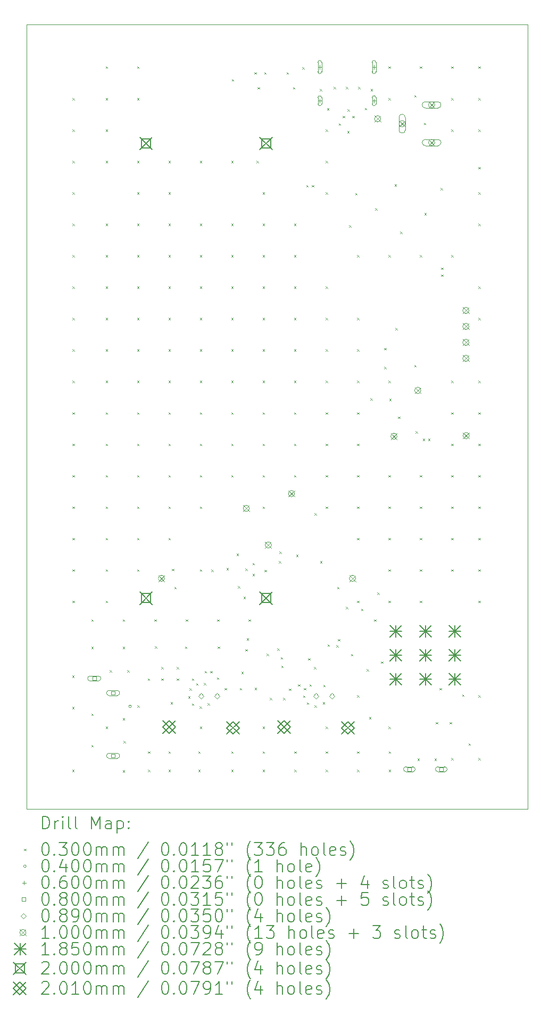
<source format=gbr>
%TF.GenerationSoftware,KiCad,Pcbnew,8.0.3+dfsg-1*%
%TF.CreationDate,2024-06-23T20:26:25+01:00*%
%TF.ProjectId,low-noise-power-probe-panel,6c6f772d-6e6f-4697-9365-2d706f776572,rev?*%
%TF.SameCoordinates,Original*%
%TF.FileFunction,Drillmap*%
%TF.FilePolarity,Positive*%
%FSLAX45Y45*%
G04 Gerber Fmt 4.5, Leading zero omitted, Abs format (unit mm)*
G04 Created by KiCad (PCBNEW 8.0.3+dfsg-1) date 2024-06-23 20:26:25*
%MOMM*%
%LPD*%
G01*
G04 APERTURE LIST*
%ADD10C,0.100000*%
%ADD11C,0.200000*%
%ADD12C,0.185000*%
%ADD13C,0.201000*%
G04 APERTURE END LIST*
D10*
X17010030Y-14479970D02*
X17011227Y-14480000D01*
X17010000Y-14478773D02*
X17010029Y-14479970D01*
X24990000Y-2001227D02*
X24989970Y-2000029D01*
X17011227Y-2000000D02*
X17010030Y-2000029D01*
X17010000Y-2001227D02*
X17010000Y-14478773D01*
X17010029Y-2000029D02*
X17010000Y-2001227D01*
X24990000Y-14478773D02*
X24990000Y-2001227D01*
X24988773Y-2000000D02*
X17011227Y-2000000D01*
X17011227Y-14480000D02*
X24988773Y-14480000D01*
X24989970Y-2000029D02*
X24988773Y-2000000D01*
X24988773Y-14480000D02*
X24989970Y-14479970D01*
X24989970Y-14479970D02*
X24990000Y-14478773D01*
D11*
D10*
X17740000Y-12355000D02*
X17770000Y-12385000D01*
X17770000Y-12355000D02*
X17740000Y-12385000D01*
X17740000Y-12855000D02*
X17770000Y-12885000D01*
X17770000Y-12855000D02*
X17740000Y-12885000D01*
X17740000Y-13855000D02*
X17770000Y-13885000D01*
X17770000Y-13855000D02*
X17740000Y-13885000D01*
X17745000Y-3167500D02*
X17775000Y-3197500D01*
X17775000Y-3167500D02*
X17745000Y-3197500D01*
X17745000Y-3667500D02*
X17775000Y-3697500D01*
X17775000Y-3667500D02*
X17745000Y-3697500D01*
X17745000Y-4167500D02*
X17775000Y-4197500D01*
X17775000Y-4167500D02*
X17745000Y-4197500D01*
X17745000Y-4667500D02*
X17775000Y-4697500D01*
X17775000Y-4667500D02*
X17745000Y-4697500D01*
X17745000Y-5167500D02*
X17775000Y-5197500D01*
X17775000Y-5167500D02*
X17745000Y-5197500D01*
X17745000Y-5667500D02*
X17775000Y-5697500D01*
X17775000Y-5667500D02*
X17745000Y-5697500D01*
X17745000Y-6167500D02*
X17775000Y-6197500D01*
X17775000Y-6167500D02*
X17745000Y-6197500D01*
X17745000Y-6667500D02*
X17775000Y-6697500D01*
X17775000Y-6667500D02*
X17745000Y-6697500D01*
X17745000Y-7167500D02*
X17775000Y-7197500D01*
X17775000Y-7167500D02*
X17745000Y-7197500D01*
X17745000Y-7667500D02*
X17775000Y-7697500D01*
X17775000Y-7667500D02*
X17745000Y-7697500D01*
X17745000Y-8167500D02*
X17775000Y-8197500D01*
X17775000Y-8167500D02*
X17745000Y-8197500D01*
X17745000Y-8667500D02*
X17775000Y-8697500D01*
X17775000Y-8667500D02*
X17745000Y-8697500D01*
X17745000Y-9167500D02*
X17775000Y-9197500D01*
X17775000Y-9167500D02*
X17745000Y-9197500D01*
X17745000Y-9667500D02*
X17775000Y-9697500D01*
X17775000Y-9667500D02*
X17745000Y-9697500D01*
X17745000Y-10167500D02*
X17775000Y-10197500D01*
X17775000Y-10167500D02*
X17745000Y-10197500D01*
X17745000Y-10667500D02*
X17775000Y-10697500D01*
X17775000Y-10667500D02*
X17745000Y-10697500D01*
X17745000Y-11167500D02*
X17775000Y-11197500D01*
X17775000Y-11167500D02*
X17745000Y-11197500D01*
X18045000Y-11462500D02*
X18075000Y-11492500D01*
X18075000Y-11462500D02*
X18045000Y-11492500D01*
X18045000Y-11897500D02*
X18075000Y-11927500D01*
X18075000Y-11897500D02*
X18045000Y-11927500D01*
X18045000Y-12962500D02*
X18075000Y-12992500D01*
X18075000Y-12962500D02*
X18045000Y-12992500D01*
X18045000Y-13462500D02*
X18075000Y-13492500D01*
X18075000Y-13462500D02*
X18045000Y-13492500D01*
X18271548Y-2667500D02*
X18301548Y-2697500D01*
X18301548Y-2667500D02*
X18271548Y-2697500D01*
X18271548Y-3167500D02*
X18301548Y-3197500D01*
X18301548Y-3167500D02*
X18271548Y-3197500D01*
X18271548Y-3667500D02*
X18301548Y-3697500D01*
X18301548Y-3667500D02*
X18271548Y-3697500D01*
X18271548Y-4167500D02*
X18301548Y-4197500D01*
X18301548Y-4167500D02*
X18271548Y-4197500D01*
X18271548Y-5167500D02*
X18301548Y-5197500D01*
X18301548Y-5167500D02*
X18271548Y-5197500D01*
X18271548Y-5667500D02*
X18301548Y-5697500D01*
X18301548Y-5667500D02*
X18271548Y-5697500D01*
X18271548Y-6167500D02*
X18301548Y-6197500D01*
X18301548Y-6167500D02*
X18271548Y-6197500D01*
X18271548Y-6667500D02*
X18301548Y-6697500D01*
X18301548Y-6667500D02*
X18271548Y-6697500D01*
X18271548Y-7167500D02*
X18301548Y-7197500D01*
X18301548Y-7167500D02*
X18271548Y-7197500D01*
X18271548Y-7667500D02*
X18301548Y-7697500D01*
X18301548Y-7667500D02*
X18271548Y-7697500D01*
X18271548Y-8167500D02*
X18301548Y-8197500D01*
X18301548Y-8167500D02*
X18271548Y-8197500D01*
X18271548Y-8667500D02*
X18301548Y-8697500D01*
X18301548Y-8667500D02*
X18271548Y-8697500D01*
X18271548Y-9167500D02*
X18301548Y-9197500D01*
X18301548Y-9167500D02*
X18271548Y-9197500D01*
X18271548Y-9667500D02*
X18301548Y-9697500D01*
X18301548Y-9667500D02*
X18271548Y-9697500D01*
X18271548Y-10167500D02*
X18301548Y-10197500D01*
X18301548Y-10167500D02*
X18271548Y-10197500D01*
X18271548Y-10667500D02*
X18301548Y-10697500D01*
X18301548Y-10667500D02*
X18271548Y-10697500D01*
X18271548Y-11167500D02*
X18301548Y-11197500D01*
X18301548Y-11167500D02*
X18271548Y-11197500D01*
X18271548Y-13167500D02*
X18301548Y-13197500D01*
X18301548Y-13167500D02*
X18271548Y-13197500D01*
X18335000Y-12272500D02*
X18365000Y-12302500D01*
X18365000Y-12272500D02*
X18335000Y-12302500D01*
X18542500Y-13032500D02*
X18572500Y-13062500D01*
X18572500Y-13032500D02*
X18542500Y-13062500D01*
X18545000Y-11462500D02*
X18575000Y-11492500D01*
X18575000Y-11462500D02*
X18545000Y-11492500D01*
X18545000Y-11897500D02*
X18575000Y-11927500D01*
X18575000Y-11897500D02*
X18545000Y-11927500D01*
X18545000Y-13862500D02*
X18575000Y-13892500D01*
X18575000Y-13862500D02*
X18545000Y-13892500D01*
X18555000Y-13397500D02*
X18585000Y-13427500D01*
X18585000Y-13397500D02*
X18555000Y-13427500D01*
X18615000Y-12272500D02*
X18645000Y-12302500D01*
X18645000Y-12272500D02*
X18615000Y-12302500D01*
X18771548Y-2667500D02*
X18801548Y-2697500D01*
X18801548Y-2667500D02*
X18771548Y-2697500D01*
X18771548Y-3167500D02*
X18801548Y-3197500D01*
X18801548Y-3167500D02*
X18771548Y-3197500D01*
X18771548Y-4167500D02*
X18801548Y-4197500D01*
X18801548Y-4167500D02*
X18771548Y-4197500D01*
X18771548Y-4667500D02*
X18801548Y-4697500D01*
X18801548Y-4667500D02*
X18771548Y-4697500D01*
X18771548Y-5167500D02*
X18801548Y-5197500D01*
X18801548Y-5167500D02*
X18771548Y-5197500D01*
X18771548Y-5667500D02*
X18801548Y-5697500D01*
X18801548Y-5667500D02*
X18771548Y-5697500D01*
X18771548Y-6167500D02*
X18801548Y-6197500D01*
X18801548Y-6167500D02*
X18771548Y-6197500D01*
X18771548Y-6667500D02*
X18801548Y-6697500D01*
X18801548Y-6667500D02*
X18771548Y-6697500D01*
X18771548Y-7167500D02*
X18801548Y-7197500D01*
X18801548Y-7167500D02*
X18771548Y-7197500D01*
X18771548Y-7667500D02*
X18801548Y-7697500D01*
X18801548Y-7667500D02*
X18771548Y-7697500D01*
X18771548Y-8167500D02*
X18801548Y-8197500D01*
X18801548Y-8167500D02*
X18771548Y-8197500D01*
X18771548Y-8667500D02*
X18801548Y-8697500D01*
X18801548Y-8667500D02*
X18771548Y-8697500D01*
X18771548Y-9167500D02*
X18801548Y-9197500D01*
X18801548Y-9167500D02*
X18771548Y-9197500D01*
X18771548Y-9667500D02*
X18801548Y-9697500D01*
X18801548Y-9667500D02*
X18771548Y-9697500D01*
X18771548Y-10167500D02*
X18801548Y-10197500D01*
X18801548Y-10167500D02*
X18771548Y-10197500D01*
X18771548Y-10667500D02*
X18801548Y-10697500D01*
X18801548Y-10667500D02*
X18771548Y-10697500D01*
X18777700Y-12831506D02*
X18807700Y-12861506D01*
X18807700Y-12831506D02*
X18777700Y-12861506D01*
X18941247Y-12401247D02*
X18971247Y-12431247D01*
X18971247Y-12401247D02*
X18941247Y-12431247D01*
X18945000Y-13562500D02*
X18975000Y-13592500D01*
X18975000Y-13562500D02*
X18945000Y-13592500D01*
X18945000Y-13855000D02*
X18975000Y-13885000D01*
X18975000Y-13855000D02*
X18945000Y-13885000D01*
X19045000Y-11462500D02*
X19075000Y-11492500D01*
X19075000Y-11462500D02*
X19045000Y-11492500D01*
X19055000Y-11892500D02*
X19085000Y-11922500D01*
X19085000Y-11892500D02*
X19055000Y-11922500D01*
X19155000Y-12219500D02*
X19185000Y-12249500D01*
X19185000Y-12219500D02*
X19155000Y-12249500D01*
X19155000Y-12402500D02*
X19185000Y-12432500D01*
X19185000Y-12402500D02*
X19155000Y-12432500D01*
X19270000Y-13562500D02*
X19300000Y-13592500D01*
X19300000Y-13562500D02*
X19270000Y-13592500D01*
X19270000Y-13855000D02*
X19300000Y-13885000D01*
X19300000Y-13855000D02*
X19270000Y-13885000D01*
X19271548Y-4167500D02*
X19301548Y-4197500D01*
X19301548Y-4167500D02*
X19271548Y-4197500D01*
X19271548Y-4667500D02*
X19301548Y-4697500D01*
X19301548Y-4667500D02*
X19271548Y-4697500D01*
X19271548Y-5167500D02*
X19301548Y-5197500D01*
X19301548Y-5167500D02*
X19271548Y-5197500D01*
X19271548Y-5667500D02*
X19301548Y-5697500D01*
X19301548Y-5667500D02*
X19271548Y-5697500D01*
X19271548Y-6167500D02*
X19301548Y-6197500D01*
X19301548Y-6167500D02*
X19271548Y-6197500D01*
X19271548Y-6667500D02*
X19301548Y-6697500D01*
X19301548Y-6667500D02*
X19271548Y-6697500D01*
X19271548Y-7167500D02*
X19301548Y-7197500D01*
X19301548Y-7167500D02*
X19271548Y-7197500D01*
X19271548Y-7667500D02*
X19301548Y-7697500D01*
X19301548Y-7667500D02*
X19271548Y-7697500D01*
X19271548Y-8167500D02*
X19301548Y-8197500D01*
X19301548Y-8167500D02*
X19271548Y-8197500D01*
X19271548Y-8667500D02*
X19301548Y-8697500D01*
X19301548Y-8667500D02*
X19271548Y-8697500D01*
X19271548Y-9167500D02*
X19301548Y-9197500D01*
X19301548Y-9167500D02*
X19271548Y-9197500D01*
X19271548Y-9667500D02*
X19301548Y-9697500D01*
X19301548Y-9667500D02*
X19271548Y-9697500D01*
X19271548Y-10167500D02*
X19301548Y-10197500D01*
X19301548Y-10167500D02*
X19271548Y-10197500D01*
X19305000Y-12777500D02*
X19335000Y-12807500D01*
X19335000Y-12777500D02*
X19305000Y-12807500D01*
X19325000Y-10660000D02*
X19355000Y-10690000D01*
X19355000Y-10660000D02*
X19325000Y-10690000D01*
X19365000Y-10945000D02*
X19395000Y-10975000D01*
X19395000Y-10945000D02*
X19365000Y-10975000D01*
X19405000Y-12219500D02*
X19435000Y-12249500D01*
X19435000Y-12219500D02*
X19405000Y-12249500D01*
X19405000Y-12402500D02*
X19435000Y-12432500D01*
X19435000Y-12402500D02*
X19405000Y-12432500D01*
X19535000Y-11895000D02*
X19565000Y-11925000D01*
X19565000Y-11895000D02*
X19535000Y-11925000D01*
X19545000Y-11462500D02*
X19575000Y-11492500D01*
X19575000Y-11462500D02*
X19545000Y-11492500D01*
X19585000Y-12685000D02*
X19615000Y-12715000D01*
X19615000Y-12685000D02*
X19585000Y-12715000D01*
X19607500Y-12557500D02*
X19637500Y-12587500D01*
X19637500Y-12557500D02*
X19607500Y-12587500D01*
X19642500Y-12800000D02*
X19672500Y-12830000D01*
X19672500Y-12800000D02*
X19642500Y-12830000D01*
X19645000Y-12402500D02*
X19675000Y-12432500D01*
X19675000Y-12402500D02*
X19645000Y-12432500D01*
X19710000Y-12480000D02*
X19740000Y-12510000D01*
X19740000Y-12480000D02*
X19710000Y-12510000D01*
X19745000Y-13562500D02*
X19775000Y-13592500D01*
X19775000Y-13562500D02*
X19745000Y-13592500D01*
X19745000Y-13855000D02*
X19775000Y-13885000D01*
X19775000Y-13855000D02*
X19745000Y-13885000D01*
X19765000Y-12845000D02*
X19795000Y-12875000D01*
X19795000Y-12845000D02*
X19765000Y-12875000D01*
X19771548Y-4167500D02*
X19801548Y-4197500D01*
X19801548Y-4167500D02*
X19771548Y-4197500D01*
X19771548Y-5167500D02*
X19801548Y-5197500D01*
X19801548Y-5167500D02*
X19771548Y-5197500D01*
X19771548Y-5667500D02*
X19801548Y-5697500D01*
X19801548Y-5667500D02*
X19771548Y-5697500D01*
X19771548Y-6167500D02*
X19801548Y-6197500D01*
X19801548Y-6167500D02*
X19771548Y-6197500D01*
X19771548Y-6667500D02*
X19801548Y-6697500D01*
X19801548Y-6667500D02*
X19771548Y-6697500D01*
X19771548Y-7167500D02*
X19801548Y-7197500D01*
X19801548Y-7167500D02*
X19771548Y-7197500D01*
X19771548Y-7667500D02*
X19801548Y-7697500D01*
X19801548Y-7667500D02*
X19771548Y-7697500D01*
X19771548Y-8167500D02*
X19801548Y-8197500D01*
X19801548Y-8167500D02*
X19771548Y-8197500D01*
X19771548Y-8667500D02*
X19801548Y-8697500D01*
X19801548Y-8667500D02*
X19771548Y-8697500D01*
X19771548Y-9167500D02*
X19801548Y-9197500D01*
X19801548Y-9167500D02*
X19771548Y-9197500D01*
X19771548Y-9667500D02*
X19801548Y-9697500D01*
X19801548Y-9667500D02*
X19771548Y-9697500D01*
X19771548Y-10667500D02*
X19801548Y-10697500D01*
X19801548Y-10667500D02*
X19771548Y-10697500D01*
X19771548Y-13167500D02*
X19801548Y-13197500D01*
X19801548Y-13167500D02*
X19771548Y-13197500D01*
X19835000Y-12475000D02*
X19865000Y-12505000D01*
X19865000Y-12475000D02*
X19835000Y-12505000D01*
X19845425Y-12284336D02*
X19875425Y-12314336D01*
X19875425Y-12284336D02*
X19845425Y-12314336D01*
X19895000Y-12795000D02*
X19925000Y-12825000D01*
X19925000Y-12795000D02*
X19895000Y-12825000D01*
X19935000Y-12285000D02*
X19965000Y-12315000D01*
X19965000Y-12285000D02*
X19935000Y-12315000D01*
X19955000Y-10672500D02*
X19985000Y-10702500D01*
X19985000Y-10672500D02*
X19955000Y-10702500D01*
X20042500Y-12385000D02*
X20072500Y-12415000D01*
X20072500Y-12385000D02*
X20042500Y-12415000D01*
X20045000Y-11462500D02*
X20075000Y-11492500D01*
X20075000Y-11462500D02*
X20045000Y-11492500D01*
X20055000Y-11895000D02*
X20085000Y-11925000D01*
X20085000Y-11895000D02*
X20055000Y-11925000D01*
X20165000Y-12555000D02*
X20195000Y-12585000D01*
X20195000Y-12555000D02*
X20165000Y-12585000D01*
X20195000Y-10645000D02*
X20225000Y-10675000D01*
X20225000Y-10645000D02*
X20195000Y-10675000D01*
X20270000Y-13562500D02*
X20300000Y-13592500D01*
X20300000Y-13562500D02*
X20270000Y-13592500D01*
X20270000Y-13855000D02*
X20300000Y-13885000D01*
X20300000Y-13855000D02*
X20270000Y-13885000D01*
X20271548Y-4167500D02*
X20301548Y-4197500D01*
X20301548Y-4167500D02*
X20271548Y-4197500D01*
X20271548Y-5167500D02*
X20301548Y-5197500D01*
X20301548Y-5167500D02*
X20271548Y-5197500D01*
X20271548Y-5667500D02*
X20301548Y-5697500D01*
X20301548Y-5667500D02*
X20271548Y-5697500D01*
X20271548Y-6167500D02*
X20301548Y-6197500D01*
X20301548Y-6167500D02*
X20271548Y-6197500D01*
X20271548Y-6667500D02*
X20301548Y-6697500D01*
X20301548Y-6667500D02*
X20271548Y-6697500D01*
X20271548Y-7167500D02*
X20301548Y-7197500D01*
X20301548Y-7167500D02*
X20271548Y-7197500D01*
X20271548Y-7667500D02*
X20301548Y-7697500D01*
X20301548Y-7667500D02*
X20271548Y-7697500D01*
X20271548Y-8167500D02*
X20301548Y-8197500D01*
X20301548Y-8167500D02*
X20271548Y-8197500D01*
X20271548Y-8667500D02*
X20301548Y-8697500D01*
X20301548Y-8667500D02*
X20271548Y-8697500D01*
X20271548Y-9167500D02*
X20301548Y-9197500D01*
X20301548Y-9167500D02*
X20271548Y-9197500D01*
X20279500Y-2868000D02*
X20309500Y-2898000D01*
X20309500Y-2868000D02*
X20279500Y-2898000D01*
X20355000Y-10415000D02*
X20385000Y-10445000D01*
X20385000Y-10415000D02*
X20355000Y-10445000D01*
X20375000Y-10932500D02*
X20405000Y-10962500D01*
X20405000Y-10932500D02*
X20375000Y-10962500D01*
X20405000Y-12555000D02*
X20435000Y-12585000D01*
X20435000Y-12555000D02*
X20405000Y-12585000D01*
X20432500Y-12297500D02*
X20462500Y-12327500D01*
X20462500Y-12297500D02*
X20432500Y-12327500D01*
X20465000Y-11102500D02*
X20495000Y-11132500D01*
X20495000Y-11102500D02*
X20465000Y-11132500D01*
X20495000Y-10655000D02*
X20525000Y-10685000D01*
X20525000Y-10655000D02*
X20495000Y-10685000D01*
X20495000Y-11937500D02*
X20525000Y-11967500D01*
X20525000Y-11937500D02*
X20495000Y-11967500D01*
X20515000Y-11765000D02*
X20545000Y-11795000D01*
X20545000Y-11765000D02*
X20515000Y-11795000D01*
X20545000Y-11462500D02*
X20575000Y-11492500D01*
X20575000Y-11462500D02*
X20545000Y-11492500D01*
X20610000Y-10565000D02*
X20640000Y-10595000D01*
X20640000Y-10565000D02*
X20610000Y-10595000D01*
X20610000Y-10740000D02*
X20640000Y-10770000D01*
X20640000Y-10740000D02*
X20610000Y-10770000D01*
X20640000Y-2759500D02*
X20670000Y-2789500D01*
X20670000Y-2759500D02*
X20640000Y-2789500D01*
X20645000Y-12552500D02*
X20675000Y-12582500D01*
X20675000Y-12552500D02*
X20645000Y-12582500D01*
X20675000Y-4167500D02*
X20705000Y-4197500D01*
X20705000Y-4167500D02*
X20675000Y-4197500D01*
X20690000Y-2997500D02*
X20720000Y-3027500D01*
X20720000Y-2997500D02*
X20690000Y-3027500D01*
X20770000Y-13562500D02*
X20800000Y-13592500D01*
X20800000Y-13562500D02*
X20770000Y-13592500D01*
X20770000Y-13855000D02*
X20800000Y-13885000D01*
X20800000Y-13855000D02*
X20770000Y-13885000D01*
X20771548Y-4667500D02*
X20801548Y-4697500D01*
X20801548Y-4667500D02*
X20771548Y-4697500D01*
X20771548Y-5167500D02*
X20801548Y-5197500D01*
X20801548Y-5167500D02*
X20771548Y-5197500D01*
X20771548Y-5667500D02*
X20801548Y-5697500D01*
X20801548Y-5667500D02*
X20771548Y-5697500D01*
X20771548Y-6167500D02*
X20801548Y-6197500D01*
X20801548Y-6167500D02*
X20771548Y-6197500D01*
X20771548Y-6667500D02*
X20801548Y-6697500D01*
X20801548Y-6667500D02*
X20771548Y-6697500D01*
X20771548Y-7167500D02*
X20801548Y-7197500D01*
X20801548Y-7167500D02*
X20771548Y-7197500D01*
X20771548Y-7667500D02*
X20801548Y-7697500D01*
X20801548Y-7667500D02*
X20771548Y-7697500D01*
X20771548Y-8167500D02*
X20801548Y-8197500D01*
X20801548Y-8167500D02*
X20771548Y-8197500D01*
X20771548Y-8667500D02*
X20801548Y-8697500D01*
X20801548Y-8667500D02*
X20771548Y-8697500D01*
X20771548Y-9167500D02*
X20801548Y-9197500D01*
X20801548Y-9167500D02*
X20771548Y-9197500D01*
X20771548Y-9667500D02*
X20801548Y-9697500D01*
X20801548Y-9667500D02*
X20771548Y-9697500D01*
X20771548Y-13167500D02*
X20801548Y-13197500D01*
X20801548Y-13167500D02*
X20771548Y-13197500D01*
X20797000Y-2760500D02*
X20827000Y-2790500D01*
X20827000Y-2760500D02*
X20797000Y-2790500D01*
X20800000Y-10675000D02*
X20830000Y-10705000D01*
X20830000Y-10675000D02*
X20800000Y-10705000D01*
X20835000Y-12007500D02*
X20865000Y-12037500D01*
X20865000Y-12007500D02*
X20835000Y-12037500D01*
X20885000Y-12712500D02*
X20915000Y-12742500D01*
X20915000Y-12712500D02*
X20885000Y-12742500D01*
X21005000Y-11922500D02*
X21035000Y-11952500D01*
X21035000Y-11922500D02*
X21005000Y-11952500D01*
X21030000Y-10537500D02*
X21060000Y-10567500D01*
X21060000Y-10537500D02*
X21030000Y-10567500D01*
X21037500Y-10382500D02*
X21067500Y-10412500D01*
X21067500Y-10382500D02*
X21037500Y-10412500D01*
X21057978Y-12065397D02*
X21087978Y-12095397D01*
X21087978Y-12065397D02*
X21057978Y-12095397D01*
X21066441Y-12200000D02*
X21096441Y-12230000D01*
X21096441Y-12200000D02*
X21066441Y-12230000D01*
X21095000Y-12712500D02*
X21125000Y-12742500D01*
X21125000Y-12712500D02*
X21095000Y-12742500D01*
X21151000Y-2758500D02*
X21181000Y-2788500D01*
X21181000Y-2758500D02*
X21151000Y-2788500D01*
X21190000Y-12562500D02*
X21220000Y-12592500D01*
X21220000Y-12562500D02*
X21190000Y-12592500D01*
X21252500Y-2995000D02*
X21282500Y-3025000D01*
X21282500Y-2995000D02*
X21252500Y-3025000D01*
X21271548Y-5167500D02*
X21301548Y-5197500D01*
X21301548Y-5167500D02*
X21271548Y-5197500D01*
X21271548Y-5667500D02*
X21301548Y-5697500D01*
X21301548Y-5667500D02*
X21271548Y-5697500D01*
X21271548Y-6167500D02*
X21301548Y-6197500D01*
X21301548Y-6167500D02*
X21271548Y-6197500D01*
X21271548Y-6667500D02*
X21301548Y-6697500D01*
X21301548Y-6667500D02*
X21271548Y-6697500D01*
X21271548Y-7167500D02*
X21301548Y-7197500D01*
X21301548Y-7167500D02*
X21271548Y-7197500D01*
X21271548Y-7667500D02*
X21301548Y-7697500D01*
X21301548Y-7667500D02*
X21271548Y-7697500D01*
X21271548Y-8167500D02*
X21301548Y-8197500D01*
X21301548Y-8167500D02*
X21271548Y-8197500D01*
X21271548Y-8667500D02*
X21301548Y-8697500D01*
X21301548Y-8667500D02*
X21271548Y-8697500D01*
X21271548Y-9167500D02*
X21301548Y-9197500D01*
X21301548Y-9167500D02*
X21271548Y-9197500D01*
X21275000Y-13562500D02*
X21305000Y-13592500D01*
X21305000Y-13562500D02*
X21275000Y-13592500D01*
X21275000Y-13855000D02*
X21305000Y-13885000D01*
X21305000Y-13855000D02*
X21275000Y-13885000D01*
X21305000Y-10435000D02*
X21335000Y-10465000D01*
X21335000Y-10435000D02*
X21305000Y-10465000D01*
X21335000Y-12495000D02*
X21365000Y-12525000D01*
X21365000Y-12495000D02*
X21335000Y-12525000D01*
X21400000Y-2677500D02*
X21430000Y-2707500D01*
X21430000Y-2677500D02*
X21400000Y-2707500D01*
X21415000Y-12675000D02*
X21445000Y-12705000D01*
X21445000Y-12675000D02*
X21415000Y-12705000D01*
X21425000Y-12555000D02*
X21455000Y-12585000D01*
X21455000Y-12555000D02*
X21425000Y-12585000D01*
X21465000Y-4555000D02*
X21495000Y-4585000D01*
X21495000Y-4555000D02*
X21465000Y-4585000D01*
X21472500Y-12785000D02*
X21502500Y-12815000D01*
X21502500Y-12785000D02*
X21472500Y-12815000D01*
X21495000Y-12082500D02*
X21525000Y-12112500D01*
X21525000Y-12082500D02*
X21495000Y-12112500D01*
X21515000Y-12495000D02*
X21545000Y-12525000D01*
X21545000Y-12495000D02*
X21515000Y-12525000D01*
X21555000Y-4552500D02*
X21585000Y-4582500D01*
X21585000Y-4552500D02*
X21555000Y-4582500D01*
X21585000Y-12222500D02*
X21615000Y-12252500D01*
X21615000Y-12222500D02*
X21585000Y-12252500D01*
X21595000Y-9775000D02*
X21625000Y-9805000D01*
X21625000Y-9775000D02*
X21595000Y-9805000D01*
X21595000Y-12830000D02*
X21625000Y-12860000D01*
X21625000Y-12830000D02*
X21595000Y-12860000D01*
X21680000Y-3025000D02*
X21710000Y-3055000D01*
X21710000Y-3025000D02*
X21680000Y-3055000D01*
X21685000Y-10535000D02*
X21715000Y-10565000D01*
X21715000Y-10535000D02*
X21685000Y-10565000D01*
X21725000Y-12780000D02*
X21755000Y-12810000D01*
X21755000Y-12780000D02*
X21725000Y-12810000D01*
X21735000Y-12505000D02*
X21765000Y-12535000D01*
X21765000Y-12505000D02*
X21735000Y-12535000D01*
X21771548Y-3667500D02*
X21801548Y-3697500D01*
X21801548Y-3667500D02*
X21771548Y-3697500D01*
X21771548Y-4167500D02*
X21801548Y-4197500D01*
X21801548Y-4167500D02*
X21771548Y-4197500D01*
X21771548Y-4667500D02*
X21801548Y-4697500D01*
X21801548Y-4667500D02*
X21771548Y-4697500D01*
X21771548Y-6167500D02*
X21801548Y-6197500D01*
X21801548Y-6167500D02*
X21771548Y-6197500D01*
X21771548Y-6667500D02*
X21801548Y-6697500D01*
X21801548Y-6667500D02*
X21771548Y-6697500D01*
X21771548Y-7167500D02*
X21801548Y-7197500D01*
X21801548Y-7167500D02*
X21771548Y-7197500D01*
X21771548Y-7667500D02*
X21801548Y-7697500D01*
X21801548Y-7667500D02*
X21771548Y-7697500D01*
X21771548Y-8167500D02*
X21801548Y-8197500D01*
X21801548Y-8167500D02*
X21771548Y-8197500D01*
X21771548Y-8667500D02*
X21801548Y-8697500D01*
X21801548Y-8667500D02*
X21771548Y-8697500D01*
X21771548Y-9167500D02*
X21801548Y-9197500D01*
X21801548Y-9167500D02*
X21771548Y-9197500D01*
X21771548Y-9667500D02*
X21801548Y-9697500D01*
X21801548Y-9667500D02*
X21771548Y-9697500D01*
X21771548Y-13167500D02*
X21801548Y-13197500D01*
X21801548Y-13167500D02*
X21771548Y-13197500D01*
X21775000Y-13562500D02*
X21805000Y-13592500D01*
X21805000Y-13562500D02*
X21775000Y-13592500D01*
X21775000Y-13855000D02*
X21805000Y-13885000D01*
X21805000Y-13855000D02*
X21775000Y-13885000D01*
X21795000Y-3330000D02*
X21825000Y-3360000D01*
X21825000Y-3330000D02*
X21795000Y-3360000D01*
X21805000Y-11862500D02*
X21835000Y-11892500D01*
X21835000Y-11862500D02*
X21805000Y-11892500D01*
X21900000Y-2992500D02*
X21930000Y-3022500D01*
X21930000Y-2992500D02*
X21900000Y-3022500D01*
X21944000Y-11872872D02*
X21974000Y-11902872D01*
X21974000Y-11872872D02*
X21944000Y-11902872D01*
X21955000Y-10945000D02*
X21985000Y-10975000D01*
X21985000Y-10945000D02*
X21955000Y-10975000D01*
X21968144Y-11774356D02*
X21998144Y-11804356D01*
X21998144Y-11774356D02*
X21968144Y-11804356D01*
X21980000Y-3570000D02*
X22010000Y-3600000D01*
X22010000Y-3570000D02*
X21980000Y-3600000D01*
X22045000Y-3452500D02*
X22075000Y-3482500D01*
X22075000Y-3452500D02*
X22045000Y-3482500D01*
X22094999Y-2992500D02*
X22124999Y-3022500D01*
X22124999Y-2992500D02*
X22094999Y-3022500D01*
X22095000Y-11265000D02*
X22125000Y-11295000D01*
X22125000Y-11265000D02*
X22095000Y-11295000D01*
X22115000Y-3695000D02*
X22145000Y-3725000D01*
X22145000Y-3695000D02*
X22115000Y-3725000D01*
X22119604Y-3347104D02*
X22149604Y-3377104D01*
X22149604Y-3347104D02*
X22119604Y-3377104D01*
X22145000Y-5195000D02*
X22175000Y-5225000D01*
X22175000Y-5195000D02*
X22145000Y-5225000D01*
X22175000Y-12012500D02*
X22205000Y-12042500D01*
X22205000Y-12012500D02*
X22175000Y-12042500D01*
X22195000Y-3452500D02*
X22225000Y-3482500D01*
X22225000Y-3452500D02*
X22195000Y-3482500D01*
X22245000Y-4680000D02*
X22275000Y-4710000D01*
X22275000Y-4680000D02*
X22245000Y-4710000D01*
X22271548Y-5667500D02*
X22301548Y-5697500D01*
X22301548Y-5667500D02*
X22271548Y-5697500D01*
X22271548Y-6667500D02*
X22301548Y-6697500D01*
X22301548Y-6667500D02*
X22271548Y-6697500D01*
X22271548Y-7167500D02*
X22301548Y-7197500D01*
X22301548Y-7167500D02*
X22271548Y-7197500D01*
X22271548Y-7667500D02*
X22301548Y-7697500D01*
X22301548Y-7667500D02*
X22271548Y-7697500D01*
X22271548Y-8167500D02*
X22301548Y-8197500D01*
X22301548Y-8167500D02*
X22271548Y-8197500D01*
X22271548Y-8667500D02*
X22301548Y-8697500D01*
X22301548Y-8667500D02*
X22271548Y-8697500D01*
X22271548Y-9167500D02*
X22301548Y-9197500D01*
X22301548Y-9167500D02*
X22271548Y-9197500D01*
X22271548Y-9667500D02*
X22301548Y-9697500D01*
X22301548Y-9667500D02*
X22271548Y-9697500D01*
X22271548Y-10167500D02*
X22301548Y-10197500D01*
X22301548Y-10167500D02*
X22271548Y-10197500D01*
X22271548Y-11167500D02*
X22301548Y-11197500D01*
X22301548Y-11167500D02*
X22271548Y-11197500D01*
X22271548Y-12667500D02*
X22301548Y-12697500D01*
X22301548Y-12667500D02*
X22271548Y-12697500D01*
X22275000Y-13562500D02*
X22305000Y-13592500D01*
X22305000Y-13562500D02*
X22275000Y-13592500D01*
X22275000Y-13855000D02*
X22305000Y-13885000D01*
X22305000Y-13855000D02*
X22275000Y-13885000D01*
X22290000Y-2992500D02*
X22320000Y-3022500D01*
X22320000Y-2992500D02*
X22290000Y-3022500D01*
X22335000Y-11295000D02*
X22365000Y-11325000D01*
X22365000Y-11295000D02*
X22335000Y-11325000D01*
X22395000Y-3325000D02*
X22425000Y-3355000D01*
X22425000Y-3325000D02*
X22395000Y-3355000D01*
X22425000Y-12252500D02*
X22455000Y-12282500D01*
X22455000Y-12252500D02*
X22425000Y-12282500D01*
X22465000Y-13015000D02*
X22495000Y-13045000D01*
X22495000Y-13015000D02*
X22465000Y-13045000D01*
X22485000Y-7945000D02*
X22515000Y-7975000D01*
X22515000Y-7945000D02*
X22485000Y-7975000D01*
X22490000Y-3025000D02*
X22520000Y-3055000D01*
X22520000Y-3025000D02*
X22490000Y-3055000D01*
X22545000Y-11462500D02*
X22575000Y-11492500D01*
X22575000Y-11462500D02*
X22545000Y-11492500D01*
X22560000Y-4922500D02*
X22590000Y-4952500D01*
X22590000Y-4922500D02*
X22560000Y-4952500D01*
X22595000Y-11035000D02*
X22625000Y-11065000D01*
X22625000Y-11035000D02*
X22595000Y-11065000D01*
X22655000Y-12132500D02*
X22685000Y-12162500D01*
X22685000Y-12132500D02*
X22655000Y-12162500D01*
X22705000Y-7145000D02*
X22735000Y-7175000D01*
X22735000Y-7145000D02*
X22705000Y-7175000D01*
X22705000Y-7445000D02*
X22735000Y-7475000D01*
X22735000Y-7445000D02*
X22705000Y-7475000D01*
X22771548Y-2667500D02*
X22801548Y-2697500D01*
X22801548Y-2667500D02*
X22771548Y-2697500D01*
X22771548Y-3167500D02*
X22801548Y-3197500D01*
X22801548Y-3167500D02*
X22771548Y-3197500D01*
X22771548Y-5667500D02*
X22801548Y-5697500D01*
X22801548Y-5667500D02*
X22771548Y-5697500D01*
X22771548Y-7667500D02*
X22801548Y-7697500D01*
X22801548Y-7667500D02*
X22771548Y-7697500D01*
X22771548Y-9167500D02*
X22801548Y-9197500D01*
X22801548Y-9167500D02*
X22771548Y-9197500D01*
X22771548Y-9667500D02*
X22801548Y-9697500D01*
X22801548Y-9667500D02*
X22771548Y-9697500D01*
X22771548Y-10167500D02*
X22801548Y-10197500D01*
X22801548Y-10167500D02*
X22771548Y-10197500D01*
X22771548Y-10667500D02*
X22801548Y-10697500D01*
X22801548Y-10667500D02*
X22771548Y-10697500D01*
X22771548Y-11167500D02*
X22801548Y-11197500D01*
X22801548Y-11167500D02*
X22771548Y-11197500D01*
X22771548Y-13167500D02*
X22801548Y-13197500D01*
X22801548Y-13167500D02*
X22771548Y-13197500D01*
X22775000Y-13562500D02*
X22805000Y-13592500D01*
X22805000Y-13562500D02*
X22775000Y-13592500D01*
X22775000Y-13855000D02*
X22805000Y-13885000D01*
X22805000Y-13855000D02*
X22775000Y-13885000D01*
X22785000Y-7955000D02*
X22815000Y-7985000D01*
X22815000Y-7955000D02*
X22785000Y-7985000D01*
X22870000Y-4539500D02*
X22900000Y-4569500D01*
X22900000Y-4539500D02*
X22870000Y-4569500D01*
X22880334Y-6828187D02*
X22910334Y-6858187D01*
X22910334Y-6828187D02*
X22880334Y-6858187D01*
X22925000Y-8235000D02*
X22955000Y-8265000D01*
X22955000Y-8235000D02*
X22925000Y-8265000D01*
X22960000Y-5295000D02*
X22990000Y-5325000D01*
X22990000Y-5295000D02*
X22960000Y-5325000D01*
X23185000Y-3122500D02*
X23215000Y-3152500D01*
X23215000Y-3122500D02*
X23185000Y-3152500D01*
X23185000Y-7415000D02*
X23215000Y-7445000D01*
X23215000Y-7415000D02*
X23185000Y-7445000D01*
X23205000Y-8470000D02*
X23235000Y-8500000D01*
X23235000Y-8470000D02*
X23205000Y-8500000D01*
X23235000Y-13675000D02*
X23265000Y-13705000D01*
X23265000Y-13675000D02*
X23235000Y-13705000D01*
X23271548Y-2667500D02*
X23301548Y-2697500D01*
X23301548Y-2667500D02*
X23271548Y-2697500D01*
X23271548Y-5667500D02*
X23301548Y-5697500D01*
X23301548Y-5667500D02*
X23271548Y-5697500D01*
X23271548Y-9167500D02*
X23301548Y-9197500D01*
X23301548Y-9167500D02*
X23271548Y-9197500D01*
X23271548Y-9667500D02*
X23301548Y-9697500D01*
X23301548Y-9667500D02*
X23271548Y-9697500D01*
X23271548Y-10167500D02*
X23301548Y-10197500D01*
X23301548Y-10167500D02*
X23271548Y-10197500D01*
X23271548Y-10667500D02*
X23301548Y-10697500D01*
X23301548Y-10667500D02*
X23271548Y-10697500D01*
X23271548Y-11167500D02*
X23301548Y-11197500D01*
X23301548Y-11167500D02*
X23271548Y-11197500D01*
X23318000Y-8590000D02*
X23348000Y-8620000D01*
X23348000Y-8590000D02*
X23318000Y-8620000D01*
X23335000Y-3562500D02*
X23365000Y-3592500D01*
X23365000Y-3562500D02*
X23335000Y-3592500D01*
X23345000Y-4997500D02*
X23375000Y-5027500D01*
X23375000Y-4997500D02*
X23345000Y-5027500D01*
X23405000Y-8590000D02*
X23435000Y-8620000D01*
X23435000Y-8590000D02*
X23405000Y-8620000D01*
X23505000Y-13675000D02*
X23535000Y-13705000D01*
X23535000Y-13675000D02*
X23505000Y-13705000D01*
X23525000Y-13095000D02*
X23555000Y-13125000D01*
X23555000Y-13095000D02*
X23525000Y-13125000D01*
X23585000Y-12555000D02*
X23615000Y-12585000D01*
X23615000Y-12555000D02*
X23585000Y-12585000D01*
X23600000Y-4602500D02*
X23630000Y-4632500D01*
X23630000Y-4602500D02*
X23600000Y-4632500D01*
X23610000Y-5867500D02*
X23640000Y-5897500D01*
X23640000Y-5867500D02*
X23610000Y-5897500D01*
X23610000Y-5977500D02*
X23640000Y-6007500D01*
X23640000Y-5977500D02*
X23610000Y-6007500D01*
X23745000Y-13095000D02*
X23775000Y-13125000D01*
X23775000Y-13095000D02*
X23745000Y-13125000D01*
X23771548Y-2667500D02*
X23801548Y-2697500D01*
X23801548Y-2667500D02*
X23771548Y-2697500D01*
X23771548Y-3167500D02*
X23801548Y-3197500D01*
X23801548Y-3167500D02*
X23771548Y-3197500D01*
X23771548Y-3667500D02*
X23801548Y-3697500D01*
X23801548Y-3667500D02*
X23771548Y-3697500D01*
X23771548Y-5667500D02*
X23801548Y-5697500D01*
X23801548Y-5667500D02*
X23771548Y-5697500D01*
X23771548Y-7667500D02*
X23801548Y-7697500D01*
X23801548Y-7667500D02*
X23771548Y-7697500D01*
X23771548Y-8167500D02*
X23801548Y-8197500D01*
X23801548Y-8167500D02*
X23771548Y-8197500D01*
X23771548Y-8667500D02*
X23801548Y-8697500D01*
X23801548Y-8667500D02*
X23771548Y-8697500D01*
X23771548Y-9167500D02*
X23801548Y-9197500D01*
X23801548Y-9167500D02*
X23771548Y-9197500D01*
X23771548Y-9667500D02*
X23801548Y-9697500D01*
X23801548Y-9667500D02*
X23771548Y-9697500D01*
X23771548Y-10167500D02*
X23801548Y-10197500D01*
X23801548Y-10167500D02*
X23771548Y-10197500D01*
X23771548Y-10667500D02*
X23801548Y-10697500D01*
X23801548Y-10667500D02*
X23771548Y-10697500D01*
X23771548Y-13667500D02*
X23801548Y-13697500D01*
X23801548Y-13667500D02*
X23771548Y-13697500D01*
X23945000Y-12655000D02*
X23975000Y-12685000D01*
X23975000Y-12655000D02*
X23945000Y-12685000D01*
X24045000Y-13435000D02*
X24075000Y-13465000D01*
X24075000Y-13435000D02*
X24045000Y-13465000D01*
X24205000Y-2667500D02*
X24235000Y-2697500D01*
X24235000Y-2667500D02*
X24205000Y-2697500D01*
X24205000Y-3167500D02*
X24235000Y-3197500D01*
X24235000Y-3167500D02*
X24205000Y-3197500D01*
X24205000Y-3667500D02*
X24235000Y-3697500D01*
X24235000Y-3667500D02*
X24205000Y-3697500D01*
X24205000Y-4265000D02*
X24235000Y-4295000D01*
X24235000Y-4265000D02*
X24205000Y-4295000D01*
X24205000Y-4667500D02*
X24235000Y-4697500D01*
X24235000Y-4667500D02*
X24205000Y-4697500D01*
X24205000Y-5167500D02*
X24235000Y-5197500D01*
X24235000Y-5167500D02*
X24205000Y-5197500D01*
X24205000Y-6167500D02*
X24235000Y-6197500D01*
X24235000Y-6167500D02*
X24205000Y-6197500D01*
X24205000Y-6667500D02*
X24235000Y-6697500D01*
X24235000Y-6667500D02*
X24205000Y-6697500D01*
X24205000Y-7667500D02*
X24235000Y-7697500D01*
X24235000Y-7667500D02*
X24205000Y-7697500D01*
X24205000Y-8167500D02*
X24235000Y-8197500D01*
X24235000Y-8167500D02*
X24205000Y-8197500D01*
X24205000Y-8667500D02*
X24235000Y-8697500D01*
X24235000Y-8667500D02*
X24205000Y-8697500D01*
X24205000Y-9167500D02*
X24235000Y-9197500D01*
X24235000Y-9167500D02*
X24205000Y-9197500D01*
X24205000Y-9667500D02*
X24235000Y-9697500D01*
X24235000Y-9667500D02*
X24205000Y-9697500D01*
X24205000Y-10167500D02*
X24235000Y-10197500D01*
X24235000Y-10167500D02*
X24205000Y-10197500D01*
X24205000Y-10667500D02*
X24235000Y-10697500D01*
X24235000Y-10667500D02*
X24205000Y-10697500D01*
X24205000Y-11167500D02*
X24235000Y-11197500D01*
X24235000Y-11167500D02*
X24205000Y-11197500D01*
X24205000Y-12667500D02*
X24235000Y-12697500D01*
X24235000Y-12667500D02*
X24205000Y-12697500D01*
X24205000Y-13667500D02*
X24235000Y-13697500D01*
X24235000Y-13667500D02*
X24205000Y-13697500D01*
X18680000Y-12847500D02*
G75*
G02*
X18640000Y-12847500I-20000J0D01*
G01*
X18640000Y-12847500D02*
G75*
G02*
X18680000Y-12847500I20000J0D01*
G01*
X21678948Y-2646500D02*
X21678948Y-2706500D01*
X21648948Y-2676500D02*
X21708948Y-2676500D01*
X21708948Y-2751500D02*
X21708948Y-2601500D01*
X21648948Y-2601500D02*
G75*
G02*
X21708948Y-2601500I30000J0D01*
G01*
X21648948Y-2601500D02*
X21648948Y-2751500D01*
X21648948Y-2751500D02*
G75*
G03*
X21708948Y-2751500I30000J0D01*
G01*
X21678948Y-3182500D02*
X21678948Y-3242500D01*
X21648948Y-3212500D02*
X21708948Y-3212500D01*
X21708948Y-3262500D02*
X21708948Y-3162500D01*
X21648948Y-3162500D02*
G75*
G02*
X21708948Y-3162500I30000J0D01*
G01*
X21648948Y-3162500D02*
X21648948Y-3262500D01*
X21648948Y-3262500D02*
G75*
G03*
X21708948Y-3262500I30000J0D01*
G01*
X22542948Y-2646500D02*
X22542948Y-2706500D01*
X22512948Y-2676500D02*
X22572948Y-2676500D01*
X22572948Y-2751500D02*
X22572948Y-2601500D01*
X22512948Y-2601500D02*
G75*
G02*
X22572948Y-2601500I30000J0D01*
G01*
X22512948Y-2601500D02*
X22512948Y-2751500D01*
X22512948Y-2751500D02*
G75*
G03*
X22572948Y-2751500I30000J0D01*
G01*
X22542948Y-3182500D02*
X22542948Y-3242500D01*
X22512948Y-3212500D02*
X22572948Y-3212500D01*
X22572948Y-3262500D02*
X22572948Y-3162500D01*
X22512948Y-3162500D02*
G75*
G02*
X22572948Y-3162500I30000J0D01*
G01*
X22512948Y-3162500D02*
X22512948Y-3262500D01*
X22512948Y-3262500D02*
G75*
G03*
X22572948Y-3262500I30000J0D01*
G01*
X18118285Y-12430784D02*
X18118285Y-12374215D01*
X18061716Y-12374215D01*
X18061716Y-12430784D01*
X18118285Y-12430784D01*
X18025000Y-12442500D02*
X18155000Y-12442500D01*
X18155000Y-12362500D02*
G75*
G02*
X18155000Y-12442500I0J-40000D01*
G01*
X18155000Y-12362500D02*
X18025000Y-12362500D01*
X18025000Y-12362500D02*
G75*
G03*
X18025000Y-12442500I0J-40000D01*
G01*
X18418285Y-12660784D02*
X18418285Y-12604215D01*
X18361716Y-12604215D01*
X18361716Y-12660784D01*
X18418285Y-12660784D01*
X18325000Y-12672500D02*
X18455000Y-12672500D01*
X18455000Y-12592500D02*
G75*
G02*
X18455000Y-12672500I0J-40000D01*
G01*
X18455000Y-12592500D02*
X18325000Y-12592500D01*
X18325000Y-12592500D02*
G75*
G03*
X18325000Y-12672500I0J-40000D01*
G01*
X18418285Y-13660784D02*
X18418285Y-13604215D01*
X18361716Y-13604215D01*
X18361716Y-13660784D01*
X18418285Y-13660784D01*
X18325000Y-13672500D02*
X18455000Y-13672500D01*
X18455000Y-13592500D02*
G75*
G02*
X18455000Y-13672500I0J-40000D01*
G01*
X18455000Y-13592500D02*
X18325000Y-13592500D01*
X18325000Y-13592500D02*
G75*
G03*
X18325000Y-13672500I0J-40000D01*
G01*
X23134284Y-13875284D02*
X23134284Y-13818715D01*
X23077715Y-13818715D01*
X23077715Y-13875284D01*
X23134284Y-13875284D01*
X23053500Y-13887000D02*
X23158500Y-13887000D01*
X23158500Y-13807000D02*
G75*
G02*
X23158500Y-13887000I0J-40000D01*
G01*
X23158500Y-13807000D02*
X23053500Y-13807000D01*
X23053500Y-13807000D02*
G75*
G03*
X23053500Y-13887000I0J-40000D01*
G01*
X23642284Y-13875284D02*
X23642284Y-13818715D01*
X23585715Y-13818715D01*
X23585715Y-13875284D01*
X23642284Y-13875284D01*
X23561500Y-13887000D02*
X23666500Y-13887000D01*
X23666500Y-13807000D02*
G75*
G02*
X23666500Y-13887000I0J-40000D01*
G01*
X23666500Y-13807000D02*
X23561500Y-13807000D01*
X23561500Y-13807000D02*
G75*
G03*
X23561500Y-13887000I0J-40000D01*
G01*
X19790000Y-12724500D02*
X19834500Y-12680000D01*
X19790000Y-12635500D01*
X19745500Y-12680000D01*
X19790000Y-12724500D01*
X20044000Y-12724500D02*
X20088500Y-12680000D01*
X20044000Y-12635500D01*
X19999500Y-12680000D01*
X20044000Y-12724500D01*
X21620000Y-12724500D02*
X21664500Y-12680000D01*
X21620000Y-12635500D01*
X21575500Y-12680000D01*
X21620000Y-12724500D01*
X21874000Y-12724500D02*
X21918500Y-12680000D01*
X21874000Y-12635500D01*
X21829500Y-12680000D01*
X21874000Y-12724500D01*
X19110000Y-10760000D02*
X19210000Y-10860000D01*
X19210000Y-10760000D02*
X19110000Y-10860000D01*
X19210000Y-10810000D02*
G75*
G02*
X19110000Y-10810000I-50000J0D01*
G01*
X19110000Y-10810000D02*
G75*
G02*
X19210000Y-10810000I50000J0D01*
G01*
X20460000Y-9647500D02*
X20560000Y-9747500D01*
X20560000Y-9647500D02*
X20460000Y-9747500D01*
X20560000Y-9697500D02*
G75*
G02*
X20460000Y-9697500I-50000J0D01*
G01*
X20460000Y-9697500D02*
G75*
G02*
X20560000Y-9697500I50000J0D01*
G01*
X20810000Y-10230000D02*
X20910000Y-10330000D01*
X20910000Y-10230000D02*
X20810000Y-10330000D01*
X20910000Y-10280000D02*
G75*
G02*
X20810000Y-10280000I-50000J0D01*
G01*
X20810000Y-10280000D02*
G75*
G02*
X20910000Y-10280000I50000J0D01*
G01*
X21180000Y-9413250D02*
X21280000Y-9513250D01*
X21280000Y-9413250D02*
X21180000Y-9513250D01*
X21280000Y-9463250D02*
G75*
G02*
X21180000Y-9463250I-50000J0D01*
G01*
X21180000Y-9463250D02*
G75*
G02*
X21280000Y-9463250I50000J0D01*
G01*
X22150000Y-10760000D02*
X22250000Y-10860000D01*
X22250000Y-10760000D02*
X22150000Y-10860000D01*
X22250000Y-10810000D02*
G75*
G02*
X22150000Y-10810000I-50000J0D01*
G01*
X22150000Y-10810000D02*
G75*
G02*
X22250000Y-10810000I50000J0D01*
G01*
X22550000Y-3450000D02*
X22650000Y-3550000D01*
X22650000Y-3450000D02*
X22550000Y-3550000D01*
X22650000Y-3500000D02*
G75*
G02*
X22550000Y-3500000I-50000J0D01*
G01*
X22550000Y-3500000D02*
G75*
G02*
X22650000Y-3500000I50000J0D01*
G01*
X22810000Y-8500000D02*
X22910000Y-8600000D01*
X22910000Y-8500000D02*
X22810000Y-8600000D01*
X22910000Y-8550000D02*
G75*
G02*
X22810000Y-8550000I-50000J0D01*
G01*
X22810000Y-8550000D02*
G75*
G02*
X22910000Y-8550000I50000J0D01*
G01*
X22940000Y-3527500D02*
X23040000Y-3627500D01*
X23040000Y-3527500D02*
X22940000Y-3627500D01*
X23040000Y-3577500D02*
G75*
G02*
X22940000Y-3577500I-50000J0D01*
G01*
X22940000Y-3577500D02*
G75*
G02*
X23040000Y-3577500I50000J0D01*
G01*
X22940000Y-3477500D02*
X22940000Y-3677500D01*
X23040000Y-3677500D02*
G75*
G02*
X22940000Y-3677500I-50000J0D01*
G01*
X23040000Y-3677500D02*
X23040000Y-3477500D01*
X23040000Y-3477500D02*
G75*
G03*
X22940000Y-3477500I-50000J0D01*
G01*
X23190000Y-7770000D02*
X23290000Y-7870000D01*
X23290000Y-7770000D02*
X23190000Y-7870000D01*
X23290000Y-7820000D02*
G75*
G02*
X23190000Y-7820000I-50000J0D01*
G01*
X23190000Y-7820000D02*
G75*
G02*
X23290000Y-7820000I50000J0D01*
G01*
X23410000Y-3227500D02*
X23510000Y-3327500D01*
X23510000Y-3227500D02*
X23410000Y-3327500D01*
X23510000Y-3277500D02*
G75*
G02*
X23410000Y-3277500I-50000J0D01*
G01*
X23410000Y-3277500D02*
G75*
G02*
X23510000Y-3277500I50000J0D01*
G01*
X23560000Y-3227500D02*
X23360000Y-3227500D01*
X23360000Y-3327500D02*
G75*
G02*
X23360000Y-3227500I0J50000D01*
G01*
X23360000Y-3327500D02*
X23560000Y-3327500D01*
X23560000Y-3327500D02*
G75*
G03*
X23560000Y-3227500I0J50000D01*
G01*
X23410000Y-3827500D02*
X23510000Y-3927500D01*
X23510000Y-3827500D02*
X23410000Y-3927500D01*
X23510000Y-3877500D02*
G75*
G02*
X23410000Y-3877500I-50000J0D01*
G01*
X23410000Y-3877500D02*
G75*
G02*
X23510000Y-3877500I50000J0D01*
G01*
X23560000Y-3827500D02*
X23360000Y-3827500D01*
X23360000Y-3927500D02*
G75*
G02*
X23360000Y-3827500I0J50000D01*
G01*
X23360000Y-3927500D02*
X23560000Y-3927500D01*
X23560000Y-3927500D02*
G75*
G03*
X23560000Y-3827500I0J50000D01*
G01*
X23955000Y-6498000D02*
X24055000Y-6598000D01*
X24055000Y-6498000D02*
X23955000Y-6598000D01*
X24055000Y-6548000D02*
G75*
G02*
X23955000Y-6548000I-50000J0D01*
G01*
X23955000Y-6548000D02*
G75*
G02*
X24055000Y-6548000I50000J0D01*
G01*
X23955000Y-6752000D02*
X24055000Y-6852000D01*
X24055000Y-6752000D02*
X23955000Y-6852000D01*
X24055000Y-6802000D02*
G75*
G02*
X23955000Y-6802000I-50000J0D01*
G01*
X23955000Y-6802000D02*
G75*
G02*
X24055000Y-6802000I50000J0D01*
G01*
X23955000Y-7006000D02*
X24055000Y-7106000D01*
X24055000Y-7006000D02*
X23955000Y-7106000D01*
X24055000Y-7056000D02*
G75*
G02*
X23955000Y-7056000I-50000J0D01*
G01*
X23955000Y-7056000D02*
G75*
G02*
X24055000Y-7056000I50000J0D01*
G01*
X23955000Y-7260000D02*
X24055000Y-7360000D01*
X24055000Y-7260000D02*
X23955000Y-7360000D01*
X24055000Y-7310000D02*
G75*
G02*
X23955000Y-7310000I-50000J0D01*
G01*
X23955000Y-7310000D02*
G75*
G02*
X24055000Y-7310000I50000J0D01*
G01*
X23960000Y-8490000D02*
X24060000Y-8590000D01*
X24060000Y-8490000D02*
X23960000Y-8590000D01*
X24060000Y-8540000D02*
G75*
G02*
X23960000Y-8540000I-50000J0D01*
G01*
X23960000Y-8540000D02*
G75*
G02*
X24060000Y-8540000I50000J0D01*
G01*
D12*
X22797500Y-11557500D02*
X22982500Y-11742500D01*
X22982500Y-11557500D02*
X22797500Y-11742500D01*
X22890000Y-11557500D02*
X22890000Y-11742500D01*
X22797500Y-11650000D02*
X22982500Y-11650000D01*
X22797500Y-11938500D02*
X22982500Y-12123500D01*
X22982500Y-11938500D02*
X22797500Y-12123500D01*
X22890000Y-11938500D02*
X22890000Y-12123500D01*
X22797500Y-12031000D02*
X22982500Y-12031000D01*
X22797500Y-12319500D02*
X22982500Y-12504500D01*
X22982500Y-12319500D02*
X22797500Y-12504500D01*
X22890000Y-12319500D02*
X22890000Y-12504500D01*
X22797500Y-12412000D02*
X22982500Y-12412000D01*
X23267500Y-11557500D02*
X23452500Y-11742500D01*
X23452500Y-11557500D02*
X23267500Y-11742500D01*
X23360000Y-11557500D02*
X23360000Y-11742500D01*
X23267500Y-11650000D02*
X23452500Y-11650000D01*
X23267500Y-11938500D02*
X23452500Y-12123500D01*
X23452500Y-11938500D02*
X23267500Y-12123500D01*
X23360000Y-11938500D02*
X23360000Y-12123500D01*
X23267500Y-12031000D02*
X23452500Y-12031000D01*
X23267500Y-12319500D02*
X23452500Y-12504500D01*
X23452500Y-12319500D02*
X23267500Y-12504500D01*
X23360000Y-12319500D02*
X23360000Y-12504500D01*
X23267500Y-12412000D02*
X23452500Y-12412000D01*
X23737500Y-11557500D02*
X23922500Y-11742500D01*
X23922500Y-11557500D02*
X23737500Y-11742500D01*
X23830000Y-11557500D02*
X23830000Y-11742500D01*
X23737500Y-11650000D02*
X23922500Y-11650000D01*
X23737500Y-11938500D02*
X23922500Y-12123500D01*
X23922500Y-11938500D02*
X23737500Y-12123500D01*
X23830000Y-11938500D02*
X23830000Y-12123500D01*
X23737500Y-12031000D02*
X23922500Y-12031000D01*
X23737500Y-12319500D02*
X23922500Y-12504500D01*
X23922500Y-12319500D02*
X23737500Y-12504500D01*
X23830000Y-12319500D02*
X23830000Y-12504500D01*
X23737500Y-12412000D02*
X23922500Y-12412000D01*
D11*
X18815000Y-3790000D02*
X19015000Y-3990000D01*
X19015000Y-3790000D02*
X18815000Y-3990000D01*
X18985711Y-3960711D02*
X18985711Y-3819289D01*
X18844289Y-3819289D01*
X18844289Y-3960711D01*
X18985711Y-3960711D01*
X18815000Y-11025000D02*
X19015000Y-11225000D01*
X19015000Y-11025000D02*
X18815000Y-11225000D01*
X18985711Y-11195711D02*
X18985711Y-11054289D01*
X18844289Y-11054289D01*
X18844289Y-11195711D01*
X18985711Y-11195711D01*
X20725000Y-3790000D02*
X20925000Y-3990000D01*
X20925000Y-3790000D02*
X20725000Y-3990000D01*
X20895711Y-3960711D02*
X20895711Y-3819289D01*
X20754289Y-3819289D01*
X20754289Y-3960711D01*
X20895711Y-3960711D01*
X20725000Y-11025000D02*
X20925000Y-11225000D01*
X20925000Y-11025000D02*
X20725000Y-11225000D01*
X20895711Y-11195711D02*
X20895711Y-11054289D01*
X20754289Y-11054289D01*
X20754289Y-11195711D01*
X20895711Y-11195711D01*
D13*
X19181500Y-13077500D02*
X19382500Y-13278500D01*
X19382500Y-13077500D02*
X19181500Y-13278500D01*
X19282000Y-13278500D02*
X19382500Y-13178000D01*
X19282000Y-13077500D01*
X19181500Y-13178000D01*
X19282000Y-13278500D01*
X20197500Y-13087500D02*
X20398500Y-13288500D01*
X20398500Y-13087500D02*
X20197500Y-13288500D01*
X20298000Y-13288500D02*
X20398500Y-13188000D01*
X20298000Y-13087500D01*
X20197500Y-13188000D01*
X20298000Y-13288500D01*
X21011500Y-13077500D02*
X21212500Y-13278500D01*
X21212500Y-13077500D02*
X21011500Y-13278500D01*
X21112000Y-13278500D02*
X21212500Y-13178000D01*
X21112000Y-13077500D01*
X21011500Y-13178000D01*
X21112000Y-13278500D01*
X22027500Y-13087500D02*
X22228500Y-13288500D01*
X22228500Y-13087500D02*
X22027500Y-13288500D01*
X22128000Y-13288500D02*
X22228500Y-13188000D01*
X22128000Y-13087500D01*
X22027500Y-13188000D01*
X22128000Y-13288500D01*
D11*
X17265777Y-14796484D02*
X17265777Y-14596484D01*
X17265777Y-14596484D02*
X17313396Y-14596484D01*
X17313396Y-14596484D02*
X17341967Y-14606008D01*
X17341967Y-14606008D02*
X17361015Y-14625055D01*
X17361015Y-14625055D02*
X17370539Y-14644103D01*
X17370539Y-14644103D02*
X17380063Y-14682198D01*
X17380063Y-14682198D02*
X17380063Y-14710769D01*
X17380063Y-14710769D02*
X17370539Y-14748865D01*
X17370539Y-14748865D02*
X17361015Y-14767912D01*
X17361015Y-14767912D02*
X17341967Y-14786960D01*
X17341967Y-14786960D02*
X17313396Y-14796484D01*
X17313396Y-14796484D02*
X17265777Y-14796484D01*
X17465777Y-14796484D02*
X17465777Y-14663150D01*
X17465777Y-14701246D02*
X17475301Y-14682198D01*
X17475301Y-14682198D02*
X17484824Y-14672674D01*
X17484824Y-14672674D02*
X17503872Y-14663150D01*
X17503872Y-14663150D02*
X17522920Y-14663150D01*
X17589586Y-14796484D02*
X17589586Y-14663150D01*
X17589586Y-14596484D02*
X17580063Y-14606008D01*
X17580063Y-14606008D02*
X17589586Y-14615531D01*
X17589586Y-14615531D02*
X17599110Y-14606008D01*
X17599110Y-14606008D02*
X17589586Y-14596484D01*
X17589586Y-14596484D02*
X17589586Y-14615531D01*
X17713396Y-14796484D02*
X17694348Y-14786960D01*
X17694348Y-14786960D02*
X17684824Y-14767912D01*
X17684824Y-14767912D02*
X17684824Y-14596484D01*
X17818158Y-14796484D02*
X17799110Y-14786960D01*
X17799110Y-14786960D02*
X17789586Y-14767912D01*
X17789586Y-14767912D02*
X17789586Y-14596484D01*
X18046729Y-14796484D02*
X18046729Y-14596484D01*
X18046729Y-14596484D02*
X18113396Y-14739341D01*
X18113396Y-14739341D02*
X18180063Y-14596484D01*
X18180063Y-14596484D02*
X18180063Y-14796484D01*
X18361015Y-14796484D02*
X18361015Y-14691722D01*
X18361015Y-14691722D02*
X18351491Y-14672674D01*
X18351491Y-14672674D02*
X18332444Y-14663150D01*
X18332444Y-14663150D02*
X18294348Y-14663150D01*
X18294348Y-14663150D02*
X18275301Y-14672674D01*
X18361015Y-14786960D02*
X18341967Y-14796484D01*
X18341967Y-14796484D02*
X18294348Y-14796484D01*
X18294348Y-14796484D02*
X18275301Y-14786960D01*
X18275301Y-14786960D02*
X18265777Y-14767912D01*
X18265777Y-14767912D02*
X18265777Y-14748865D01*
X18265777Y-14748865D02*
X18275301Y-14729817D01*
X18275301Y-14729817D02*
X18294348Y-14720293D01*
X18294348Y-14720293D02*
X18341967Y-14720293D01*
X18341967Y-14720293D02*
X18361015Y-14710769D01*
X18456253Y-14663150D02*
X18456253Y-14863150D01*
X18456253Y-14672674D02*
X18475301Y-14663150D01*
X18475301Y-14663150D02*
X18513396Y-14663150D01*
X18513396Y-14663150D02*
X18532444Y-14672674D01*
X18532444Y-14672674D02*
X18541967Y-14682198D01*
X18541967Y-14682198D02*
X18551491Y-14701246D01*
X18551491Y-14701246D02*
X18551491Y-14758388D01*
X18551491Y-14758388D02*
X18541967Y-14777436D01*
X18541967Y-14777436D02*
X18532444Y-14786960D01*
X18532444Y-14786960D02*
X18513396Y-14796484D01*
X18513396Y-14796484D02*
X18475301Y-14796484D01*
X18475301Y-14796484D02*
X18456253Y-14786960D01*
X18637205Y-14777436D02*
X18646729Y-14786960D01*
X18646729Y-14786960D02*
X18637205Y-14796484D01*
X18637205Y-14796484D02*
X18627682Y-14786960D01*
X18627682Y-14786960D02*
X18637205Y-14777436D01*
X18637205Y-14777436D02*
X18637205Y-14796484D01*
X18637205Y-14672674D02*
X18646729Y-14682198D01*
X18646729Y-14682198D02*
X18637205Y-14691722D01*
X18637205Y-14691722D02*
X18627682Y-14682198D01*
X18627682Y-14682198D02*
X18637205Y-14672674D01*
X18637205Y-14672674D02*
X18637205Y-14691722D01*
D10*
X16975000Y-15110000D02*
X17005000Y-15140000D01*
X17005000Y-15110000D02*
X16975000Y-15140000D01*
D11*
X17303872Y-15016484D02*
X17322920Y-15016484D01*
X17322920Y-15016484D02*
X17341967Y-15026008D01*
X17341967Y-15026008D02*
X17351491Y-15035531D01*
X17351491Y-15035531D02*
X17361015Y-15054579D01*
X17361015Y-15054579D02*
X17370539Y-15092674D01*
X17370539Y-15092674D02*
X17370539Y-15140293D01*
X17370539Y-15140293D02*
X17361015Y-15178388D01*
X17361015Y-15178388D02*
X17351491Y-15197436D01*
X17351491Y-15197436D02*
X17341967Y-15206960D01*
X17341967Y-15206960D02*
X17322920Y-15216484D01*
X17322920Y-15216484D02*
X17303872Y-15216484D01*
X17303872Y-15216484D02*
X17284824Y-15206960D01*
X17284824Y-15206960D02*
X17275301Y-15197436D01*
X17275301Y-15197436D02*
X17265777Y-15178388D01*
X17265777Y-15178388D02*
X17256253Y-15140293D01*
X17256253Y-15140293D02*
X17256253Y-15092674D01*
X17256253Y-15092674D02*
X17265777Y-15054579D01*
X17265777Y-15054579D02*
X17275301Y-15035531D01*
X17275301Y-15035531D02*
X17284824Y-15026008D01*
X17284824Y-15026008D02*
X17303872Y-15016484D01*
X17456253Y-15197436D02*
X17465777Y-15206960D01*
X17465777Y-15206960D02*
X17456253Y-15216484D01*
X17456253Y-15216484D02*
X17446729Y-15206960D01*
X17446729Y-15206960D02*
X17456253Y-15197436D01*
X17456253Y-15197436D02*
X17456253Y-15216484D01*
X17532444Y-15016484D02*
X17656253Y-15016484D01*
X17656253Y-15016484D02*
X17589586Y-15092674D01*
X17589586Y-15092674D02*
X17618158Y-15092674D01*
X17618158Y-15092674D02*
X17637205Y-15102198D01*
X17637205Y-15102198D02*
X17646729Y-15111722D01*
X17646729Y-15111722D02*
X17656253Y-15130769D01*
X17656253Y-15130769D02*
X17656253Y-15178388D01*
X17656253Y-15178388D02*
X17646729Y-15197436D01*
X17646729Y-15197436D02*
X17637205Y-15206960D01*
X17637205Y-15206960D02*
X17618158Y-15216484D01*
X17618158Y-15216484D02*
X17561015Y-15216484D01*
X17561015Y-15216484D02*
X17541967Y-15206960D01*
X17541967Y-15206960D02*
X17532444Y-15197436D01*
X17780063Y-15016484D02*
X17799110Y-15016484D01*
X17799110Y-15016484D02*
X17818158Y-15026008D01*
X17818158Y-15026008D02*
X17827682Y-15035531D01*
X17827682Y-15035531D02*
X17837205Y-15054579D01*
X17837205Y-15054579D02*
X17846729Y-15092674D01*
X17846729Y-15092674D02*
X17846729Y-15140293D01*
X17846729Y-15140293D02*
X17837205Y-15178388D01*
X17837205Y-15178388D02*
X17827682Y-15197436D01*
X17827682Y-15197436D02*
X17818158Y-15206960D01*
X17818158Y-15206960D02*
X17799110Y-15216484D01*
X17799110Y-15216484D02*
X17780063Y-15216484D01*
X17780063Y-15216484D02*
X17761015Y-15206960D01*
X17761015Y-15206960D02*
X17751491Y-15197436D01*
X17751491Y-15197436D02*
X17741967Y-15178388D01*
X17741967Y-15178388D02*
X17732444Y-15140293D01*
X17732444Y-15140293D02*
X17732444Y-15092674D01*
X17732444Y-15092674D02*
X17741967Y-15054579D01*
X17741967Y-15054579D02*
X17751491Y-15035531D01*
X17751491Y-15035531D02*
X17761015Y-15026008D01*
X17761015Y-15026008D02*
X17780063Y-15016484D01*
X17970539Y-15016484D02*
X17989586Y-15016484D01*
X17989586Y-15016484D02*
X18008634Y-15026008D01*
X18008634Y-15026008D02*
X18018158Y-15035531D01*
X18018158Y-15035531D02*
X18027682Y-15054579D01*
X18027682Y-15054579D02*
X18037205Y-15092674D01*
X18037205Y-15092674D02*
X18037205Y-15140293D01*
X18037205Y-15140293D02*
X18027682Y-15178388D01*
X18027682Y-15178388D02*
X18018158Y-15197436D01*
X18018158Y-15197436D02*
X18008634Y-15206960D01*
X18008634Y-15206960D02*
X17989586Y-15216484D01*
X17989586Y-15216484D02*
X17970539Y-15216484D01*
X17970539Y-15216484D02*
X17951491Y-15206960D01*
X17951491Y-15206960D02*
X17941967Y-15197436D01*
X17941967Y-15197436D02*
X17932444Y-15178388D01*
X17932444Y-15178388D02*
X17922920Y-15140293D01*
X17922920Y-15140293D02*
X17922920Y-15092674D01*
X17922920Y-15092674D02*
X17932444Y-15054579D01*
X17932444Y-15054579D02*
X17941967Y-15035531D01*
X17941967Y-15035531D02*
X17951491Y-15026008D01*
X17951491Y-15026008D02*
X17970539Y-15016484D01*
X18122920Y-15216484D02*
X18122920Y-15083150D01*
X18122920Y-15102198D02*
X18132444Y-15092674D01*
X18132444Y-15092674D02*
X18151491Y-15083150D01*
X18151491Y-15083150D02*
X18180063Y-15083150D01*
X18180063Y-15083150D02*
X18199110Y-15092674D01*
X18199110Y-15092674D02*
X18208634Y-15111722D01*
X18208634Y-15111722D02*
X18208634Y-15216484D01*
X18208634Y-15111722D02*
X18218158Y-15092674D01*
X18218158Y-15092674D02*
X18237205Y-15083150D01*
X18237205Y-15083150D02*
X18265777Y-15083150D01*
X18265777Y-15083150D02*
X18284825Y-15092674D01*
X18284825Y-15092674D02*
X18294348Y-15111722D01*
X18294348Y-15111722D02*
X18294348Y-15216484D01*
X18389586Y-15216484D02*
X18389586Y-15083150D01*
X18389586Y-15102198D02*
X18399110Y-15092674D01*
X18399110Y-15092674D02*
X18418158Y-15083150D01*
X18418158Y-15083150D02*
X18446729Y-15083150D01*
X18446729Y-15083150D02*
X18465777Y-15092674D01*
X18465777Y-15092674D02*
X18475301Y-15111722D01*
X18475301Y-15111722D02*
X18475301Y-15216484D01*
X18475301Y-15111722D02*
X18484825Y-15092674D01*
X18484825Y-15092674D02*
X18503872Y-15083150D01*
X18503872Y-15083150D02*
X18532444Y-15083150D01*
X18532444Y-15083150D02*
X18551491Y-15092674D01*
X18551491Y-15092674D02*
X18561015Y-15111722D01*
X18561015Y-15111722D02*
X18561015Y-15216484D01*
X18951491Y-15006960D02*
X18780063Y-15264103D01*
X19208634Y-15016484D02*
X19227682Y-15016484D01*
X19227682Y-15016484D02*
X19246729Y-15026008D01*
X19246729Y-15026008D02*
X19256253Y-15035531D01*
X19256253Y-15035531D02*
X19265777Y-15054579D01*
X19265777Y-15054579D02*
X19275301Y-15092674D01*
X19275301Y-15092674D02*
X19275301Y-15140293D01*
X19275301Y-15140293D02*
X19265777Y-15178388D01*
X19265777Y-15178388D02*
X19256253Y-15197436D01*
X19256253Y-15197436D02*
X19246729Y-15206960D01*
X19246729Y-15206960D02*
X19227682Y-15216484D01*
X19227682Y-15216484D02*
X19208634Y-15216484D01*
X19208634Y-15216484D02*
X19189587Y-15206960D01*
X19189587Y-15206960D02*
X19180063Y-15197436D01*
X19180063Y-15197436D02*
X19170539Y-15178388D01*
X19170539Y-15178388D02*
X19161015Y-15140293D01*
X19161015Y-15140293D02*
X19161015Y-15092674D01*
X19161015Y-15092674D02*
X19170539Y-15054579D01*
X19170539Y-15054579D02*
X19180063Y-15035531D01*
X19180063Y-15035531D02*
X19189587Y-15026008D01*
X19189587Y-15026008D02*
X19208634Y-15016484D01*
X19361015Y-15197436D02*
X19370539Y-15206960D01*
X19370539Y-15206960D02*
X19361015Y-15216484D01*
X19361015Y-15216484D02*
X19351491Y-15206960D01*
X19351491Y-15206960D02*
X19361015Y-15197436D01*
X19361015Y-15197436D02*
X19361015Y-15216484D01*
X19494348Y-15016484D02*
X19513396Y-15016484D01*
X19513396Y-15016484D02*
X19532444Y-15026008D01*
X19532444Y-15026008D02*
X19541968Y-15035531D01*
X19541968Y-15035531D02*
X19551491Y-15054579D01*
X19551491Y-15054579D02*
X19561015Y-15092674D01*
X19561015Y-15092674D02*
X19561015Y-15140293D01*
X19561015Y-15140293D02*
X19551491Y-15178388D01*
X19551491Y-15178388D02*
X19541968Y-15197436D01*
X19541968Y-15197436D02*
X19532444Y-15206960D01*
X19532444Y-15206960D02*
X19513396Y-15216484D01*
X19513396Y-15216484D02*
X19494348Y-15216484D01*
X19494348Y-15216484D02*
X19475301Y-15206960D01*
X19475301Y-15206960D02*
X19465777Y-15197436D01*
X19465777Y-15197436D02*
X19456253Y-15178388D01*
X19456253Y-15178388D02*
X19446729Y-15140293D01*
X19446729Y-15140293D02*
X19446729Y-15092674D01*
X19446729Y-15092674D02*
X19456253Y-15054579D01*
X19456253Y-15054579D02*
X19465777Y-15035531D01*
X19465777Y-15035531D02*
X19475301Y-15026008D01*
X19475301Y-15026008D02*
X19494348Y-15016484D01*
X19751491Y-15216484D02*
X19637206Y-15216484D01*
X19694348Y-15216484D02*
X19694348Y-15016484D01*
X19694348Y-15016484D02*
X19675301Y-15045055D01*
X19675301Y-15045055D02*
X19656253Y-15064103D01*
X19656253Y-15064103D02*
X19637206Y-15073627D01*
X19941968Y-15216484D02*
X19827682Y-15216484D01*
X19884825Y-15216484D02*
X19884825Y-15016484D01*
X19884825Y-15016484D02*
X19865777Y-15045055D01*
X19865777Y-15045055D02*
X19846729Y-15064103D01*
X19846729Y-15064103D02*
X19827682Y-15073627D01*
X20056253Y-15102198D02*
X20037206Y-15092674D01*
X20037206Y-15092674D02*
X20027682Y-15083150D01*
X20027682Y-15083150D02*
X20018158Y-15064103D01*
X20018158Y-15064103D02*
X20018158Y-15054579D01*
X20018158Y-15054579D02*
X20027682Y-15035531D01*
X20027682Y-15035531D02*
X20037206Y-15026008D01*
X20037206Y-15026008D02*
X20056253Y-15016484D01*
X20056253Y-15016484D02*
X20094349Y-15016484D01*
X20094349Y-15016484D02*
X20113396Y-15026008D01*
X20113396Y-15026008D02*
X20122920Y-15035531D01*
X20122920Y-15035531D02*
X20132444Y-15054579D01*
X20132444Y-15054579D02*
X20132444Y-15064103D01*
X20132444Y-15064103D02*
X20122920Y-15083150D01*
X20122920Y-15083150D02*
X20113396Y-15092674D01*
X20113396Y-15092674D02*
X20094349Y-15102198D01*
X20094349Y-15102198D02*
X20056253Y-15102198D01*
X20056253Y-15102198D02*
X20037206Y-15111722D01*
X20037206Y-15111722D02*
X20027682Y-15121246D01*
X20027682Y-15121246D02*
X20018158Y-15140293D01*
X20018158Y-15140293D02*
X20018158Y-15178388D01*
X20018158Y-15178388D02*
X20027682Y-15197436D01*
X20027682Y-15197436D02*
X20037206Y-15206960D01*
X20037206Y-15206960D02*
X20056253Y-15216484D01*
X20056253Y-15216484D02*
X20094349Y-15216484D01*
X20094349Y-15216484D02*
X20113396Y-15206960D01*
X20113396Y-15206960D02*
X20122920Y-15197436D01*
X20122920Y-15197436D02*
X20132444Y-15178388D01*
X20132444Y-15178388D02*
X20132444Y-15140293D01*
X20132444Y-15140293D02*
X20122920Y-15121246D01*
X20122920Y-15121246D02*
X20113396Y-15111722D01*
X20113396Y-15111722D02*
X20094349Y-15102198D01*
X20208634Y-15016484D02*
X20208634Y-15054579D01*
X20284825Y-15016484D02*
X20284825Y-15054579D01*
X20580063Y-15292674D02*
X20570539Y-15283150D01*
X20570539Y-15283150D02*
X20551491Y-15254579D01*
X20551491Y-15254579D02*
X20541968Y-15235531D01*
X20541968Y-15235531D02*
X20532444Y-15206960D01*
X20532444Y-15206960D02*
X20522920Y-15159341D01*
X20522920Y-15159341D02*
X20522920Y-15121246D01*
X20522920Y-15121246D02*
X20532444Y-15073627D01*
X20532444Y-15073627D02*
X20541968Y-15045055D01*
X20541968Y-15045055D02*
X20551491Y-15026008D01*
X20551491Y-15026008D02*
X20570539Y-14997436D01*
X20570539Y-14997436D02*
X20580063Y-14987912D01*
X20637206Y-15016484D02*
X20761015Y-15016484D01*
X20761015Y-15016484D02*
X20694349Y-15092674D01*
X20694349Y-15092674D02*
X20722920Y-15092674D01*
X20722920Y-15092674D02*
X20741968Y-15102198D01*
X20741968Y-15102198D02*
X20751491Y-15111722D01*
X20751491Y-15111722D02*
X20761015Y-15130769D01*
X20761015Y-15130769D02*
X20761015Y-15178388D01*
X20761015Y-15178388D02*
X20751491Y-15197436D01*
X20751491Y-15197436D02*
X20741968Y-15206960D01*
X20741968Y-15206960D02*
X20722920Y-15216484D01*
X20722920Y-15216484D02*
X20665777Y-15216484D01*
X20665777Y-15216484D02*
X20646730Y-15206960D01*
X20646730Y-15206960D02*
X20637206Y-15197436D01*
X20827682Y-15016484D02*
X20951491Y-15016484D01*
X20951491Y-15016484D02*
X20884825Y-15092674D01*
X20884825Y-15092674D02*
X20913396Y-15092674D01*
X20913396Y-15092674D02*
X20932444Y-15102198D01*
X20932444Y-15102198D02*
X20941968Y-15111722D01*
X20941968Y-15111722D02*
X20951491Y-15130769D01*
X20951491Y-15130769D02*
X20951491Y-15178388D01*
X20951491Y-15178388D02*
X20941968Y-15197436D01*
X20941968Y-15197436D02*
X20932444Y-15206960D01*
X20932444Y-15206960D02*
X20913396Y-15216484D01*
X20913396Y-15216484D02*
X20856253Y-15216484D01*
X20856253Y-15216484D02*
X20837206Y-15206960D01*
X20837206Y-15206960D02*
X20827682Y-15197436D01*
X21122920Y-15016484D02*
X21084825Y-15016484D01*
X21084825Y-15016484D02*
X21065777Y-15026008D01*
X21065777Y-15026008D02*
X21056253Y-15035531D01*
X21056253Y-15035531D02*
X21037206Y-15064103D01*
X21037206Y-15064103D02*
X21027682Y-15102198D01*
X21027682Y-15102198D02*
X21027682Y-15178388D01*
X21027682Y-15178388D02*
X21037206Y-15197436D01*
X21037206Y-15197436D02*
X21046730Y-15206960D01*
X21046730Y-15206960D02*
X21065777Y-15216484D01*
X21065777Y-15216484D02*
X21103872Y-15216484D01*
X21103872Y-15216484D02*
X21122920Y-15206960D01*
X21122920Y-15206960D02*
X21132444Y-15197436D01*
X21132444Y-15197436D02*
X21141968Y-15178388D01*
X21141968Y-15178388D02*
X21141968Y-15130769D01*
X21141968Y-15130769D02*
X21132444Y-15111722D01*
X21132444Y-15111722D02*
X21122920Y-15102198D01*
X21122920Y-15102198D02*
X21103872Y-15092674D01*
X21103872Y-15092674D02*
X21065777Y-15092674D01*
X21065777Y-15092674D02*
X21046730Y-15102198D01*
X21046730Y-15102198D02*
X21037206Y-15111722D01*
X21037206Y-15111722D02*
X21027682Y-15130769D01*
X21380063Y-15216484D02*
X21380063Y-15016484D01*
X21465777Y-15216484D02*
X21465777Y-15111722D01*
X21465777Y-15111722D02*
X21456253Y-15092674D01*
X21456253Y-15092674D02*
X21437206Y-15083150D01*
X21437206Y-15083150D02*
X21408634Y-15083150D01*
X21408634Y-15083150D02*
X21389587Y-15092674D01*
X21389587Y-15092674D02*
X21380063Y-15102198D01*
X21589587Y-15216484D02*
X21570539Y-15206960D01*
X21570539Y-15206960D02*
X21561015Y-15197436D01*
X21561015Y-15197436D02*
X21551492Y-15178388D01*
X21551492Y-15178388D02*
X21551492Y-15121246D01*
X21551492Y-15121246D02*
X21561015Y-15102198D01*
X21561015Y-15102198D02*
X21570539Y-15092674D01*
X21570539Y-15092674D02*
X21589587Y-15083150D01*
X21589587Y-15083150D02*
X21618158Y-15083150D01*
X21618158Y-15083150D02*
X21637206Y-15092674D01*
X21637206Y-15092674D02*
X21646730Y-15102198D01*
X21646730Y-15102198D02*
X21656253Y-15121246D01*
X21656253Y-15121246D02*
X21656253Y-15178388D01*
X21656253Y-15178388D02*
X21646730Y-15197436D01*
X21646730Y-15197436D02*
X21637206Y-15206960D01*
X21637206Y-15206960D02*
X21618158Y-15216484D01*
X21618158Y-15216484D02*
X21589587Y-15216484D01*
X21770539Y-15216484D02*
X21751492Y-15206960D01*
X21751492Y-15206960D02*
X21741968Y-15187912D01*
X21741968Y-15187912D02*
X21741968Y-15016484D01*
X21922920Y-15206960D02*
X21903873Y-15216484D01*
X21903873Y-15216484D02*
X21865777Y-15216484D01*
X21865777Y-15216484D02*
X21846730Y-15206960D01*
X21846730Y-15206960D02*
X21837206Y-15187912D01*
X21837206Y-15187912D02*
X21837206Y-15111722D01*
X21837206Y-15111722D02*
X21846730Y-15092674D01*
X21846730Y-15092674D02*
X21865777Y-15083150D01*
X21865777Y-15083150D02*
X21903873Y-15083150D01*
X21903873Y-15083150D02*
X21922920Y-15092674D01*
X21922920Y-15092674D02*
X21932444Y-15111722D01*
X21932444Y-15111722D02*
X21932444Y-15130769D01*
X21932444Y-15130769D02*
X21837206Y-15149817D01*
X22008634Y-15206960D02*
X22027682Y-15216484D01*
X22027682Y-15216484D02*
X22065777Y-15216484D01*
X22065777Y-15216484D02*
X22084825Y-15206960D01*
X22084825Y-15206960D02*
X22094349Y-15187912D01*
X22094349Y-15187912D02*
X22094349Y-15178388D01*
X22094349Y-15178388D02*
X22084825Y-15159341D01*
X22084825Y-15159341D02*
X22065777Y-15149817D01*
X22065777Y-15149817D02*
X22037206Y-15149817D01*
X22037206Y-15149817D02*
X22018158Y-15140293D01*
X22018158Y-15140293D02*
X22008634Y-15121246D01*
X22008634Y-15121246D02*
X22008634Y-15111722D01*
X22008634Y-15111722D02*
X22018158Y-15092674D01*
X22018158Y-15092674D02*
X22037206Y-15083150D01*
X22037206Y-15083150D02*
X22065777Y-15083150D01*
X22065777Y-15083150D02*
X22084825Y-15092674D01*
X22161015Y-15292674D02*
X22170539Y-15283150D01*
X22170539Y-15283150D02*
X22189587Y-15254579D01*
X22189587Y-15254579D02*
X22199111Y-15235531D01*
X22199111Y-15235531D02*
X22208634Y-15206960D01*
X22208634Y-15206960D02*
X22218158Y-15159341D01*
X22218158Y-15159341D02*
X22218158Y-15121246D01*
X22218158Y-15121246D02*
X22208634Y-15073627D01*
X22208634Y-15073627D02*
X22199111Y-15045055D01*
X22199111Y-15045055D02*
X22189587Y-15026008D01*
X22189587Y-15026008D02*
X22170539Y-14997436D01*
X22170539Y-14997436D02*
X22161015Y-14987912D01*
D10*
X17005000Y-15389000D02*
G75*
G02*
X16965000Y-15389000I-20000J0D01*
G01*
X16965000Y-15389000D02*
G75*
G02*
X17005000Y-15389000I20000J0D01*
G01*
D11*
X17303872Y-15280484D02*
X17322920Y-15280484D01*
X17322920Y-15280484D02*
X17341967Y-15290008D01*
X17341967Y-15290008D02*
X17351491Y-15299531D01*
X17351491Y-15299531D02*
X17361015Y-15318579D01*
X17361015Y-15318579D02*
X17370539Y-15356674D01*
X17370539Y-15356674D02*
X17370539Y-15404293D01*
X17370539Y-15404293D02*
X17361015Y-15442388D01*
X17361015Y-15442388D02*
X17351491Y-15461436D01*
X17351491Y-15461436D02*
X17341967Y-15470960D01*
X17341967Y-15470960D02*
X17322920Y-15480484D01*
X17322920Y-15480484D02*
X17303872Y-15480484D01*
X17303872Y-15480484D02*
X17284824Y-15470960D01*
X17284824Y-15470960D02*
X17275301Y-15461436D01*
X17275301Y-15461436D02*
X17265777Y-15442388D01*
X17265777Y-15442388D02*
X17256253Y-15404293D01*
X17256253Y-15404293D02*
X17256253Y-15356674D01*
X17256253Y-15356674D02*
X17265777Y-15318579D01*
X17265777Y-15318579D02*
X17275301Y-15299531D01*
X17275301Y-15299531D02*
X17284824Y-15290008D01*
X17284824Y-15290008D02*
X17303872Y-15280484D01*
X17456253Y-15461436D02*
X17465777Y-15470960D01*
X17465777Y-15470960D02*
X17456253Y-15480484D01*
X17456253Y-15480484D02*
X17446729Y-15470960D01*
X17446729Y-15470960D02*
X17456253Y-15461436D01*
X17456253Y-15461436D02*
X17456253Y-15480484D01*
X17637205Y-15347150D02*
X17637205Y-15480484D01*
X17589586Y-15270960D02*
X17541967Y-15413817D01*
X17541967Y-15413817D02*
X17665777Y-15413817D01*
X17780063Y-15280484D02*
X17799110Y-15280484D01*
X17799110Y-15280484D02*
X17818158Y-15290008D01*
X17818158Y-15290008D02*
X17827682Y-15299531D01*
X17827682Y-15299531D02*
X17837205Y-15318579D01*
X17837205Y-15318579D02*
X17846729Y-15356674D01*
X17846729Y-15356674D02*
X17846729Y-15404293D01*
X17846729Y-15404293D02*
X17837205Y-15442388D01*
X17837205Y-15442388D02*
X17827682Y-15461436D01*
X17827682Y-15461436D02*
X17818158Y-15470960D01*
X17818158Y-15470960D02*
X17799110Y-15480484D01*
X17799110Y-15480484D02*
X17780063Y-15480484D01*
X17780063Y-15480484D02*
X17761015Y-15470960D01*
X17761015Y-15470960D02*
X17751491Y-15461436D01*
X17751491Y-15461436D02*
X17741967Y-15442388D01*
X17741967Y-15442388D02*
X17732444Y-15404293D01*
X17732444Y-15404293D02*
X17732444Y-15356674D01*
X17732444Y-15356674D02*
X17741967Y-15318579D01*
X17741967Y-15318579D02*
X17751491Y-15299531D01*
X17751491Y-15299531D02*
X17761015Y-15290008D01*
X17761015Y-15290008D02*
X17780063Y-15280484D01*
X17970539Y-15280484D02*
X17989586Y-15280484D01*
X17989586Y-15280484D02*
X18008634Y-15290008D01*
X18008634Y-15290008D02*
X18018158Y-15299531D01*
X18018158Y-15299531D02*
X18027682Y-15318579D01*
X18027682Y-15318579D02*
X18037205Y-15356674D01*
X18037205Y-15356674D02*
X18037205Y-15404293D01*
X18037205Y-15404293D02*
X18027682Y-15442388D01*
X18027682Y-15442388D02*
X18018158Y-15461436D01*
X18018158Y-15461436D02*
X18008634Y-15470960D01*
X18008634Y-15470960D02*
X17989586Y-15480484D01*
X17989586Y-15480484D02*
X17970539Y-15480484D01*
X17970539Y-15480484D02*
X17951491Y-15470960D01*
X17951491Y-15470960D02*
X17941967Y-15461436D01*
X17941967Y-15461436D02*
X17932444Y-15442388D01*
X17932444Y-15442388D02*
X17922920Y-15404293D01*
X17922920Y-15404293D02*
X17922920Y-15356674D01*
X17922920Y-15356674D02*
X17932444Y-15318579D01*
X17932444Y-15318579D02*
X17941967Y-15299531D01*
X17941967Y-15299531D02*
X17951491Y-15290008D01*
X17951491Y-15290008D02*
X17970539Y-15280484D01*
X18122920Y-15480484D02*
X18122920Y-15347150D01*
X18122920Y-15366198D02*
X18132444Y-15356674D01*
X18132444Y-15356674D02*
X18151491Y-15347150D01*
X18151491Y-15347150D02*
X18180063Y-15347150D01*
X18180063Y-15347150D02*
X18199110Y-15356674D01*
X18199110Y-15356674D02*
X18208634Y-15375722D01*
X18208634Y-15375722D02*
X18208634Y-15480484D01*
X18208634Y-15375722D02*
X18218158Y-15356674D01*
X18218158Y-15356674D02*
X18237205Y-15347150D01*
X18237205Y-15347150D02*
X18265777Y-15347150D01*
X18265777Y-15347150D02*
X18284825Y-15356674D01*
X18284825Y-15356674D02*
X18294348Y-15375722D01*
X18294348Y-15375722D02*
X18294348Y-15480484D01*
X18389586Y-15480484D02*
X18389586Y-15347150D01*
X18389586Y-15366198D02*
X18399110Y-15356674D01*
X18399110Y-15356674D02*
X18418158Y-15347150D01*
X18418158Y-15347150D02*
X18446729Y-15347150D01*
X18446729Y-15347150D02*
X18465777Y-15356674D01*
X18465777Y-15356674D02*
X18475301Y-15375722D01*
X18475301Y-15375722D02*
X18475301Y-15480484D01*
X18475301Y-15375722D02*
X18484825Y-15356674D01*
X18484825Y-15356674D02*
X18503872Y-15347150D01*
X18503872Y-15347150D02*
X18532444Y-15347150D01*
X18532444Y-15347150D02*
X18551491Y-15356674D01*
X18551491Y-15356674D02*
X18561015Y-15375722D01*
X18561015Y-15375722D02*
X18561015Y-15480484D01*
X18951491Y-15270960D02*
X18780063Y-15528103D01*
X19208634Y-15280484D02*
X19227682Y-15280484D01*
X19227682Y-15280484D02*
X19246729Y-15290008D01*
X19246729Y-15290008D02*
X19256253Y-15299531D01*
X19256253Y-15299531D02*
X19265777Y-15318579D01*
X19265777Y-15318579D02*
X19275301Y-15356674D01*
X19275301Y-15356674D02*
X19275301Y-15404293D01*
X19275301Y-15404293D02*
X19265777Y-15442388D01*
X19265777Y-15442388D02*
X19256253Y-15461436D01*
X19256253Y-15461436D02*
X19246729Y-15470960D01*
X19246729Y-15470960D02*
X19227682Y-15480484D01*
X19227682Y-15480484D02*
X19208634Y-15480484D01*
X19208634Y-15480484D02*
X19189587Y-15470960D01*
X19189587Y-15470960D02*
X19180063Y-15461436D01*
X19180063Y-15461436D02*
X19170539Y-15442388D01*
X19170539Y-15442388D02*
X19161015Y-15404293D01*
X19161015Y-15404293D02*
X19161015Y-15356674D01*
X19161015Y-15356674D02*
X19170539Y-15318579D01*
X19170539Y-15318579D02*
X19180063Y-15299531D01*
X19180063Y-15299531D02*
X19189587Y-15290008D01*
X19189587Y-15290008D02*
X19208634Y-15280484D01*
X19361015Y-15461436D02*
X19370539Y-15470960D01*
X19370539Y-15470960D02*
X19361015Y-15480484D01*
X19361015Y-15480484D02*
X19351491Y-15470960D01*
X19351491Y-15470960D02*
X19361015Y-15461436D01*
X19361015Y-15461436D02*
X19361015Y-15480484D01*
X19494348Y-15280484D02*
X19513396Y-15280484D01*
X19513396Y-15280484D02*
X19532444Y-15290008D01*
X19532444Y-15290008D02*
X19541968Y-15299531D01*
X19541968Y-15299531D02*
X19551491Y-15318579D01*
X19551491Y-15318579D02*
X19561015Y-15356674D01*
X19561015Y-15356674D02*
X19561015Y-15404293D01*
X19561015Y-15404293D02*
X19551491Y-15442388D01*
X19551491Y-15442388D02*
X19541968Y-15461436D01*
X19541968Y-15461436D02*
X19532444Y-15470960D01*
X19532444Y-15470960D02*
X19513396Y-15480484D01*
X19513396Y-15480484D02*
X19494348Y-15480484D01*
X19494348Y-15480484D02*
X19475301Y-15470960D01*
X19475301Y-15470960D02*
X19465777Y-15461436D01*
X19465777Y-15461436D02*
X19456253Y-15442388D01*
X19456253Y-15442388D02*
X19446729Y-15404293D01*
X19446729Y-15404293D02*
X19446729Y-15356674D01*
X19446729Y-15356674D02*
X19456253Y-15318579D01*
X19456253Y-15318579D02*
X19465777Y-15299531D01*
X19465777Y-15299531D02*
X19475301Y-15290008D01*
X19475301Y-15290008D02*
X19494348Y-15280484D01*
X19751491Y-15480484D02*
X19637206Y-15480484D01*
X19694348Y-15480484D02*
X19694348Y-15280484D01*
X19694348Y-15280484D02*
X19675301Y-15309055D01*
X19675301Y-15309055D02*
X19656253Y-15328103D01*
X19656253Y-15328103D02*
X19637206Y-15337627D01*
X19932444Y-15280484D02*
X19837206Y-15280484D01*
X19837206Y-15280484D02*
X19827682Y-15375722D01*
X19827682Y-15375722D02*
X19837206Y-15366198D01*
X19837206Y-15366198D02*
X19856253Y-15356674D01*
X19856253Y-15356674D02*
X19903872Y-15356674D01*
X19903872Y-15356674D02*
X19922920Y-15366198D01*
X19922920Y-15366198D02*
X19932444Y-15375722D01*
X19932444Y-15375722D02*
X19941968Y-15394769D01*
X19941968Y-15394769D02*
X19941968Y-15442388D01*
X19941968Y-15442388D02*
X19932444Y-15461436D01*
X19932444Y-15461436D02*
X19922920Y-15470960D01*
X19922920Y-15470960D02*
X19903872Y-15480484D01*
X19903872Y-15480484D02*
X19856253Y-15480484D01*
X19856253Y-15480484D02*
X19837206Y-15470960D01*
X19837206Y-15470960D02*
X19827682Y-15461436D01*
X20008634Y-15280484D02*
X20141968Y-15280484D01*
X20141968Y-15280484D02*
X20056253Y-15480484D01*
X20208634Y-15280484D02*
X20208634Y-15318579D01*
X20284825Y-15280484D02*
X20284825Y-15318579D01*
X20580063Y-15556674D02*
X20570539Y-15547150D01*
X20570539Y-15547150D02*
X20551491Y-15518579D01*
X20551491Y-15518579D02*
X20541968Y-15499531D01*
X20541968Y-15499531D02*
X20532444Y-15470960D01*
X20532444Y-15470960D02*
X20522920Y-15423341D01*
X20522920Y-15423341D02*
X20522920Y-15385246D01*
X20522920Y-15385246D02*
X20532444Y-15337627D01*
X20532444Y-15337627D02*
X20541968Y-15309055D01*
X20541968Y-15309055D02*
X20551491Y-15290008D01*
X20551491Y-15290008D02*
X20570539Y-15261436D01*
X20570539Y-15261436D02*
X20580063Y-15251912D01*
X20761015Y-15480484D02*
X20646730Y-15480484D01*
X20703872Y-15480484D02*
X20703872Y-15280484D01*
X20703872Y-15280484D02*
X20684825Y-15309055D01*
X20684825Y-15309055D02*
X20665777Y-15328103D01*
X20665777Y-15328103D02*
X20646730Y-15337627D01*
X20999111Y-15480484D02*
X20999111Y-15280484D01*
X21084825Y-15480484D02*
X21084825Y-15375722D01*
X21084825Y-15375722D02*
X21075301Y-15356674D01*
X21075301Y-15356674D02*
X21056253Y-15347150D01*
X21056253Y-15347150D02*
X21027682Y-15347150D01*
X21027682Y-15347150D02*
X21008634Y-15356674D01*
X21008634Y-15356674D02*
X20999111Y-15366198D01*
X21208634Y-15480484D02*
X21189587Y-15470960D01*
X21189587Y-15470960D02*
X21180063Y-15461436D01*
X21180063Y-15461436D02*
X21170539Y-15442388D01*
X21170539Y-15442388D02*
X21170539Y-15385246D01*
X21170539Y-15385246D02*
X21180063Y-15366198D01*
X21180063Y-15366198D02*
X21189587Y-15356674D01*
X21189587Y-15356674D02*
X21208634Y-15347150D01*
X21208634Y-15347150D02*
X21237206Y-15347150D01*
X21237206Y-15347150D02*
X21256253Y-15356674D01*
X21256253Y-15356674D02*
X21265777Y-15366198D01*
X21265777Y-15366198D02*
X21275301Y-15385246D01*
X21275301Y-15385246D02*
X21275301Y-15442388D01*
X21275301Y-15442388D02*
X21265777Y-15461436D01*
X21265777Y-15461436D02*
X21256253Y-15470960D01*
X21256253Y-15470960D02*
X21237206Y-15480484D01*
X21237206Y-15480484D02*
X21208634Y-15480484D01*
X21389587Y-15480484D02*
X21370539Y-15470960D01*
X21370539Y-15470960D02*
X21361015Y-15451912D01*
X21361015Y-15451912D02*
X21361015Y-15280484D01*
X21541968Y-15470960D02*
X21522920Y-15480484D01*
X21522920Y-15480484D02*
X21484825Y-15480484D01*
X21484825Y-15480484D02*
X21465777Y-15470960D01*
X21465777Y-15470960D02*
X21456253Y-15451912D01*
X21456253Y-15451912D02*
X21456253Y-15375722D01*
X21456253Y-15375722D02*
X21465777Y-15356674D01*
X21465777Y-15356674D02*
X21484825Y-15347150D01*
X21484825Y-15347150D02*
X21522920Y-15347150D01*
X21522920Y-15347150D02*
X21541968Y-15356674D01*
X21541968Y-15356674D02*
X21551492Y-15375722D01*
X21551492Y-15375722D02*
X21551492Y-15394769D01*
X21551492Y-15394769D02*
X21456253Y-15413817D01*
X21618158Y-15556674D02*
X21627682Y-15547150D01*
X21627682Y-15547150D02*
X21646730Y-15518579D01*
X21646730Y-15518579D02*
X21656253Y-15499531D01*
X21656253Y-15499531D02*
X21665777Y-15470960D01*
X21665777Y-15470960D02*
X21675301Y-15423341D01*
X21675301Y-15423341D02*
X21675301Y-15385246D01*
X21675301Y-15385246D02*
X21665777Y-15337627D01*
X21665777Y-15337627D02*
X21656253Y-15309055D01*
X21656253Y-15309055D02*
X21646730Y-15290008D01*
X21646730Y-15290008D02*
X21627682Y-15261436D01*
X21627682Y-15261436D02*
X21618158Y-15251912D01*
D10*
X16975000Y-15623000D02*
X16975000Y-15683000D01*
X16945000Y-15653000D02*
X17005000Y-15653000D01*
D11*
X17303872Y-15544484D02*
X17322920Y-15544484D01*
X17322920Y-15544484D02*
X17341967Y-15554008D01*
X17341967Y-15554008D02*
X17351491Y-15563531D01*
X17351491Y-15563531D02*
X17361015Y-15582579D01*
X17361015Y-15582579D02*
X17370539Y-15620674D01*
X17370539Y-15620674D02*
X17370539Y-15668293D01*
X17370539Y-15668293D02*
X17361015Y-15706388D01*
X17361015Y-15706388D02*
X17351491Y-15725436D01*
X17351491Y-15725436D02*
X17341967Y-15734960D01*
X17341967Y-15734960D02*
X17322920Y-15744484D01*
X17322920Y-15744484D02*
X17303872Y-15744484D01*
X17303872Y-15744484D02*
X17284824Y-15734960D01*
X17284824Y-15734960D02*
X17275301Y-15725436D01*
X17275301Y-15725436D02*
X17265777Y-15706388D01*
X17265777Y-15706388D02*
X17256253Y-15668293D01*
X17256253Y-15668293D02*
X17256253Y-15620674D01*
X17256253Y-15620674D02*
X17265777Y-15582579D01*
X17265777Y-15582579D02*
X17275301Y-15563531D01*
X17275301Y-15563531D02*
X17284824Y-15554008D01*
X17284824Y-15554008D02*
X17303872Y-15544484D01*
X17456253Y-15725436D02*
X17465777Y-15734960D01*
X17465777Y-15734960D02*
X17456253Y-15744484D01*
X17456253Y-15744484D02*
X17446729Y-15734960D01*
X17446729Y-15734960D02*
X17456253Y-15725436D01*
X17456253Y-15725436D02*
X17456253Y-15744484D01*
X17637205Y-15544484D02*
X17599110Y-15544484D01*
X17599110Y-15544484D02*
X17580063Y-15554008D01*
X17580063Y-15554008D02*
X17570539Y-15563531D01*
X17570539Y-15563531D02*
X17551491Y-15592103D01*
X17551491Y-15592103D02*
X17541967Y-15630198D01*
X17541967Y-15630198D02*
X17541967Y-15706388D01*
X17541967Y-15706388D02*
X17551491Y-15725436D01*
X17551491Y-15725436D02*
X17561015Y-15734960D01*
X17561015Y-15734960D02*
X17580063Y-15744484D01*
X17580063Y-15744484D02*
X17618158Y-15744484D01*
X17618158Y-15744484D02*
X17637205Y-15734960D01*
X17637205Y-15734960D02*
X17646729Y-15725436D01*
X17646729Y-15725436D02*
X17656253Y-15706388D01*
X17656253Y-15706388D02*
X17656253Y-15658769D01*
X17656253Y-15658769D02*
X17646729Y-15639722D01*
X17646729Y-15639722D02*
X17637205Y-15630198D01*
X17637205Y-15630198D02*
X17618158Y-15620674D01*
X17618158Y-15620674D02*
X17580063Y-15620674D01*
X17580063Y-15620674D02*
X17561015Y-15630198D01*
X17561015Y-15630198D02*
X17551491Y-15639722D01*
X17551491Y-15639722D02*
X17541967Y-15658769D01*
X17780063Y-15544484D02*
X17799110Y-15544484D01*
X17799110Y-15544484D02*
X17818158Y-15554008D01*
X17818158Y-15554008D02*
X17827682Y-15563531D01*
X17827682Y-15563531D02*
X17837205Y-15582579D01*
X17837205Y-15582579D02*
X17846729Y-15620674D01*
X17846729Y-15620674D02*
X17846729Y-15668293D01*
X17846729Y-15668293D02*
X17837205Y-15706388D01*
X17837205Y-15706388D02*
X17827682Y-15725436D01*
X17827682Y-15725436D02*
X17818158Y-15734960D01*
X17818158Y-15734960D02*
X17799110Y-15744484D01*
X17799110Y-15744484D02*
X17780063Y-15744484D01*
X17780063Y-15744484D02*
X17761015Y-15734960D01*
X17761015Y-15734960D02*
X17751491Y-15725436D01*
X17751491Y-15725436D02*
X17741967Y-15706388D01*
X17741967Y-15706388D02*
X17732444Y-15668293D01*
X17732444Y-15668293D02*
X17732444Y-15620674D01*
X17732444Y-15620674D02*
X17741967Y-15582579D01*
X17741967Y-15582579D02*
X17751491Y-15563531D01*
X17751491Y-15563531D02*
X17761015Y-15554008D01*
X17761015Y-15554008D02*
X17780063Y-15544484D01*
X17970539Y-15544484D02*
X17989586Y-15544484D01*
X17989586Y-15544484D02*
X18008634Y-15554008D01*
X18008634Y-15554008D02*
X18018158Y-15563531D01*
X18018158Y-15563531D02*
X18027682Y-15582579D01*
X18027682Y-15582579D02*
X18037205Y-15620674D01*
X18037205Y-15620674D02*
X18037205Y-15668293D01*
X18037205Y-15668293D02*
X18027682Y-15706388D01*
X18027682Y-15706388D02*
X18018158Y-15725436D01*
X18018158Y-15725436D02*
X18008634Y-15734960D01*
X18008634Y-15734960D02*
X17989586Y-15744484D01*
X17989586Y-15744484D02*
X17970539Y-15744484D01*
X17970539Y-15744484D02*
X17951491Y-15734960D01*
X17951491Y-15734960D02*
X17941967Y-15725436D01*
X17941967Y-15725436D02*
X17932444Y-15706388D01*
X17932444Y-15706388D02*
X17922920Y-15668293D01*
X17922920Y-15668293D02*
X17922920Y-15620674D01*
X17922920Y-15620674D02*
X17932444Y-15582579D01*
X17932444Y-15582579D02*
X17941967Y-15563531D01*
X17941967Y-15563531D02*
X17951491Y-15554008D01*
X17951491Y-15554008D02*
X17970539Y-15544484D01*
X18122920Y-15744484D02*
X18122920Y-15611150D01*
X18122920Y-15630198D02*
X18132444Y-15620674D01*
X18132444Y-15620674D02*
X18151491Y-15611150D01*
X18151491Y-15611150D02*
X18180063Y-15611150D01*
X18180063Y-15611150D02*
X18199110Y-15620674D01*
X18199110Y-15620674D02*
X18208634Y-15639722D01*
X18208634Y-15639722D02*
X18208634Y-15744484D01*
X18208634Y-15639722D02*
X18218158Y-15620674D01*
X18218158Y-15620674D02*
X18237205Y-15611150D01*
X18237205Y-15611150D02*
X18265777Y-15611150D01*
X18265777Y-15611150D02*
X18284825Y-15620674D01*
X18284825Y-15620674D02*
X18294348Y-15639722D01*
X18294348Y-15639722D02*
X18294348Y-15744484D01*
X18389586Y-15744484D02*
X18389586Y-15611150D01*
X18389586Y-15630198D02*
X18399110Y-15620674D01*
X18399110Y-15620674D02*
X18418158Y-15611150D01*
X18418158Y-15611150D02*
X18446729Y-15611150D01*
X18446729Y-15611150D02*
X18465777Y-15620674D01*
X18465777Y-15620674D02*
X18475301Y-15639722D01*
X18475301Y-15639722D02*
X18475301Y-15744484D01*
X18475301Y-15639722D02*
X18484825Y-15620674D01*
X18484825Y-15620674D02*
X18503872Y-15611150D01*
X18503872Y-15611150D02*
X18532444Y-15611150D01*
X18532444Y-15611150D02*
X18551491Y-15620674D01*
X18551491Y-15620674D02*
X18561015Y-15639722D01*
X18561015Y-15639722D02*
X18561015Y-15744484D01*
X18951491Y-15534960D02*
X18780063Y-15792103D01*
X19208634Y-15544484D02*
X19227682Y-15544484D01*
X19227682Y-15544484D02*
X19246729Y-15554008D01*
X19246729Y-15554008D02*
X19256253Y-15563531D01*
X19256253Y-15563531D02*
X19265777Y-15582579D01*
X19265777Y-15582579D02*
X19275301Y-15620674D01*
X19275301Y-15620674D02*
X19275301Y-15668293D01*
X19275301Y-15668293D02*
X19265777Y-15706388D01*
X19265777Y-15706388D02*
X19256253Y-15725436D01*
X19256253Y-15725436D02*
X19246729Y-15734960D01*
X19246729Y-15734960D02*
X19227682Y-15744484D01*
X19227682Y-15744484D02*
X19208634Y-15744484D01*
X19208634Y-15744484D02*
X19189587Y-15734960D01*
X19189587Y-15734960D02*
X19180063Y-15725436D01*
X19180063Y-15725436D02*
X19170539Y-15706388D01*
X19170539Y-15706388D02*
X19161015Y-15668293D01*
X19161015Y-15668293D02*
X19161015Y-15620674D01*
X19161015Y-15620674D02*
X19170539Y-15582579D01*
X19170539Y-15582579D02*
X19180063Y-15563531D01*
X19180063Y-15563531D02*
X19189587Y-15554008D01*
X19189587Y-15554008D02*
X19208634Y-15544484D01*
X19361015Y-15725436D02*
X19370539Y-15734960D01*
X19370539Y-15734960D02*
X19361015Y-15744484D01*
X19361015Y-15744484D02*
X19351491Y-15734960D01*
X19351491Y-15734960D02*
X19361015Y-15725436D01*
X19361015Y-15725436D02*
X19361015Y-15744484D01*
X19494348Y-15544484D02*
X19513396Y-15544484D01*
X19513396Y-15544484D02*
X19532444Y-15554008D01*
X19532444Y-15554008D02*
X19541968Y-15563531D01*
X19541968Y-15563531D02*
X19551491Y-15582579D01*
X19551491Y-15582579D02*
X19561015Y-15620674D01*
X19561015Y-15620674D02*
X19561015Y-15668293D01*
X19561015Y-15668293D02*
X19551491Y-15706388D01*
X19551491Y-15706388D02*
X19541968Y-15725436D01*
X19541968Y-15725436D02*
X19532444Y-15734960D01*
X19532444Y-15734960D02*
X19513396Y-15744484D01*
X19513396Y-15744484D02*
X19494348Y-15744484D01*
X19494348Y-15744484D02*
X19475301Y-15734960D01*
X19475301Y-15734960D02*
X19465777Y-15725436D01*
X19465777Y-15725436D02*
X19456253Y-15706388D01*
X19456253Y-15706388D02*
X19446729Y-15668293D01*
X19446729Y-15668293D02*
X19446729Y-15620674D01*
X19446729Y-15620674D02*
X19456253Y-15582579D01*
X19456253Y-15582579D02*
X19465777Y-15563531D01*
X19465777Y-15563531D02*
X19475301Y-15554008D01*
X19475301Y-15554008D02*
X19494348Y-15544484D01*
X19637206Y-15563531D02*
X19646729Y-15554008D01*
X19646729Y-15554008D02*
X19665777Y-15544484D01*
X19665777Y-15544484D02*
X19713396Y-15544484D01*
X19713396Y-15544484D02*
X19732444Y-15554008D01*
X19732444Y-15554008D02*
X19741968Y-15563531D01*
X19741968Y-15563531D02*
X19751491Y-15582579D01*
X19751491Y-15582579D02*
X19751491Y-15601627D01*
X19751491Y-15601627D02*
X19741968Y-15630198D01*
X19741968Y-15630198D02*
X19627682Y-15744484D01*
X19627682Y-15744484D02*
X19751491Y-15744484D01*
X19818158Y-15544484D02*
X19941968Y-15544484D01*
X19941968Y-15544484D02*
X19875301Y-15620674D01*
X19875301Y-15620674D02*
X19903872Y-15620674D01*
X19903872Y-15620674D02*
X19922920Y-15630198D01*
X19922920Y-15630198D02*
X19932444Y-15639722D01*
X19932444Y-15639722D02*
X19941968Y-15658769D01*
X19941968Y-15658769D02*
X19941968Y-15706388D01*
X19941968Y-15706388D02*
X19932444Y-15725436D01*
X19932444Y-15725436D02*
X19922920Y-15734960D01*
X19922920Y-15734960D02*
X19903872Y-15744484D01*
X19903872Y-15744484D02*
X19846729Y-15744484D01*
X19846729Y-15744484D02*
X19827682Y-15734960D01*
X19827682Y-15734960D02*
X19818158Y-15725436D01*
X20113396Y-15544484D02*
X20075301Y-15544484D01*
X20075301Y-15544484D02*
X20056253Y-15554008D01*
X20056253Y-15554008D02*
X20046729Y-15563531D01*
X20046729Y-15563531D02*
X20027682Y-15592103D01*
X20027682Y-15592103D02*
X20018158Y-15630198D01*
X20018158Y-15630198D02*
X20018158Y-15706388D01*
X20018158Y-15706388D02*
X20027682Y-15725436D01*
X20027682Y-15725436D02*
X20037206Y-15734960D01*
X20037206Y-15734960D02*
X20056253Y-15744484D01*
X20056253Y-15744484D02*
X20094349Y-15744484D01*
X20094349Y-15744484D02*
X20113396Y-15734960D01*
X20113396Y-15734960D02*
X20122920Y-15725436D01*
X20122920Y-15725436D02*
X20132444Y-15706388D01*
X20132444Y-15706388D02*
X20132444Y-15658769D01*
X20132444Y-15658769D02*
X20122920Y-15639722D01*
X20122920Y-15639722D02*
X20113396Y-15630198D01*
X20113396Y-15630198D02*
X20094349Y-15620674D01*
X20094349Y-15620674D02*
X20056253Y-15620674D01*
X20056253Y-15620674D02*
X20037206Y-15630198D01*
X20037206Y-15630198D02*
X20027682Y-15639722D01*
X20027682Y-15639722D02*
X20018158Y-15658769D01*
X20208634Y-15544484D02*
X20208634Y-15582579D01*
X20284825Y-15544484D02*
X20284825Y-15582579D01*
X20580063Y-15820674D02*
X20570539Y-15811150D01*
X20570539Y-15811150D02*
X20551491Y-15782579D01*
X20551491Y-15782579D02*
X20541968Y-15763531D01*
X20541968Y-15763531D02*
X20532444Y-15734960D01*
X20532444Y-15734960D02*
X20522920Y-15687341D01*
X20522920Y-15687341D02*
X20522920Y-15649246D01*
X20522920Y-15649246D02*
X20532444Y-15601627D01*
X20532444Y-15601627D02*
X20541968Y-15573055D01*
X20541968Y-15573055D02*
X20551491Y-15554008D01*
X20551491Y-15554008D02*
X20570539Y-15525436D01*
X20570539Y-15525436D02*
X20580063Y-15515912D01*
X20694349Y-15544484D02*
X20713396Y-15544484D01*
X20713396Y-15544484D02*
X20732444Y-15554008D01*
X20732444Y-15554008D02*
X20741968Y-15563531D01*
X20741968Y-15563531D02*
X20751491Y-15582579D01*
X20751491Y-15582579D02*
X20761015Y-15620674D01*
X20761015Y-15620674D02*
X20761015Y-15668293D01*
X20761015Y-15668293D02*
X20751491Y-15706388D01*
X20751491Y-15706388D02*
X20741968Y-15725436D01*
X20741968Y-15725436D02*
X20732444Y-15734960D01*
X20732444Y-15734960D02*
X20713396Y-15744484D01*
X20713396Y-15744484D02*
X20694349Y-15744484D01*
X20694349Y-15744484D02*
X20675301Y-15734960D01*
X20675301Y-15734960D02*
X20665777Y-15725436D01*
X20665777Y-15725436D02*
X20656253Y-15706388D01*
X20656253Y-15706388D02*
X20646730Y-15668293D01*
X20646730Y-15668293D02*
X20646730Y-15620674D01*
X20646730Y-15620674D02*
X20656253Y-15582579D01*
X20656253Y-15582579D02*
X20665777Y-15563531D01*
X20665777Y-15563531D02*
X20675301Y-15554008D01*
X20675301Y-15554008D02*
X20694349Y-15544484D01*
X20999111Y-15744484D02*
X20999111Y-15544484D01*
X21084825Y-15744484D02*
X21084825Y-15639722D01*
X21084825Y-15639722D02*
X21075301Y-15620674D01*
X21075301Y-15620674D02*
X21056253Y-15611150D01*
X21056253Y-15611150D02*
X21027682Y-15611150D01*
X21027682Y-15611150D02*
X21008634Y-15620674D01*
X21008634Y-15620674D02*
X20999111Y-15630198D01*
X21208634Y-15744484D02*
X21189587Y-15734960D01*
X21189587Y-15734960D02*
X21180063Y-15725436D01*
X21180063Y-15725436D02*
X21170539Y-15706388D01*
X21170539Y-15706388D02*
X21170539Y-15649246D01*
X21170539Y-15649246D02*
X21180063Y-15630198D01*
X21180063Y-15630198D02*
X21189587Y-15620674D01*
X21189587Y-15620674D02*
X21208634Y-15611150D01*
X21208634Y-15611150D02*
X21237206Y-15611150D01*
X21237206Y-15611150D02*
X21256253Y-15620674D01*
X21256253Y-15620674D02*
X21265777Y-15630198D01*
X21265777Y-15630198D02*
X21275301Y-15649246D01*
X21275301Y-15649246D02*
X21275301Y-15706388D01*
X21275301Y-15706388D02*
X21265777Y-15725436D01*
X21265777Y-15725436D02*
X21256253Y-15734960D01*
X21256253Y-15734960D02*
X21237206Y-15744484D01*
X21237206Y-15744484D02*
X21208634Y-15744484D01*
X21389587Y-15744484D02*
X21370539Y-15734960D01*
X21370539Y-15734960D02*
X21361015Y-15715912D01*
X21361015Y-15715912D02*
X21361015Y-15544484D01*
X21541968Y-15734960D02*
X21522920Y-15744484D01*
X21522920Y-15744484D02*
X21484825Y-15744484D01*
X21484825Y-15744484D02*
X21465777Y-15734960D01*
X21465777Y-15734960D02*
X21456253Y-15715912D01*
X21456253Y-15715912D02*
X21456253Y-15639722D01*
X21456253Y-15639722D02*
X21465777Y-15620674D01*
X21465777Y-15620674D02*
X21484825Y-15611150D01*
X21484825Y-15611150D02*
X21522920Y-15611150D01*
X21522920Y-15611150D02*
X21541968Y-15620674D01*
X21541968Y-15620674D02*
X21551492Y-15639722D01*
X21551492Y-15639722D02*
X21551492Y-15658769D01*
X21551492Y-15658769D02*
X21456253Y-15677817D01*
X21627682Y-15734960D02*
X21646730Y-15744484D01*
X21646730Y-15744484D02*
X21684825Y-15744484D01*
X21684825Y-15744484D02*
X21703873Y-15734960D01*
X21703873Y-15734960D02*
X21713396Y-15715912D01*
X21713396Y-15715912D02*
X21713396Y-15706388D01*
X21713396Y-15706388D02*
X21703873Y-15687341D01*
X21703873Y-15687341D02*
X21684825Y-15677817D01*
X21684825Y-15677817D02*
X21656253Y-15677817D01*
X21656253Y-15677817D02*
X21637206Y-15668293D01*
X21637206Y-15668293D02*
X21627682Y-15649246D01*
X21627682Y-15649246D02*
X21627682Y-15639722D01*
X21627682Y-15639722D02*
X21637206Y-15620674D01*
X21637206Y-15620674D02*
X21656253Y-15611150D01*
X21656253Y-15611150D02*
X21684825Y-15611150D01*
X21684825Y-15611150D02*
X21703873Y-15620674D01*
X21951492Y-15668293D02*
X22103873Y-15668293D01*
X22027682Y-15744484D02*
X22027682Y-15592103D01*
X22437206Y-15611150D02*
X22437206Y-15744484D01*
X22389587Y-15534960D02*
X22341968Y-15677817D01*
X22341968Y-15677817D02*
X22465777Y-15677817D01*
X22684825Y-15734960D02*
X22703873Y-15744484D01*
X22703873Y-15744484D02*
X22741968Y-15744484D01*
X22741968Y-15744484D02*
X22761015Y-15734960D01*
X22761015Y-15734960D02*
X22770539Y-15715912D01*
X22770539Y-15715912D02*
X22770539Y-15706388D01*
X22770539Y-15706388D02*
X22761015Y-15687341D01*
X22761015Y-15687341D02*
X22741968Y-15677817D01*
X22741968Y-15677817D02*
X22713396Y-15677817D01*
X22713396Y-15677817D02*
X22694349Y-15668293D01*
X22694349Y-15668293D02*
X22684825Y-15649246D01*
X22684825Y-15649246D02*
X22684825Y-15639722D01*
X22684825Y-15639722D02*
X22694349Y-15620674D01*
X22694349Y-15620674D02*
X22713396Y-15611150D01*
X22713396Y-15611150D02*
X22741968Y-15611150D01*
X22741968Y-15611150D02*
X22761015Y-15620674D01*
X22884825Y-15744484D02*
X22865777Y-15734960D01*
X22865777Y-15734960D02*
X22856254Y-15715912D01*
X22856254Y-15715912D02*
X22856254Y-15544484D01*
X22989587Y-15744484D02*
X22970539Y-15734960D01*
X22970539Y-15734960D02*
X22961015Y-15725436D01*
X22961015Y-15725436D02*
X22951492Y-15706388D01*
X22951492Y-15706388D02*
X22951492Y-15649246D01*
X22951492Y-15649246D02*
X22961015Y-15630198D01*
X22961015Y-15630198D02*
X22970539Y-15620674D01*
X22970539Y-15620674D02*
X22989587Y-15611150D01*
X22989587Y-15611150D02*
X23018158Y-15611150D01*
X23018158Y-15611150D02*
X23037206Y-15620674D01*
X23037206Y-15620674D02*
X23046730Y-15630198D01*
X23046730Y-15630198D02*
X23056254Y-15649246D01*
X23056254Y-15649246D02*
X23056254Y-15706388D01*
X23056254Y-15706388D02*
X23046730Y-15725436D01*
X23046730Y-15725436D02*
X23037206Y-15734960D01*
X23037206Y-15734960D02*
X23018158Y-15744484D01*
X23018158Y-15744484D02*
X22989587Y-15744484D01*
X23113396Y-15611150D02*
X23189587Y-15611150D01*
X23141968Y-15544484D02*
X23141968Y-15715912D01*
X23141968Y-15715912D02*
X23151492Y-15734960D01*
X23151492Y-15734960D02*
X23170539Y-15744484D01*
X23170539Y-15744484D02*
X23189587Y-15744484D01*
X23246730Y-15734960D02*
X23265777Y-15744484D01*
X23265777Y-15744484D02*
X23303873Y-15744484D01*
X23303873Y-15744484D02*
X23322920Y-15734960D01*
X23322920Y-15734960D02*
X23332444Y-15715912D01*
X23332444Y-15715912D02*
X23332444Y-15706388D01*
X23332444Y-15706388D02*
X23322920Y-15687341D01*
X23322920Y-15687341D02*
X23303873Y-15677817D01*
X23303873Y-15677817D02*
X23275301Y-15677817D01*
X23275301Y-15677817D02*
X23256254Y-15668293D01*
X23256254Y-15668293D02*
X23246730Y-15649246D01*
X23246730Y-15649246D02*
X23246730Y-15639722D01*
X23246730Y-15639722D02*
X23256254Y-15620674D01*
X23256254Y-15620674D02*
X23275301Y-15611150D01*
X23275301Y-15611150D02*
X23303873Y-15611150D01*
X23303873Y-15611150D02*
X23322920Y-15620674D01*
X23399111Y-15820674D02*
X23408635Y-15811150D01*
X23408635Y-15811150D02*
X23427682Y-15782579D01*
X23427682Y-15782579D02*
X23437206Y-15763531D01*
X23437206Y-15763531D02*
X23446730Y-15734960D01*
X23446730Y-15734960D02*
X23456254Y-15687341D01*
X23456254Y-15687341D02*
X23456254Y-15649246D01*
X23456254Y-15649246D02*
X23446730Y-15601627D01*
X23446730Y-15601627D02*
X23437206Y-15573055D01*
X23437206Y-15573055D02*
X23427682Y-15554008D01*
X23427682Y-15554008D02*
X23408635Y-15525436D01*
X23408635Y-15525436D02*
X23399111Y-15515912D01*
D10*
X16993285Y-15945284D02*
X16993285Y-15888715D01*
X16936716Y-15888715D01*
X16936716Y-15945284D01*
X16993285Y-15945284D01*
D11*
X17303872Y-15808484D02*
X17322920Y-15808484D01*
X17322920Y-15808484D02*
X17341967Y-15818008D01*
X17341967Y-15818008D02*
X17351491Y-15827531D01*
X17351491Y-15827531D02*
X17361015Y-15846579D01*
X17361015Y-15846579D02*
X17370539Y-15884674D01*
X17370539Y-15884674D02*
X17370539Y-15932293D01*
X17370539Y-15932293D02*
X17361015Y-15970388D01*
X17361015Y-15970388D02*
X17351491Y-15989436D01*
X17351491Y-15989436D02*
X17341967Y-15998960D01*
X17341967Y-15998960D02*
X17322920Y-16008484D01*
X17322920Y-16008484D02*
X17303872Y-16008484D01*
X17303872Y-16008484D02*
X17284824Y-15998960D01*
X17284824Y-15998960D02*
X17275301Y-15989436D01*
X17275301Y-15989436D02*
X17265777Y-15970388D01*
X17265777Y-15970388D02*
X17256253Y-15932293D01*
X17256253Y-15932293D02*
X17256253Y-15884674D01*
X17256253Y-15884674D02*
X17265777Y-15846579D01*
X17265777Y-15846579D02*
X17275301Y-15827531D01*
X17275301Y-15827531D02*
X17284824Y-15818008D01*
X17284824Y-15818008D02*
X17303872Y-15808484D01*
X17456253Y-15989436D02*
X17465777Y-15998960D01*
X17465777Y-15998960D02*
X17456253Y-16008484D01*
X17456253Y-16008484D02*
X17446729Y-15998960D01*
X17446729Y-15998960D02*
X17456253Y-15989436D01*
X17456253Y-15989436D02*
X17456253Y-16008484D01*
X17580063Y-15894198D02*
X17561015Y-15884674D01*
X17561015Y-15884674D02*
X17551491Y-15875150D01*
X17551491Y-15875150D02*
X17541967Y-15856103D01*
X17541967Y-15856103D02*
X17541967Y-15846579D01*
X17541967Y-15846579D02*
X17551491Y-15827531D01*
X17551491Y-15827531D02*
X17561015Y-15818008D01*
X17561015Y-15818008D02*
X17580063Y-15808484D01*
X17580063Y-15808484D02*
X17618158Y-15808484D01*
X17618158Y-15808484D02*
X17637205Y-15818008D01*
X17637205Y-15818008D02*
X17646729Y-15827531D01*
X17646729Y-15827531D02*
X17656253Y-15846579D01*
X17656253Y-15846579D02*
X17656253Y-15856103D01*
X17656253Y-15856103D02*
X17646729Y-15875150D01*
X17646729Y-15875150D02*
X17637205Y-15884674D01*
X17637205Y-15884674D02*
X17618158Y-15894198D01*
X17618158Y-15894198D02*
X17580063Y-15894198D01*
X17580063Y-15894198D02*
X17561015Y-15903722D01*
X17561015Y-15903722D02*
X17551491Y-15913246D01*
X17551491Y-15913246D02*
X17541967Y-15932293D01*
X17541967Y-15932293D02*
X17541967Y-15970388D01*
X17541967Y-15970388D02*
X17551491Y-15989436D01*
X17551491Y-15989436D02*
X17561015Y-15998960D01*
X17561015Y-15998960D02*
X17580063Y-16008484D01*
X17580063Y-16008484D02*
X17618158Y-16008484D01*
X17618158Y-16008484D02*
X17637205Y-15998960D01*
X17637205Y-15998960D02*
X17646729Y-15989436D01*
X17646729Y-15989436D02*
X17656253Y-15970388D01*
X17656253Y-15970388D02*
X17656253Y-15932293D01*
X17656253Y-15932293D02*
X17646729Y-15913246D01*
X17646729Y-15913246D02*
X17637205Y-15903722D01*
X17637205Y-15903722D02*
X17618158Y-15894198D01*
X17780063Y-15808484D02*
X17799110Y-15808484D01*
X17799110Y-15808484D02*
X17818158Y-15818008D01*
X17818158Y-15818008D02*
X17827682Y-15827531D01*
X17827682Y-15827531D02*
X17837205Y-15846579D01*
X17837205Y-15846579D02*
X17846729Y-15884674D01*
X17846729Y-15884674D02*
X17846729Y-15932293D01*
X17846729Y-15932293D02*
X17837205Y-15970388D01*
X17837205Y-15970388D02*
X17827682Y-15989436D01*
X17827682Y-15989436D02*
X17818158Y-15998960D01*
X17818158Y-15998960D02*
X17799110Y-16008484D01*
X17799110Y-16008484D02*
X17780063Y-16008484D01*
X17780063Y-16008484D02*
X17761015Y-15998960D01*
X17761015Y-15998960D02*
X17751491Y-15989436D01*
X17751491Y-15989436D02*
X17741967Y-15970388D01*
X17741967Y-15970388D02*
X17732444Y-15932293D01*
X17732444Y-15932293D02*
X17732444Y-15884674D01*
X17732444Y-15884674D02*
X17741967Y-15846579D01*
X17741967Y-15846579D02*
X17751491Y-15827531D01*
X17751491Y-15827531D02*
X17761015Y-15818008D01*
X17761015Y-15818008D02*
X17780063Y-15808484D01*
X17970539Y-15808484D02*
X17989586Y-15808484D01*
X17989586Y-15808484D02*
X18008634Y-15818008D01*
X18008634Y-15818008D02*
X18018158Y-15827531D01*
X18018158Y-15827531D02*
X18027682Y-15846579D01*
X18027682Y-15846579D02*
X18037205Y-15884674D01*
X18037205Y-15884674D02*
X18037205Y-15932293D01*
X18037205Y-15932293D02*
X18027682Y-15970388D01*
X18027682Y-15970388D02*
X18018158Y-15989436D01*
X18018158Y-15989436D02*
X18008634Y-15998960D01*
X18008634Y-15998960D02*
X17989586Y-16008484D01*
X17989586Y-16008484D02*
X17970539Y-16008484D01*
X17970539Y-16008484D02*
X17951491Y-15998960D01*
X17951491Y-15998960D02*
X17941967Y-15989436D01*
X17941967Y-15989436D02*
X17932444Y-15970388D01*
X17932444Y-15970388D02*
X17922920Y-15932293D01*
X17922920Y-15932293D02*
X17922920Y-15884674D01*
X17922920Y-15884674D02*
X17932444Y-15846579D01*
X17932444Y-15846579D02*
X17941967Y-15827531D01*
X17941967Y-15827531D02*
X17951491Y-15818008D01*
X17951491Y-15818008D02*
X17970539Y-15808484D01*
X18122920Y-16008484D02*
X18122920Y-15875150D01*
X18122920Y-15894198D02*
X18132444Y-15884674D01*
X18132444Y-15884674D02*
X18151491Y-15875150D01*
X18151491Y-15875150D02*
X18180063Y-15875150D01*
X18180063Y-15875150D02*
X18199110Y-15884674D01*
X18199110Y-15884674D02*
X18208634Y-15903722D01*
X18208634Y-15903722D02*
X18208634Y-16008484D01*
X18208634Y-15903722D02*
X18218158Y-15884674D01*
X18218158Y-15884674D02*
X18237205Y-15875150D01*
X18237205Y-15875150D02*
X18265777Y-15875150D01*
X18265777Y-15875150D02*
X18284825Y-15884674D01*
X18284825Y-15884674D02*
X18294348Y-15903722D01*
X18294348Y-15903722D02*
X18294348Y-16008484D01*
X18389586Y-16008484D02*
X18389586Y-15875150D01*
X18389586Y-15894198D02*
X18399110Y-15884674D01*
X18399110Y-15884674D02*
X18418158Y-15875150D01*
X18418158Y-15875150D02*
X18446729Y-15875150D01*
X18446729Y-15875150D02*
X18465777Y-15884674D01*
X18465777Y-15884674D02*
X18475301Y-15903722D01*
X18475301Y-15903722D02*
X18475301Y-16008484D01*
X18475301Y-15903722D02*
X18484825Y-15884674D01*
X18484825Y-15884674D02*
X18503872Y-15875150D01*
X18503872Y-15875150D02*
X18532444Y-15875150D01*
X18532444Y-15875150D02*
X18551491Y-15884674D01*
X18551491Y-15884674D02*
X18561015Y-15903722D01*
X18561015Y-15903722D02*
X18561015Y-16008484D01*
X18951491Y-15798960D02*
X18780063Y-16056103D01*
X19208634Y-15808484D02*
X19227682Y-15808484D01*
X19227682Y-15808484D02*
X19246729Y-15818008D01*
X19246729Y-15818008D02*
X19256253Y-15827531D01*
X19256253Y-15827531D02*
X19265777Y-15846579D01*
X19265777Y-15846579D02*
X19275301Y-15884674D01*
X19275301Y-15884674D02*
X19275301Y-15932293D01*
X19275301Y-15932293D02*
X19265777Y-15970388D01*
X19265777Y-15970388D02*
X19256253Y-15989436D01*
X19256253Y-15989436D02*
X19246729Y-15998960D01*
X19246729Y-15998960D02*
X19227682Y-16008484D01*
X19227682Y-16008484D02*
X19208634Y-16008484D01*
X19208634Y-16008484D02*
X19189587Y-15998960D01*
X19189587Y-15998960D02*
X19180063Y-15989436D01*
X19180063Y-15989436D02*
X19170539Y-15970388D01*
X19170539Y-15970388D02*
X19161015Y-15932293D01*
X19161015Y-15932293D02*
X19161015Y-15884674D01*
X19161015Y-15884674D02*
X19170539Y-15846579D01*
X19170539Y-15846579D02*
X19180063Y-15827531D01*
X19180063Y-15827531D02*
X19189587Y-15818008D01*
X19189587Y-15818008D02*
X19208634Y-15808484D01*
X19361015Y-15989436D02*
X19370539Y-15998960D01*
X19370539Y-15998960D02*
X19361015Y-16008484D01*
X19361015Y-16008484D02*
X19351491Y-15998960D01*
X19351491Y-15998960D02*
X19361015Y-15989436D01*
X19361015Y-15989436D02*
X19361015Y-16008484D01*
X19494348Y-15808484D02*
X19513396Y-15808484D01*
X19513396Y-15808484D02*
X19532444Y-15818008D01*
X19532444Y-15818008D02*
X19541968Y-15827531D01*
X19541968Y-15827531D02*
X19551491Y-15846579D01*
X19551491Y-15846579D02*
X19561015Y-15884674D01*
X19561015Y-15884674D02*
X19561015Y-15932293D01*
X19561015Y-15932293D02*
X19551491Y-15970388D01*
X19551491Y-15970388D02*
X19541968Y-15989436D01*
X19541968Y-15989436D02*
X19532444Y-15998960D01*
X19532444Y-15998960D02*
X19513396Y-16008484D01*
X19513396Y-16008484D02*
X19494348Y-16008484D01*
X19494348Y-16008484D02*
X19475301Y-15998960D01*
X19475301Y-15998960D02*
X19465777Y-15989436D01*
X19465777Y-15989436D02*
X19456253Y-15970388D01*
X19456253Y-15970388D02*
X19446729Y-15932293D01*
X19446729Y-15932293D02*
X19446729Y-15884674D01*
X19446729Y-15884674D02*
X19456253Y-15846579D01*
X19456253Y-15846579D02*
X19465777Y-15827531D01*
X19465777Y-15827531D02*
X19475301Y-15818008D01*
X19475301Y-15818008D02*
X19494348Y-15808484D01*
X19627682Y-15808484D02*
X19751491Y-15808484D01*
X19751491Y-15808484D02*
X19684825Y-15884674D01*
X19684825Y-15884674D02*
X19713396Y-15884674D01*
X19713396Y-15884674D02*
X19732444Y-15894198D01*
X19732444Y-15894198D02*
X19741968Y-15903722D01*
X19741968Y-15903722D02*
X19751491Y-15922769D01*
X19751491Y-15922769D02*
X19751491Y-15970388D01*
X19751491Y-15970388D02*
X19741968Y-15989436D01*
X19741968Y-15989436D02*
X19732444Y-15998960D01*
X19732444Y-15998960D02*
X19713396Y-16008484D01*
X19713396Y-16008484D02*
X19656253Y-16008484D01*
X19656253Y-16008484D02*
X19637206Y-15998960D01*
X19637206Y-15998960D02*
X19627682Y-15989436D01*
X19941968Y-16008484D02*
X19827682Y-16008484D01*
X19884825Y-16008484D02*
X19884825Y-15808484D01*
X19884825Y-15808484D02*
X19865777Y-15837055D01*
X19865777Y-15837055D02*
X19846729Y-15856103D01*
X19846729Y-15856103D02*
X19827682Y-15865627D01*
X20122920Y-15808484D02*
X20027682Y-15808484D01*
X20027682Y-15808484D02*
X20018158Y-15903722D01*
X20018158Y-15903722D02*
X20027682Y-15894198D01*
X20027682Y-15894198D02*
X20046729Y-15884674D01*
X20046729Y-15884674D02*
X20094349Y-15884674D01*
X20094349Y-15884674D02*
X20113396Y-15894198D01*
X20113396Y-15894198D02*
X20122920Y-15903722D01*
X20122920Y-15903722D02*
X20132444Y-15922769D01*
X20132444Y-15922769D02*
X20132444Y-15970388D01*
X20132444Y-15970388D02*
X20122920Y-15989436D01*
X20122920Y-15989436D02*
X20113396Y-15998960D01*
X20113396Y-15998960D02*
X20094349Y-16008484D01*
X20094349Y-16008484D02*
X20046729Y-16008484D01*
X20046729Y-16008484D02*
X20027682Y-15998960D01*
X20027682Y-15998960D02*
X20018158Y-15989436D01*
X20208634Y-15808484D02*
X20208634Y-15846579D01*
X20284825Y-15808484D02*
X20284825Y-15846579D01*
X20580063Y-16084674D02*
X20570539Y-16075150D01*
X20570539Y-16075150D02*
X20551491Y-16046579D01*
X20551491Y-16046579D02*
X20541968Y-16027531D01*
X20541968Y-16027531D02*
X20532444Y-15998960D01*
X20532444Y-15998960D02*
X20522920Y-15951341D01*
X20522920Y-15951341D02*
X20522920Y-15913246D01*
X20522920Y-15913246D02*
X20532444Y-15865627D01*
X20532444Y-15865627D02*
X20541968Y-15837055D01*
X20541968Y-15837055D02*
X20551491Y-15818008D01*
X20551491Y-15818008D02*
X20570539Y-15789436D01*
X20570539Y-15789436D02*
X20580063Y-15779912D01*
X20694349Y-15808484D02*
X20713396Y-15808484D01*
X20713396Y-15808484D02*
X20732444Y-15818008D01*
X20732444Y-15818008D02*
X20741968Y-15827531D01*
X20741968Y-15827531D02*
X20751491Y-15846579D01*
X20751491Y-15846579D02*
X20761015Y-15884674D01*
X20761015Y-15884674D02*
X20761015Y-15932293D01*
X20761015Y-15932293D02*
X20751491Y-15970388D01*
X20751491Y-15970388D02*
X20741968Y-15989436D01*
X20741968Y-15989436D02*
X20732444Y-15998960D01*
X20732444Y-15998960D02*
X20713396Y-16008484D01*
X20713396Y-16008484D02*
X20694349Y-16008484D01*
X20694349Y-16008484D02*
X20675301Y-15998960D01*
X20675301Y-15998960D02*
X20665777Y-15989436D01*
X20665777Y-15989436D02*
X20656253Y-15970388D01*
X20656253Y-15970388D02*
X20646730Y-15932293D01*
X20646730Y-15932293D02*
X20646730Y-15884674D01*
X20646730Y-15884674D02*
X20656253Y-15846579D01*
X20656253Y-15846579D02*
X20665777Y-15827531D01*
X20665777Y-15827531D02*
X20675301Y-15818008D01*
X20675301Y-15818008D02*
X20694349Y-15808484D01*
X20999111Y-16008484D02*
X20999111Y-15808484D01*
X21084825Y-16008484D02*
X21084825Y-15903722D01*
X21084825Y-15903722D02*
X21075301Y-15884674D01*
X21075301Y-15884674D02*
X21056253Y-15875150D01*
X21056253Y-15875150D02*
X21027682Y-15875150D01*
X21027682Y-15875150D02*
X21008634Y-15884674D01*
X21008634Y-15884674D02*
X20999111Y-15894198D01*
X21208634Y-16008484D02*
X21189587Y-15998960D01*
X21189587Y-15998960D02*
X21180063Y-15989436D01*
X21180063Y-15989436D02*
X21170539Y-15970388D01*
X21170539Y-15970388D02*
X21170539Y-15913246D01*
X21170539Y-15913246D02*
X21180063Y-15894198D01*
X21180063Y-15894198D02*
X21189587Y-15884674D01*
X21189587Y-15884674D02*
X21208634Y-15875150D01*
X21208634Y-15875150D02*
X21237206Y-15875150D01*
X21237206Y-15875150D02*
X21256253Y-15884674D01*
X21256253Y-15884674D02*
X21265777Y-15894198D01*
X21265777Y-15894198D02*
X21275301Y-15913246D01*
X21275301Y-15913246D02*
X21275301Y-15970388D01*
X21275301Y-15970388D02*
X21265777Y-15989436D01*
X21265777Y-15989436D02*
X21256253Y-15998960D01*
X21256253Y-15998960D02*
X21237206Y-16008484D01*
X21237206Y-16008484D02*
X21208634Y-16008484D01*
X21389587Y-16008484D02*
X21370539Y-15998960D01*
X21370539Y-15998960D02*
X21361015Y-15979912D01*
X21361015Y-15979912D02*
X21361015Y-15808484D01*
X21541968Y-15998960D02*
X21522920Y-16008484D01*
X21522920Y-16008484D02*
X21484825Y-16008484D01*
X21484825Y-16008484D02*
X21465777Y-15998960D01*
X21465777Y-15998960D02*
X21456253Y-15979912D01*
X21456253Y-15979912D02*
X21456253Y-15903722D01*
X21456253Y-15903722D02*
X21465777Y-15884674D01*
X21465777Y-15884674D02*
X21484825Y-15875150D01*
X21484825Y-15875150D02*
X21522920Y-15875150D01*
X21522920Y-15875150D02*
X21541968Y-15884674D01*
X21541968Y-15884674D02*
X21551492Y-15903722D01*
X21551492Y-15903722D02*
X21551492Y-15922769D01*
X21551492Y-15922769D02*
X21456253Y-15941817D01*
X21627682Y-15998960D02*
X21646730Y-16008484D01*
X21646730Y-16008484D02*
X21684825Y-16008484D01*
X21684825Y-16008484D02*
X21703873Y-15998960D01*
X21703873Y-15998960D02*
X21713396Y-15979912D01*
X21713396Y-15979912D02*
X21713396Y-15970388D01*
X21713396Y-15970388D02*
X21703873Y-15951341D01*
X21703873Y-15951341D02*
X21684825Y-15941817D01*
X21684825Y-15941817D02*
X21656253Y-15941817D01*
X21656253Y-15941817D02*
X21637206Y-15932293D01*
X21637206Y-15932293D02*
X21627682Y-15913246D01*
X21627682Y-15913246D02*
X21627682Y-15903722D01*
X21627682Y-15903722D02*
X21637206Y-15884674D01*
X21637206Y-15884674D02*
X21656253Y-15875150D01*
X21656253Y-15875150D02*
X21684825Y-15875150D01*
X21684825Y-15875150D02*
X21703873Y-15884674D01*
X21951492Y-15932293D02*
X22103873Y-15932293D01*
X22027682Y-16008484D02*
X22027682Y-15856103D01*
X22446730Y-15808484D02*
X22351492Y-15808484D01*
X22351492Y-15808484D02*
X22341968Y-15903722D01*
X22341968Y-15903722D02*
X22351492Y-15894198D01*
X22351492Y-15894198D02*
X22370539Y-15884674D01*
X22370539Y-15884674D02*
X22418158Y-15884674D01*
X22418158Y-15884674D02*
X22437206Y-15894198D01*
X22437206Y-15894198D02*
X22446730Y-15903722D01*
X22446730Y-15903722D02*
X22456253Y-15922769D01*
X22456253Y-15922769D02*
X22456253Y-15970388D01*
X22456253Y-15970388D02*
X22446730Y-15989436D01*
X22446730Y-15989436D02*
X22437206Y-15998960D01*
X22437206Y-15998960D02*
X22418158Y-16008484D01*
X22418158Y-16008484D02*
X22370539Y-16008484D01*
X22370539Y-16008484D02*
X22351492Y-15998960D01*
X22351492Y-15998960D02*
X22341968Y-15989436D01*
X22684825Y-15998960D02*
X22703873Y-16008484D01*
X22703873Y-16008484D02*
X22741968Y-16008484D01*
X22741968Y-16008484D02*
X22761015Y-15998960D01*
X22761015Y-15998960D02*
X22770539Y-15979912D01*
X22770539Y-15979912D02*
X22770539Y-15970388D01*
X22770539Y-15970388D02*
X22761015Y-15951341D01*
X22761015Y-15951341D02*
X22741968Y-15941817D01*
X22741968Y-15941817D02*
X22713396Y-15941817D01*
X22713396Y-15941817D02*
X22694349Y-15932293D01*
X22694349Y-15932293D02*
X22684825Y-15913246D01*
X22684825Y-15913246D02*
X22684825Y-15903722D01*
X22684825Y-15903722D02*
X22694349Y-15884674D01*
X22694349Y-15884674D02*
X22713396Y-15875150D01*
X22713396Y-15875150D02*
X22741968Y-15875150D01*
X22741968Y-15875150D02*
X22761015Y-15884674D01*
X22884825Y-16008484D02*
X22865777Y-15998960D01*
X22865777Y-15998960D02*
X22856254Y-15979912D01*
X22856254Y-15979912D02*
X22856254Y-15808484D01*
X22989587Y-16008484D02*
X22970539Y-15998960D01*
X22970539Y-15998960D02*
X22961015Y-15989436D01*
X22961015Y-15989436D02*
X22951492Y-15970388D01*
X22951492Y-15970388D02*
X22951492Y-15913246D01*
X22951492Y-15913246D02*
X22961015Y-15894198D01*
X22961015Y-15894198D02*
X22970539Y-15884674D01*
X22970539Y-15884674D02*
X22989587Y-15875150D01*
X22989587Y-15875150D02*
X23018158Y-15875150D01*
X23018158Y-15875150D02*
X23037206Y-15884674D01*
X23037206Y-15884674D02*
X23046730Y-15894198D01*
X23046730Y-15894198D02*
X23056254Y-15913246D01*
X23056254Y-15913246D02*
X23056254Y-15970388D01*
X23056254Y-15970388D02*
X23046730Y-15989436D01*
X23046730Y-15989436D02*
X23037206Y-15998960D01*
X23037206Y-15998960D02*
X23018158Y-16008484D01*
X23018158Y-16008484D02*
X22989587Y-16008484D01*
X23113396Y-15875150D02*
X23189587Y-15875150D01*
X23141968Y-15808484D02*
X23141968Y-15979912D01*
X23141968Y-15979912D02*
X23151492Y-15998960D01*
X23151492Y-15998960D02*
X23170539Y-16008484D01*
X23170539Y-16008484D02*
X23189587Y-16008484D01*
X23246730Y-15998960D02*
X23265777Y-16008484D01*
X23265777Y-16008484D02*
X23303873Y-16008484D01*
X23303873Y-16008484D02*
X23322920Y-15998960D01*
X23322920Y-15998960D02*
X23332444Y-15979912D01*
X23332444Y-15979912D02*
X23332444Y-15970388D01*
X23332444Y-15970388D02*
X23322920Y-15951341D01*
X23322920Y-15951341D02*
X23303873Y-15941817D01*
X23303873Y-15941817D02*
X23275301Y-15941817D01*
X23275301Y-15941817D02*
X23256254Y-15932293D01*
X23256254Y-15932293D02*
X23246730Y-15913246D01*
X23246730Y-15913246D02*
X23246730Y-15903722D01*
X23246730Y-15903722D02*
X23256254Y-15884674D01*
X23256254Y-15884674D02*
X23275301Y-15875150D01*
X23275301Y-15875150D02*
X23303873Y-15875150D01*
X23303873Y-15875150D02*
X23322920Y-15884674D01*
X23399111Y-16084674D02*
X23408635Y-16075150D01*
X23408635Y-16075150D02*
X23427682Y-16046579D01*
X23427682Y-16046579D02*
X23437206Y-16027531D01*
X23437206Y-16027531D02*
X23446730Y-15998960D01*
X23446730Y-15998960D02*
X23456254Y-15951341D01*
X23456254Y-15951341D02*
X23456254Y-15913246D01*
X23456254Y-15913246D02*
X23446730Y-15865627D01*
X23446730Y-15865627D02*
X23437206Y-15837055D01*
X23437206Y-15837055D02*
X23427682Y-15818008D01*
X23427682Y-15818008D02*
X23408635Y-15789436D01*
X23408635Y-15789436D02*
X23399111Y-15779912D01*
D10*
X16960500Y-16225500D02*
X17005000Y-16181000D01*
X16960500Y-16136500D01*
X16916000Y-16181000D01*
X16960500Y-16225500D01*
D11*
X17303872Y-16072484D02*
X17322920Y-16072484D01*
X17322920Y-16072484D02*
X17341967Y-16082008D01*
X17341967Y-16082008D02*
X17351491Y-16091531D01*
X17351491Y-16091531D02*
X17361015Y-16110579D01*
X17361015Y-16110579D02*
X17370539Y-16148674D01*
X17370539Y-16148674D02*
X17370539Y-16196293D01*
X17370539Y-16196293D02*
X17361015Y-16234388D01*
X17361015Y-16234388D02*
X17351491Y-16253436D01*
X17351491Y-16253436D02*
X17341967Y-16262960D01*
X17341967Y-16262960D02*
X17322920Y-16272484D01*
X17322920Y-16272484D02*
X17303872Y-16272484D01*
X17303872Y-16272484D02*
X17284824Y-16262960D01*
X17284824Y-16262960D02*
X17275301Y-16253436D01*
X17275301Y-16253436D02*
X17265777Y-16234388D01*
X17265777Y-16234388D02*
X17256253Y-16196293D01*
X17256253Y-16196293D02*
X17256253Y-16148674D01*
X17256253Y-16148674D02*
X17265777Y-16110579D01*
X17265777Y-16110579D02*
X17275301Y-16091531D01*
X17275301Y-16091531D02*
X17284824Y-16082008D01*
X17284824Y-16082008D02*
X17303872Y-16072484D01*
X17456253Y-16253436D02*
X17465777Y-16262960D01*
X17465777Y-16262960D02*
X17456253Y-16272484D01*
X17456253Y-16272484D02*
X17446729Y-16262960D01*
X17446729Y-16262960D02*
X17456253Y-16253436D01*
X17456253Y-16253436D02*
X17456253Y-16272484D01*
X17580063Y-16158198D02*
X17561015Y-16148674D01*
X17561015Y-16148674D02*
X17551491Y-16139150D01*
X17551491Y-16139150D02*
X17541967Y-16120103D01*
X17541967Y-16120103D02*
X17541967Y-16110579D01*
X17541967Y-16110579D02*
X17551491Y-16091531D01*
X17551491Y-16091531D02*
X17561015Y-16082008D01*
X17561015Y-16082008D02*
X17580063Y-16072484D01*
X17580063Y-16072484D02*
X17618158Y-16072484D01*
X17618158Y-16072484D02*
X17637205Y-16082008D01*
X17637205Y-16082008D02*
X17646729Y-16091531D01*
X17646729Y-16091531D02*
X17656253Y-16110579D01*
X17656253Y-16110579D02*
X17656253Y-16120103D01*
X17656253Y-16120103D02*
X17646729Y-16139150D01*
X17646729Y-16139150D02*
X17637205Y-16148674D01*
X17637205Y-16148674D02*
X17618158Y-16158198D01*
X17618158Y-16158198D02*
X17580063Y-16158198D01*
X17580063Y-16158198D02*
X17561015Y-16167722D01*
X17561015Y-16167722D02*
X17551491Y-16177246D01*
X17551491Y-16177246D02*
X17541967Y-16196293D01*
X17541967Y-16196293D02*
X17541967Y-16234388D01*
X17541967Y-16234388D02*
X17551491Y-16253436D01*
X17551491Y-16253436D02*
X17561015Y-16262960D01*
X17561015Y-16262960D02*
X17580063Y-16272484D01*
X17580063Y-16272484D02*
X17618158Y-16272484D01*
X17618158Y-16272484D02*
X17637205Y-16262960D01*
X17637205Y-16262960D02*
X17646729Y-16253436D01*
X17646729Y-16253436D02*
X17656253Y-16234388D01*
X17656253Y-16234388D02*
X17656253Y-16196293D01*
X17656253Y-16196293D02*
X17646729Y-16177246D01*
X17646729Y-16177246D02*
X17637205Y-16167722D01*
X17637205Y-16167722D02*
X17618158Y-16158198D01*
X17751491Y-16272484D02*
X17789586Y-16272484D01*
X17789586Y-16272484D02*
X17808634Y-16262960D01*
X17808634Y-16262960D02*
X17818158Y-16253436D01*
X17818158Y-16253436D02*
X17837205Y-16224865D01*
X17837205Y-16224865D02*
X17846729Y-16186769D01*
X17846729Y-16186769D02*
X17846729Y-16110579D01*
X17846729Y-16110579D02*
X17837205Y-16091531D01*
X17837205Y-16091531D02*
X17827682Y-16082008D01*
X17827682Y-16082008D02*
X17808634Y-16072484D01*
X17808634Y-16072484D02*
X17770539Y-16072484D01*
X17770539Y-16072484D02*
X17751491Y-16082008D01*
X17751491Y-16082008D02*
X17741967Y-16091531D01*
X17741967Y-16091531D02*
X17732444Y-16110579D01*
X17732444Y-16110579D02*
X17732444Y-16158198D01*
X17732444Y-16158198D02*
X17741967Y-16177246D01*
X17741967Y-16177246D02*
X17751491Y-16186769D01*
X17751491Y-16186769D02*
X17770539Y-16196293D01*
X17770539Y-16196293D02*
X17808634Y-16196293D01*
X17808634Y-16196293D02*
X17827682Y-16186769D01*
X17827682Y-16186769D02*
X17837205Y-16177246D01*
X17837205Y-16177246D02*
X17846729Y-16158198D01*
X17970539Y-16072484D02*
X17989586Y-16072484D01*
X17989586Y-16072484D02*
X18008634Y-16082008D01*
X18008634Y-16082008D02*
X18018158Y-16091531D01*
X18018158Y-16091531D02*
X18027682Y-16110579D01*
X18027682Y-16110579D02*
X18037205Y-16148674D01*
X18037205Y-16148674D02*
X18037205Y-16196293D01*
X18037205Y-16196293D02*
X18027682Y-16234388D01*
X18027682Y-16234388D02*
X18018158Y-16253436D01*
X18018158Y-16253436D02*
X18008634Y-16262960D01*
X18008634Y-16262960D02*
X17989586Y-16272484D01*
X17989586Y-16272484D02*
X17970539Y-16272484D01*
X17970539Y-16272484D02*
X17951491Y-16262960D01*
X17951491Y-16262960D02*
X17941967Y-16253436D01*
X17941967Y-16253436D02*
X17932444Y-16234388D01*
X17932444Y-16234388D02*
X17922920Y-16196293D01*
X17922920Y-16196293D02*
X17922920Y-16148674D01*
X17922920Y-16148674D02*
X17932444Y-16110579D01*
X17932444Y-16110579D02*
X17941967Y-16091531D01*
X17941967Y-16091531D02*
X17951491Y-16082008D01*
X17951491Y-16082008D02*
X17970539Y-16072484D01*
X18122920Y-16272484D02*
X18122920Y-16139150D01*
X18122920Y-16158198D02*
X18132444Y-16148674D01*
X18132444Y-16148674D02*
X18151491Y-16139150D01*
X18151491Y-16139150D02*
X18180063Y-16139150D01*
X18180063Y-16139150D02*
X18199110Y-16148674D01*
X18199110Y-16148674D02*
X18208634Y-16167722D01*
X18208634Y-16167722D02*
X18208634Y-16272484D01*
X18208634Y-16167722D02*
X18218158Y-16148674D01*
X18218158Y-16148674D02*
X18237205Y-16139150D01*
X18237205Y-16139150D02*
X18265777Y-16139150D01*
X18265777Y-16139150D02*
X18284825Y-16148674D01*
X18284825Y-16148674D02*
X18294348Y-16167722D01*
X18294348Y-16167722D02*
X18294348Y-16272484D01*
X18389586Y-16272484D02*
X18389586Y-16139150D01*
X18389586Y-16158198D02*
X18399110Y-16148674D01*
X18399110Y-16148674D02*
X18418158Y-16139150D01*
X18418158Y-16139150D02*
X18446729Y-16139150D01*
X18446729Y-16139150D02*
X18465777Y-16148674D01*
X18465777Y-16148674D02*
X18475301Y-16167722D01*
X18475301Y-16167722D02*
X18475301Y-16272484D01*
X18475301Y-16167722D02*
X18484825Y-16148674D01*
X18484825Y-16148674D02*
X18503872Y-16139150D01*
X18503872Y-16139150D02*
X18532444Y-16139150D01*
X18532444Y-16139150D02*
X18551491Y-16148674D01*
X18551491Y-16148674D02*
X18561015Y-16167722D01*
X18561015Y-16167722D02*
X18561015Y-16272484D01*
X18951491Y-16062960D02*
X18780063Y-16320103D01*
X19208634Y-16072484D02*
X19227682Y-16072484D01*
X19227682Y-16072484D02*
X19246729Y-16082008D01*
X19246729Y-16082008D02*
X19256253Y-16091531D01*
X19256253Y-16091531D02*
X19265777Y-16110579D01*
X19265777Y-16110579D02*
X19275301Y-16148674D01*
X19275301Y-16148674D02*
X19275301Y-16196293D01*
X19275301Y-16196293D02*
X19265777Y-16234388D01*
X19265777Y-16234388D02*
X19256253Y-16253436D01*
X19256253Y-16253436D02*
X19246729Y-16262960D01*
X19246729Y-16262960D02*
X19227682Y-16272484D01*
X19227682Y-16272484D02*
X19208634Y-16272484D01*
X19208634Y-16272484D02*
X19189587Y-16262960D01*
X19189587Y-16262960D02*
X19180063Y-16253436D01*
X19180063Y-16253436D02*
X19170539Y-16234388D01*
X19170539Y-16234388D02*
X19161015Y-16196293D01*
X19161015Y-16196293D02*
X19161015Y-16148674D01*
X19161015Y-16148674D02*
X19170539Y-16110579D01*
X19170539Y-16110579D02*
X19180063Y-16091531D01*
X19180063Y-16091531D02*
X19189587Y-16082008D01*
X19189587Y-16082008D02*
X19208634Y-16072484D01*
X19361015Y-16253436D02*
X19370539Y-16262960D01*
X19370539Y-16262960D02*
X19361015Y-16272484D01*
X19361015Y-16272484D02*
X19351491Y-16262960D01*
X19351491Y-16262960D02*
X19361015Y-16253436D01*
X19361015Y-16253436D02*
X19361015Y-16272484D01*
X19494348Y-16072484D02*
X19513396Y-16072484D01*
X19513396Y-16072484D02*
X19532444Y-16082008D01*
X19532444Y-16082008D02*
X19541968Y-16091531D01*
X19541968Y-16091531D02*
X19551491Y-16110579D01*
X19551491Y-16110579D02*
X19561015Y-16148674D01*
X19561015Y-16148674D02*
X19561015Y-16196293D01*
X19561015Y-16196293D02*
X19551491Y-16234388D01*
X19551491Y-16234388D02*
X19541968Y-16253436D01*
X19541968Y-16253436D02*
X19532444Y-16262960D01*
X19532444Y-16262960D02*
X19513396Y-16272484D01*
X19513396Y-16272484D02*
X19494348Y-16272484D01*
X19494348Y-16272484D02*
X19475301Y-16262960D01*
X19475301Y-16262960D02*
X19465777Y-16253436D01*
X19465777Y-16253436D02*
X19456253Y-16234388D01*
X19456253Y-16234388D02*
X19446729Y-16196293D01*
X19446729Y-16196293D02*
X19446729Y-16148674D01*
X19446729Y-16148674D02*
X19456253Y-16110579D01*
X19456253Y-16110579D02*
X19465777Y-16091531D01*
X19465777Y-16091531D02*
X19475301Y-16082008D01*
X19475301Y-16082008D02*
X19494348Y-16072484D01*
X19627682Y-16072484D02*
X19751491Y-16072484D01*
X19751491Y-16072484D02*
X19684825Y-16148674D01*
X19684825Y-16148674D02*
X19713396Y-16148674D01*
X19713396Y-16148674D02*
X19732444Y-16158198D01*
X19732444Y-16158198D02*
X19741968Y-16167722D01*
X19741968Y-16167722D02*
X19751491Y-16186769D01*
X19751491Y-16186769D02*
X19751491Y-16234388D01*
X19751491Y-16234388D02*
X19741968Y-16253436D01*
X19741968Y-16253436D02*
X19732444Y-16262960D01*
X19732444Y-16262960D02*
X19713396Y-16272484D01*
X19713396Y-16272484D02*
X19656253Y-16272484D01*
X19656253Y-16272484D02*
X19637206Y-16262960D01*
X19637206Y-16262960D02*
X19627682Y-16253436D01*
X19932444Y-16072484D02*
X19837206Y-16072484D01*
X19837206Y-16072484D02*
X19827682Y-16167722D01*
X19827682Y-16167722D02*
X19837206Y-16158198D01*
X19837206Y-16158198D02*
X19856253Y-16148674D01*
X19856253Y-16148674D02*
X19903872Y-16148674D01*
X19903872Y-16148674D02*
X19922920Y-16158198D01*
X19922920Y-16158198D02*
X19932444Y-16167722D01*
X19932444Y-16167722D02*
X19941968Y-16186769D01*
X19941968Y-16186769D02*
X19941968Y-16234388D01*
X19941968Y-16234388D02*
X19932444Y-16253436D01*
X19932444Y-16253436D02*
X19922920Y-16262960D01*
X19922920Y-16262960D02*
X19903872Y-16272484D01*
X19903872Y-16272484D02*
X19856253Y-16272484D01*
X19856253Y-16272484D02*
X19837206Y-16262960D01*
X19837206Y-16262960D02*
X19827682Y-16253436D01*
X20065777Y-16072484D02*
X20084825Y-16072484D01*
X20084825Y-16072484D02*
X20103872Y-16082008D01*
X20103872Y-16082008D02*
X20113396Y-16091531D01*
X20113396Y-16091531D02*
X20122920Y-16110579D01*
X20122920Y-16110579D02*
X20132444Y-16148674D01*
X20132444Y-16148674D02*
X20132444Y-16196293D01*
X20132444Y-16196293D02*
X20122920Y-16234388D01*
X20122920Y-16234388D02*
X20113396Y-16253436D01*
X20113396Y-16253436D02*
X20103872Y-16262960D01*
X20103872Y-16262960D02*
X20084825Y-16272484D01*
X20084825Y-16272484D02*
X20065777Y-16272484D01*
X20065777Y-16272484D02*
X20046729Y-16262960D01*
X20046729Y-16262960D02*
X20037206Y-16253436D01*
X20037206Y-16253436D02*
X20027682Y-16234388D01*
X20027682Y-16234388D02*
X20018158Y-16196293D01*
X20018158Y-16196293D02*
X20018158Y-16148674D01*
X20018158Y-16148674D02*
X20027682Y-16110579D01*
X20027682Y-16110579D02*
X20037206Y-16091531D01*
X20037206Y-16091531D02*
X20046729Y-16082008D01*
X20046729Y-16082008D02*
X20065777Y-16072484D01*
X20208634Y-16072484D02*
X20208634Y-16110579D01*
X20284825Y-16072484D02*
X20284825Y-16110579D01*
X20580063Y-16348674D02*
X20570539Y-16339150D01*
X20570539Y-16339150D02*
X20551491Y-16310579D01*
X20551491Y-16310579D02*
X20541968Y-16291531D01*
X20541968Y-16291531D02*
X20532444Y-16262960D01*
X20532444Y-16262960D02*
X20522920Y-16215341D01*
X20522920Y-16215341D02*
X20522920Y-16177246D01*
X20522920Y-16177246D02*
X20532444Y-16129627D01*
X20532444Y-16129627D02*
X20541968Y-16101055D01*
X20541968Y-16101055D02*
X20551491Y-16082008D01*
X20551491Y-16082008D02*
X20570539Y-16053436D01*
X20570539Y-16053436D02*
X20580063Y-16043912D01*
X20741968Y-16139150D02*
X20741968Y-16272484D01*
X20694349Y-16062960D02*
X20646730Y-16205817D01*
X20646730Y-16205817D02*
X20770539Y-16205817D01*
X20999111Y-16272484D02*
X20999111Y-16072484D01*
X21084825Y-16272484D02*
X21084825Y-16167722D01*
X21084825Y-16167722D02*
X21075301Y-16148674D01*
X21075301Y-16148674D02*
X21056253Y-16139150D01*
X21056253Y-16139150D02*
X21027682Y-16139150D01*
X21027682Y-16139150D02*
X21008634Y-16148674D01*
X21008634Y-16148674D02*
X20999111Y-16158198D01*
X21208634Y-16272484D02*
X21189587Y-16262960D01*
X21189587Y-16262960D02*
X21180063Y-16253436D01*
X21180063Y-16253436D02*
X21170539Y-16234388D01*
X21170539Y-16234388D02*
X21170539Y-16177246D01*
X21170539Y-16177246D02*
X21180063Y-16158198D01*
X21180063Y-16158198D02*
X21189587Y-16148674D01*
X21189587Y-16148674D02*
X21208634Y-16139150D01*
X21208634Y-16139150D02*
X21237206Y-16139150D01*
X21237206Y-16139150D02*
X21256253Y-16148674D01*
X21256253Y-16148674D02*
X21265777Y-16158198D01*
X21265777Y-16158198D02*
X21275301Y-16177246D01*
X21275301Y-16177246D02*
X21275301Y-16234388D01*
X21275301Y-16234388D02*
X21265777Y-16253436D01*
X21265777Y-16253436D02*
X21256253Y-16262960D01*
X21256253Y-16262960D02*
X21237206Y-16272484D01*
X21237206Y-16272484D02*
X21208634Y-16272484D01*
X21389587Y-16272484D02*
X21370539Y-16262960D01*
X21370539Y-16262960D02*
X21361015Y-16243912D01*
X21361015Y-16243912D02*
X21361015Y-16072484D01*
X21541968Y-16262960D02*
X21522920Y-16272484D01*
X21522920Y-16272484D02*
X21484825Y-16272484D01*
X21484825Y-16272484D02*
X21465777Y-16262960D01*
X21465777Y-16262960D02*
X21456253Y-16243912D01*
X21456253Y-16243912D02*
X21456253Y-16167722D01*
X21456253Y-16167722D02*
X21465777Y-16148674D01*
X21465777Y-16148674D02*
X21484825Y-16139150D01*
X21484825Y-16139150D02*
X21522920Y-16139150D01*
X21522920Y-16139150D02*
X21541968Y-16148674D01*
X21541968Y-16148674D02*
X21551492Y-16167722D01*
X21551492Y-16167722D02*
X21551492Y-16186769D01*
X21551492Y-16186769D02*
X21456253Y-16205817D01*
X21627682Y-16262960D02*
X21646730Y-16272484D01*
X21646730Y-16272484D02*
X21684825Y-16272484D01*
X21684825Y-16272484D02*
X21703873Y-16262960D01*
X21703873Y-16262960D02*
X21713396Y-16243912D01*
X21713396Y-16243912D02*
X21713396Y-16234388D01*
X21713396Y-16234388D02*
X21703873Y-16215341D01*
X21703873Y-16215341D02*
X21684825Y-16205817D01*
X21684825Y-16205817D02*
X21656253Y-16205817D01*
X21656253Y-16205817D02*
X21637206Y-16196293D01*
X21637206Y-16196293D02*
X21627682Y-16177246D01*
X21627682Y-16177246D02*
X21627682Y-16167722D01*
X21627682Y-16167722D02*
X21637206Y-16148674D01*
X21637206Y-16148674D02*
X21656253Y-16139150D01*
X21656253Y-16139150D02*
X21684825Y-16139150D01*
X21684825Y-16139150D02*
X21703873Y-16148674D01*
X21780063Y-16348674D02*
X21789587Y-16339150D01*
X21789587Y-16339150D02*
X21808634Y-16310579D01*
X21808634Y-16310579D02*
X21818158Y-16291531D01*
X21818158Y-16291531D02*
X21827682Y-16262960D01*
X21827682Y-16262960D02*
X21837206Y-16215341D01*
X21837206Y-16215341D02*
X21837206Y-16177246D01*
X21837206Y-16177246D02*
X21827682Y-16129627D01*
X21827682Y-16129627D02*
X21818158Y-16101055D01*
X21818158Y-16101055D02*
X21808634Y-16082008D01*
X21808634Y-16082008D02*
X21789587Y-16053436D01*
X21789587Y-16053436D02*
X21780063Y-16043912D01*
D10*
X16905000Y-16395000D02*
X17005000Y-16495000D01*
X17005000Y-16395000D02*
X16905000Y-16495000D01*
X17005000Y-16445000D02*
G75*
G02*
X16905000Y-16445000I-50000J0D01*
G01*
X16905000Y-16445000D02*
G75*
G02*
X17005000Y-16445000I50000J0D01*
G01*
D11*
X17370539Y-16536484D02*
X17256253Y-16536484D01*
X17313396Y-16536484D02*
X17313396Y-16336484D01*
X17313396Y-16336484D02*
X17294348Y-16365055D01*
X17294348Y-16365055D02*
X17275301Y-16384103D01*
X17275301Y-16384103D02*
X17256253Y-16393627D01*
X17456253Y-16517436D02*
X17465777Y-16526960D01*
X17465777Y-16526960D02*
X17456253Y-16536484D01*
X17456253Y-16536484D02*
X17446729Y-16526960D01*
X17446729Y-16526960D02*
X17456253Y-16517436D01*
X17456253Y-16517436D02*
X17456253Y-16536484D01*
X17589586Y-16336484D02*
X17608634Y-16336484D01*
X17608634Y-16336484D02*
X17627682Y-16346008D01*
X17627682Y-16346008D02*
X17637205Y-16355531D01*
X17637205Y-16355531D02*
X17646729Y-16374579D01*
X17646729Y-16374579D02*
X17656253Y-16412674D01*
X17656253Y-16412674D02*
X17656253Y-16460293D01*
X17656253Y-16460293D02*
X17646729Y-16498388D01*
X17646729Y-16498388D02*
X17637205Y-16517436D01*
X17637205Y-16517436D02*
X17627682Y-16526960D01*
X17627682Y-16526960D02*
X17608634Y-16536484D01*
X17608634Y-16536484D02*
X17589586Y-16536484D01*
X17589586Y-16536484D02*
X17570539Y-16526960D01*
X17570539Y-16526960D02*
X17561015Y-16517436D01*
X17561015Y-16517436D02*
X17551491Y-16498388D01*
X17551491Y-16498388D02*
X17541967Y-16460293D01*
X17541967Y-16460293D02*
X17541967Y-16412674D01*
X17541967Y-16412674D02*
X17551491Y-16374579D01*
X17551491Y-16374579D02*
X17561015Y-16355531D01*
X17561015Y-16355531D02*
X17570539Y-16346008D01*
X17570539Y-16346008D02*
X17589586Y-16336484D01*
X17780063Y-16336484D02*
X17799110Y-16336484D01*
X17799110Y-16336484D02*
X17818158Y-16346008D01*
X17818158Y-16346008D02*
X17827682Y-16355531D01*
X17827682Y-16355531D02*
X17837205Y-16374579D01*
X17837205Y-16374579D02*
X17846729Y-16412674D01*
X17846729Y-16412674D02*
X17846729Y-16460293D01*
X17846729Y-16460293D02*
X17837205Y-16498388D01*
X17837205Y-16498388D02*
X17827682Y-16517436D01*
X17827682Y-16517436D02*
X17818158Y-16526960D01*
X17818158Y-16526960D02*
X17799110Y-16536484D01*
X17799110Y-16536484D02*
X17780063Y-16536484D01*
X17780063Y-16536484D02*
X17761015Y-16526960D01*
X17761015Y-16526960D02*
X17751491Y-16517436D01*
X17751491Y-16517436D02*
X17741967Y-16498388D01*
X17741967Y-16498388D02*
X17732444Y-16460293D01*
X17732444Y-16460293D02*
X17732444Y-16412674D01*
X17732444Y-16412674D02*
X17741967Y-16374579D01*
X17741967Y-16374579D02*
X17751491Y-16355531D01*
X17751491Y-16355531D02*
X17761015Y-16346008D01*
X17761015Y-16346008D02*
X17780063Y-16336484D01*
X17970539Y-16336484D02*
X17989586Y-16336484D01*
X17989586Y-16336484D02*
X18008634Y-16346008D01*
X18008634Y-16346008D02*
X18018158Y-16355531D01*
X18018158Y-16355531D02*
X18027682Y-16374579D01*
X18027682Y-16374579D02*
X18037205Y-16412674D01*
X18037205Y-16412674D02*
X18037205Y-16460293D01*
X18037205Y-16460293D02*
X18027682Y-16498388D01*
X18027682Y-16498388D02*
X18018158Y-16517436D01*
X18018158Y-16517436D02*
X18008634Y-16526960D01*
X18008634Y-16526960D02*
X17989586Y-16536484D01*
X17989586Y-16536484D02*
X17970539Y-16536484D01*
X17970539Y-16536484D02*
X17951491Y-16526960D01*
X17951491Y-16526960D02*
X17941967Y-16517436D01*
X17941967Y-16517436D02*
X17932444Y-16498388D01*
X17932444Y-16498388D02*
X17922920Y-16460293D01*
X17922920Y-16460293D02*
X17922920Y-16412674D01*
X17922920Y-16412674D02*
X17932444Y-16374579D01*
X17932444Y-16374579D02*
X17941967Y-16355531D01*
X17941967Y-16355531D02*
X17951491Y-16346008D01*
X17951491Y-16346008D02*
X17970539Y-16336484D01*
X18122920Y-16536484D02*
X18122920Y-16403150D01*
X18122920Y-16422198D02*
X18132444Y-16412674D01*
X18132444Y-16412674D02*
X18151491Y-16403150D01*
X18151491Y-16403150D02*
X18180063Y-16403150D01*
X18180063Y-16403150D02*
X18199110Y-16412674D01*
X18199110Y-16412674D02*
X18208634Y-16431722D01*
X18208634Y-16431722D02*
X18208634Y-16536484D01*
X18208634Y-16431722D02*
X18218158Y-16412674D01*
X18218158Y-16412674D02*
X18237205Y-16403150D01*
X18237205Y-16403150D02*
X18265777Y-16403150D01*
X18265777Y-16403150D02*
X18284825Y-16412674D01*
X18284825Y-16412674D02*
X18294348Y-16431722D01*
X18294348Y-16431722D02*
X18294348Y-16536484D01*
X18389586Y-16536484D02*
X18389586Y-16403150D01*
X18389586Y-16422198D02*
X18399110Y-16412674D01*
X18399110Y-16412674D02*
X18418158Y-16403150D01*
X18418158Y-16403150D02*
X18446729Y-16403150D01*
X18446729Y-16403150D02*
X18465777Y-16412674D01*
X18465777Y-16412674D02*
X18475301Y-16431722D01*
X18475301Y-16431722D02*
X18475301Y-16536484D01*
X18475301Y-16431722D02*
X18484825Y-16412674D01*
X18484825Y-16412674D02*
X18503872Y-16403150D01*
X18503872Y-16403150D02*
X18532444Y-16403150D01*
X18532444Y-16403150D02*
X18551491Y-16412674D01*
X18551491Y-16412674D02*
X18561015Y-16431722D01*
X18561015Y-16431722D02*
X18561015Y-16536484D01*
X18951491Y-16326960D02*
X18780063Y-16584103D01*
X19208634Y-16336484D02*
X19227682Y-16336484D01*
X19227682Y-16336484D02*
X19246729Y-16346008D01*
X19246729Y-16346008D02*
X19256253Y-16355531D01*
X19256253Y-16355531D02*
X19265777Y-16374579D01*
X19265777Y-16374579D02*
X19275301Y-16412674D01*
X19275301Y-16412674D02*
X19275301Y-16460293D01*
X19275301Y-16460293D02*
X19265777Y-16498388D01*
X19265777Y-16498388D02*
X19256253Y-16517436D01*
X19256253Y-16517436D02*
X19246729Y-16526960D01*
X19246729Y-16526960D02*
X19227682Y-16536484D01*
X19227682Y-16536484D02*
X19208634Y-16536484D01*
X19208634Y-16536484D02*
X19189587Y-16526960D01*
X19189587Y-16526960D02*
X19180063Y-16517436D01*
X19180063Y-16517436D02*
X19170539Y-16498388D01*
X19170539Y-16498388D02*
X19161015Y-16460293D01*
X19161015Y-16460293D02*
X19161015Y-16412674D01*
X19161015Y-16412674D02*
X19170539Y-16374579D01*
X19170539Y-16374579D02*
X19180063Y-16355531D01*
X19180063Y-16355531D02*
X19189587Y-16346008D01*
X19189587Y-16346008D02*
X19208634Y-16336484D01*
X19361015Y-16517436D02*
X19370539Y-16526960D01*
X19370539Y-16526960D02*
X19361015Y-16536484D01*
X19361015Y-16536484D02*
X19351491Y-16526960D01*
X19351491Y-16526960D02*
X19361015Y-16517436D01*
X19361015Y-16517436D02*
X19361015Y-16536484D01*
X19494348Y-16336484D02*
X19513396Y-16336484D01*
X19513396Y-16336484D02*
X19532444Y-16346008D01*
X19532444Y-16346008D02*
X19541968Y-16355531D01*
X19541968Y-16355531D02*
X19551491Y-16374579D01*
X19551491Y-16374579D02*
X19561015Y-16412674D01*
X19561015Y-16412674D02*
X19561015Y-16460293D01*
X19561015Y-16460293D02*
X19551491Y-16498388D01*
X19551491Y-16498388D02*
X19541968Y-16517436D01*
X19541968Y-16517436D02*
X19532444Y-16526960D01*
X19532444Y-16526960D02*
X19513396Y-16536484D01*
X19513396Y-16536484D02*
X19494348Y-16536484D01*
X19494348Y-16536484D02*
X19475301Y-16526960D01*
X19475301Y-16526960D02*
X19465777Y-16517436D01*
X19465777Y-16517436D02*
X19456253Y-16498388D01*
X19456253Y-16498388D02*
X19446729Y-16460293D01*
X19446729Y-16460293D02*
X19446729Y-16412674D01*
X19446729Y-16412674D02*
X19456253Y-16374579D01*
X19456253Y-16374579D02*
X19465777Y-16355531D01*
X19465777Y-16355531D02*
X19475301Y-16346008D01*
X19475301Y-16346008D02*
X19494348Y-16336484D01*
X19627682Y-16336484D02*
X19751491Y-16336484D01*
X19751491Y-16336484D02*
X19684825Y-16412674D01*
X19684825Y-16412674D02*
X19713396Y-16412674D01*
X19713396Y-16412674D02*
X19732444Y-16422198D01*
X19732444Y-16422198D02*
X19741968Y-16431722D01*
X19741968Y-16431722D02*
X19751491Y-16450769D01*
X19751491Y-16450769D02*
X19751491Y-16498388D01*
X19751491Y-16498388D02*
X19741968Y-16517436D01*
X19741968Y-16517436D02*
X19732444Y-16526960D01*
X19732444Y-16526960D02*
X19713396Y-16536484D01*
X19713396Y-16536484D02*
X19656253Y-16536484D01*
X19656253Y-16536484D02*
X19637206Y-16526960D01*
X19637206Y-16526960D02*
X19627682Y-16517436D01*
X19846729Y-16536484D02*
X19884825Y-16536484D01*
X19884825Y-16536484D02*
X19903872Y-16526960D01*
X19903872Y-16526960D02*
X19913396Y-16517436D01*
X19913396Y-16517436D02*
X19932444Y-16488865D01*
X19932444Y-16488865D02*
X19941968Y-16450769D01*
X19941968Y-16450769D02*
X19941968Y-16374579D01*
X19941968Y-16374579D02*
X19932444Y-16355531D01*
X19932444Y-16355531D02*
X19922920Y-16346008D01*
X19922920Y-16346008D02*
X19903872Y-16336484D01*
X19903872Y-16336484D02*
X19865777Y-16336484D01*
X19865777Y-16336484D02*
X19846729Y-16346008D01*
X19846729Y-16346008D02*
X19837206Y-16355531D01*
X19837206Y-16355531D02*
X19827682Y-16374579D01*
X19827682Y-16374579D02*
X19827682Y-16422198D01*
X19827682Y-16422198D02*
X19837206Y-16441246D01*
X19837206Y-16441246D02*
X19846729Y-16450769D01*
X19846729Y-16450769D02*
X19865777Y-16460293D01*
X19865777Y-16460293D02*
X19903872Y-16460293D01*
X19903872Y-16460293D02*
X19922920Y-16450769D01*
X19922920Y-16450769D02*
X19932444Y-16441246D01*
X19932444Y-16441246D02*
X19941968Y-16422198D01*
X20113396Y-16403150D02*
X20113396Y-16536484D01*
X20065777Y-16326960D02*
X20018158Y-16469817D01*
X20018158Y-16469817D02*
X20141968Y-16469817D01*
X20208634Y-16336484D02*
X20208634Y-16374579D01*
X20284825Y-16336484D02*
X20284825Y-16374579D01*
X20580063Y-16612674D02*
X20570539Y-16603150D01*
X20570539Y-16603150D02*
X20551491Y-16574579D01*
X20551491Y-16574579D02*
X20541968Y-16555531D01*
X20541968Y-16555531D02*
X20532444Y-16526960D01*
X20532444Y-16526960D02*
X20522920Y-16479341D01*
X20522920Y-16479341D02*
X20522920Y-16441246D01*
X20522920Y-16441246D02*
X20532444Y-16393627D01*
X20532444Y-16393627D02*
X20541968Y-16365055D01*
X20541968Y-16365055D02*
X20551491Y-16346008D01*
X20551491Y-16346008D02*
X20570539Y-16317436D01*
X20570539Y-16317436D02*
X20580063Y-16307912D01*
X20761015Y-16536484D02*
X20646730Y-16536484D01*
X20703872Y-16536484D02*
X20703872Y-16336484D01*
X20703872Y-16336484D02*
X20684825Y-16365055D01*
X20684825Y-16365055D02*
X20665777Y-16384103D01*
X20665777Y-16384103D02*
X20646730Y-16393627D01*
X20827682Y-16336484D02*
X20951491Y-16336484D01*
X20951491Y-16336484D02*
X20884825Y-16412674D01*
X20884825Y-16412674D02*
X20913396Y-16412674D01*
X20913396Y-16412674D02*
X20932444Y-16422198D01*
X20932444Y-16422198D02*
X20941968Y-16431722D01*
X20941968Y-16431722D02*
X20951491Y-16450769D01*
X20951491Y-16450769D02*
X20951491Y-16498388D01*
X20951491Y-16498388D02*
X20941968Y-16517436D01*
X20941968Y-16517436D02*
X20932444Y-16526960D01*
X20932444Y-16526960D02*
X20913396Y-16536484D01*
X20913396Y-16536484D02*
X20856253Y-16536484D01*
X20856253Y-16536484D02*
X20837206Y-16526960D01*
X20837206Y-16526960D02*
X20827682Y-16517436D01*
X21189587Y-16536484D02*
X21189587Y-16336484D01*
X21275301Y-16536484D02*
X21275301Y-16431722D01*
X21275301Y-16431722D02*
X21265777Y-16412674D01*
X21265777Y-16412674D02*
X21246730Y-16403150D01*
X21246730Y-16403150D02*
X21218158Y-16403150D01*
X21218158Y-16403150D02*
X21199111Y-16412674D01*
X21199111Y-16412674D02*
X21189587Y-16422198D01*
X21399111Y-16536484D02*
X21380063Y-16526960D01*
X21380063Y-16526960D02*
X21370539Y-16517436D01*
X21370539Y-16517436D02*
X21361015Y-16498388D01*
X21361015Y-16498388D02*
X21361015Y-16441246D01*
X21361015Y-16441246D02*
X21370539Y-16422198D01*
X21370539Y-16422198D02*
X21380063Y-16412674D01*
X21380063Y-16412674D02*
X21399111Y-16403150D01*
X21399111Y-16403150D02*
X21427682Y-16403150D01*
X21427682Y-16403150D02*
X21446730Y-16412674D01*
X21446730Y-16412674D02*
X21456253Y-16422198D01*
X21456253Y-16422198D02*
X21465777Y-16441246D01*
X21465777Y-16441246D02*
X21465777Y-16498388D01*
X21465777Y-16498388D02*
X21456253Y-16517436D01*
X21456253Y-16517436D02*
X21446730Y-16526960D01*
X21446730Y-16526960D02*
X21427682Y-16536484D01*
X21427682Y-16536484D02*
X21399111Y-16536484D01*
X21580063Y-16536484D02*
X21561015Y-16526960D01*
X21561015Y-16526960D02*
X21551492Y-16507912D01*
X21551492Y-16507912D02*
X21551492Y-16336484D01*
X21732444Y-16526960D02*
X21713396Y-16536484D01*
X21713396Y-16536484D02*
X21675301Y-16536484D01*
X21675301Y-16536484D02*
X21656253Y-16526960D01*
X21656253Y-16526960D02*
X21646730Y-16507912D01*
X21646730Y-16507912D02*
X21646730Y-16431722D01*
X21646730Y-16431722D02*
X21656253Y-16412674D01*
X21656253Y-16412674D02*
X21675301Y-16403150D01*
X21675301Y-16403150D02*
X21713396Y-16403150D01*
X21713396Y-16403150D02*
X21732444Y-16412674D01*
X21732444Y-16412674D02*
X21741968Y-16431722D01*
X21741968Y-16431722D02*
X21741968Y-16450769D01*
X21741968Y-16450769D02*
X21646730Y-16469817D01*
X21818158Y-16526960D02*
X21837206Y-16536484D01*
X21837206Y-16536484D02*
X21875301Y-16536484D01*
X21875301Y-16536484D02*
X21894349Y-16526960D01*
X21894349Y-16526960D02*
X21903873Y-16507912D01*
X21903873Y-16507912D02*
X21903873Y-16498388D01*
X21903873Y-16498388D02*
X21894349Y-16479341D01*
X21894349Y-16479341D02*
X21875301Y-16469817D01*
X21875301Y-16469817D02*
X21846730Y-16469817D01*
X21846730Y-16469817D02*
X21827682Y-16460293D01*
X21827682Y-16460293D02*
X21818158Y-16441246D01*
X21818158Y-16441246D02*
X21818158Y-16431722D01*
X21818158Y-16431722D02*
X21827682Y-16412674D01*
X21827682Y-16412674D02*
X21846730Y-16403150D01*
X21846730Y-16403150D02*
X21875301Y-16403150D01*
X21875301Y-16403150D02*
X21894349Y-16412674D01*
X22141968Y-16460293D02*
X22294349Y-16460293D01*
X22218158Y-16536484D02*
X22218158Y-16384103D01*
X22522920Y-16336484D02*
X22646730Y-16336484D01*
X22646730Y-16336484D02*
X22580063Y-16412674D01*
X22580063Y-16412674D02*
X22608634Y-16412674D01*
X22608634Y-16412674D02*
X22627682Y-16422198D01*
X22627682Y-16422198D02*
X22637206Y-16431722D01*
X22637206Y-16431722D02*
X22646730Y-16450769D01*
X22646730Y-16450769D02*
X22646730Y-16498388D01*
X22646730Y-16498388D02*
X22637206Y-16517436D01*
X22637206Y-16517436D02*
X22627682Y-16526960D01*
X22627682Y-16526960D02*
X22608634Y-16536484D01*
X22608634Y-16536484D02*
X22551492Y-16536484D01*
X22551492Y-16536484D02*
X22532444Y-16526960D01*
X22532444Y-16526960D02*
X22522920Y-16517436D01*
X22875301Y-16526960D02*
X22894349Y-16536484D01*
X22894349Y-16536484D02*
X22932444Y-16536484D01*
X22932444Y-16536484D02*
X22951492Y-16526960D01*
X22951492Y-16526960D02*
X22961015Y-16507912D01*
X22961015Y-16507912D02*
X22961015Y-16498388D01*
X22961015Y-16498388D02*
X22951492Y-16479341D01*
X22951492Y-16479341D02*
X22932444Y-16469817D01*
X22932444Y-16469817D02*
X22903873Y-16469817D01*
X22903873Y-16469817D02*
X22884825Y-16460293D01*
X22884825Y-16460293D02*
X22875301Y-16441246D01*
X22875301Y-16441246D02*
X22875301Y-16431722D01*
X22875301Y-16431722D02*
X22884825Y-16412674D01*
X22884825Y-16412674D02*
X22903873Y-16403150D01*
X22903873Y-16403150D02*
X22932444Y-16403150D01*
X22932444Y-16403150D02*
X22951492Y-16412674D01*
X23075301Y-16536484D02*
X23056254Y-16526960D01*
X23056254Y-16526960D02*
X23046730Y-16507912D01*
X23046730Y-16507912D02*
X23046730Y-16336484D01*
X23180063Y-16536484D02*
X23161015Y-16526960D01*
X23161015Y-16526960D02*
X23151492Y-16517436D01*
X23151492Y-16517436D02*
X23141968Y-16498388D01*
X23141968Y-16498388D02*
X23141968Y-16441246D01*
X23141968Y-16441246D02*
X23151492Y-16422198D01*
X23151492Y-16422198D02*
X23161015Y-16412674D01*
X23161015Y-16412674D02*
X23180063Y-16403150D01*
X23180063Y-16403150D02*
X23208635Y-16403150D01*
X23208635Y-16403150D02*
X23227682Y-16412674D01*
X23227682Y-16412674D02*
X23237206Y-16422198D01*
X23237206Y-16422198D02*
X23246730Y-16441246D01*
X23246730Y-16441246D02*
X23246730Y-16498388D01*
X23246730Y-16498388D02*
X23237206Y-16517436D01*
X23237206Y-16517436D02*
X23227682Y-16526960D01*
X23227682Y-16526960D02*
X23208635Y-16536484D01*
X23208635Y-16536484D02*
X23180063Y-16536484D01*
X23303873Y-16403150D02*
X23380063Y-16403150D01*
X23332444Y-16336484D02*
X23332444Y-16507912D01*
X23332444Y-16507912D02*
X23341968Y-16526960D01*
X23341968Y-16526960D02*
X23361015Y-16536484D01*
X23361015Y-16536484D02*
X23380063Y-16536484D01*
X23437206Y-16526960D02*
X23456254Y-16536484D01*
X23456254Y-16536484D02*
X23494349Y-16536484D01*
X23494349Y-16536484D02*
X23513396Y-16526960D01*
X23513396Y-16526960D02*
X23522920Y-16507912D01*
X23522920Y-16507912D02*
X23522920Y-16498388D01*
X23522920Y-16498388D02*
X23513396Y-16479341D01*
X23513396Y-16479341D02*
X23494349Y-16469817D01*
X23494349Y-16469817D02*
X23465777Y-16469817D01*
X23465777Y-16469817D02*
X23446730Y-16460293D01*
X23446730Y-16460293D02*
X23437206Y-16441246D01*
X23437206Y-16441246D02*
X23437206Y-16431722D01*
X23437206Y-16431722D02*
X23446730Y-16412674D01*
X23446730Y-16412674D02*
X23465777Y-16403150D01*
X23465777Y-16403150D02*
X23494349Y-16403150D01*
X23494349Y-16403150D02*
X23513396Y-16412674D01*
X23589587Y-16612674D02*
X23599111Y-16603150D01*
X23599111Y-16603150D02*
X23618158Y-16574579D01*
X23618158Y-16574579D02*
X23627682Y-16555531D01*
X23627682Y-16555531D02*
X23637206Y-16526960D01*
X23637206Y-16526960D02*
X23646730Y-16479341D01*
X23646730Y-16479341D02*
X23646730Y-16441246D01*
X23646730Y-16441246D02*
X23637206Y-16393627D01*
X23637206Y-16393627D02*
X23627682Y-16365055D01*
X23627682Y-16365055D02*
X23618158Y-16346008D01*
X23618158Y-16346008D02*
X23599111Y-16317436D01*
X23599111Y-16317436D02*
X23589587Y-16307912D01*
D12*
X16820000Y-16616500D02*
X17005000Y-16801500D01*
X17005000Y-16616500D02*
X16820000Y-16801500D01*
X16912500Y-16616500D02*
X16912500Y-16801500D01*
X16820000Y-16709000D02*
X17005000Y-16709000D01*
D11*
X17370539Y-16800484D02*
X17256253Y-16800484D01*
X17313396Y-16800484D02*
X17313396Y-16600484D01*
X17313396Y-16600484D02*
X17294348Y-16629055D01*
X17294348Y-16629055D02*
X17275301Y-16648103D01*
X17275301Y-16648103D02*
X17256253Y-16657627D01*
X17456253Y-16781436D02*
X17465777Y-16790960D01*
X17465777Y-16790960D02*
X17456253Y-16800484D01*
X17456253Y-16800484D02*
X17446729Y-16790960D01*
X17446729Y-16790960D02*
X17456253Y-16781436D01*
X17456253Y-16781436D02*
X17456253Y-16800484D01*
X17580063Y-16686198D02*
X17561015Y-16676674D01*
X17561015Y-16676674D02*
X17551491Y-16667150D01*
X17551491Y-16667150D02*
X17541967Y-16648103D01*
X17541967Y-16648103D02*
X17541967Y-16638579D01*
X17541967Y-16638579D02*
X17551491Y-16619531D01*
X17551491Y-16619531D02*
X17561015Y-16610008D01*
X17561015Y-16610008D02*
X17580063Y-16600484D01*
X17580063Y-16600484D02*
X17618158Y-16600484D01*
X17618158Y-16600484D02*
X17637205Y-16610008D01*
X17637205Y-16610008D02*
X17646729Y-16619531D01*
X17646729Y-16619531D02*
X17656253Y-16638579D01*
X17656253Y-16638579D02*
X17656253Y-16648103D01*
X17656253Y-16648103D02*
X17646729Y-16667150D01*
X17646729Y-16667150D02*
X17637205Y-16676674D01*
X17637205Y-16676674D02*
X17618158Y-16686198D01*
X17618158Y-16686198D02*
X17580063Y-16686198D01*
X17580063Y-16686198D02*
X17561015Y-16695722D01*
X17561015Y-16695722D02*
X17551491Y-16705246D01*
X17551491Y-16705246D02*
X17541967Y-16724293D01*
X17541967Y-16724293D02*
X17541967Y-16762388D01*
X17541967Y-16762388D02*
X17551491Y-16781436D01*
X17551491Y-16781436D02*
X17561015Y-16790960D01*
X17561015Y-16790960D02*
X17580063Y-16800484D01*
X17580063Y-16800484D02*
X17618158Y-16800484D01*
X17618158Y-16800484D02*
X17637205Y-16790960D01*
X17637205Y-16790960D02*
X17646729Y-16781436D01*
X17646729Y-16781436D02*
X17656253Y-16762388D01*
X17656253Y-16762388D02*
X17656253Y-16724293D01*
X17656253Y-16724293D02*
X17646729Y-16705246D01*
X17646729Y-16705246D02*
X17637205Y-16695722D01*
X17637205Y-16695722D02*
X17618158Y-16686198D01*
X17837205Y-16600484D02*
X17741967Y-16600484D01*
X17741967Y-16600484D02*
X17732444Y-16695722D01*
X17732444Y-16695722D02*
X17741967Y-16686198D01*
X17741967Y-16686198D02*
X17761015Y-16676674D01*
X17761015Y-16676674D02*
X17808634Y-16676674D01*
X17808634Y-16676674D02*
X17827682Y-16686198D01*
X17827682Y-16686198D02*
X17837205Y-16695722D01*
X17837205Y-16695722D02*
X17846729Y-16714769D01*
X17846729Y-16714769D02*
X17846729Y-16762388D01*
X17846729Y-16762388D02*
X17837205Y-16781436D01*
X17837205Y-16781436D02*
X17827682Y-16790960D01*
X17827682Y-16790960D02*
X17808634Y-16800484D01*
X17808634Y-16800484D02*
X17761015Y-16800484D01*
X17761015Y-16800484D02*
X17741967Y-16790960D01*
X17741967Y-16790960D02*
X17732444Y-16781436D01*
X17970539Y-16600484D02*
X17989586Y-16600484D01*
X17989586Y-16600484D02*
X18008634Y-16610008D01*
X18008634Y-16610008D02*
X18018158Y-16619531D01*
X18018158Y-16619531D02*
X18027682Y-16638579D01*
X18027682Y-16638579D02*
X18037205Y-16676674D01*
X18037205Y-16676674D02*
X18037205Y-16724293D01*
X18037205Y-16724293D02*
X18027682Y-16762388D01*
X18027682Y-16762388D02*
X18018158Y-16781436D01*
X18018158Y-16781436D02*
X18008634Y-16790960D01*
X18008634Y-16790960D02*
X17989586Y-16800484D01*
X17989586Y-16800484D02*
X17970539Y-16800484D01*
X17970539Y-16800484D02*
X17951491Y-16790960D01*
X17951491Y-16790960D02*
X17941967Y-16781436D01*
X17941967Y-16781436D02*
X17932444Y-16762388D01*
X17932444Y-16762388D02*
X17922920Y-16724293D01*
X17922920Y-16724293D02*
X17922920Y-16676674D01*
X17922920Y-16676674D02*
X17932444Y-16638579D01*
X17932444Y-16638579D02*
X17941967Y-16619531D01*
X17941967Y-16619531D02*
X17951491Y-16610008D01*
X17951491Y-16610008D02*
X17970539Y-16600484D01*
X18122920Y-16800484D02*
X18122920Y-16667150D01*
X18122920Y-16686198D02*
X18132444Y-16676674D01*
X18132444Y-16676674D02*
X18151491Y-16667150D01*
X18151491Y-16667150D02*
X18180063Y-16667150D01*
X18180063Y-16667150D02*
X18199110Y-16676674D01*
X18199110Y-16676674D02*
X18208634Y-16695722D01*
X18208634Y-16695722D02*
X18208634Y-16800484D01*
X18208634Y-16695722D02*
X18218158Y-16676674D01*
X18218158Y-16676674D02*
X18237205Y-16667150D01*
X18237205Y-16667150D02*
X18265777Y-16667150D01*
X18265777Y-16667150D02*
X18284825Y-16676674D01*
X18284825Y-16676674D02*
X18294348Y-16695722D01*
X18294348Y-16695722D02*
X18294348Y-16800484D01*
X18389586Y-16800484D02*
X18389586Y-16667150D01*
X18389586Y-16686198D02*
X18399110Y-16676674D01*
X18399110Y-16676674D02*
X18418158Y-16667150D01*
X18418158Y-16667150D02*
X18446729Y-16667150D01*
X18446729Y-16667150D02*
X18465777Y-16676674D01*
X18465777Y-16676674D02*
X18475301Y-16695722D01*
X18475301Y-16695722D02*
X18475301Y-16800484D01*
X18475301Y-16695722D02*
X18484825Y-16676674D01*
X18484825Y-16676674D02*
X18503872Y-16667150D01*
X18503872Y-16667150D02*
X18532444Y-16667150D01*
X18532444Y-16667150D02*
X18551491Y-16676674D01*
X18551491Y-16676674D02*
X18561015Y-16695722D01*
X18561015Y-16695722D02*
X18561015Y-16800484D01*
X18951491Y-16590960D02*
X18780063Y-16848103D01*
X19208634Y-16600484D02*
X19227682Y-16600484D01*
X19227682Y-16600484D02*
X19246729Y-16610008D01*
X19246729Y-16610008D02*
X19256253Y-16619531D01*
X19256253Y-16619531D02*
X19265777Y-16638579D01*
X19265777Y-16638579D02*
X19275301Y-16676674D01*
X19275301Y-16676674D02*
X19275301Y-16724293D01*
X19275301Y-16724293D02*
X19265777Y-16762388D01*
X19265777Y-16762388D02*
X19256253Y-16781436D01*
X19256253Y-16781436D02*
X19246729Y-16790960D01*
X19246729Y-16790960D02*
X19227682Y-16800484D01*
X19227682Y-16800484D02*
X19208634Y-16800484D01*
X19208634Y-16800484D02*
X19189587Y-16790960D01*
X19189587Y-16790960D02*
X19180063Y-16781436D01*
X19180063Y-16781436D02*
X19170539Y-16762388D01*
X19170539Y-16762388D02*
X19161015Y-16724293D01*
X19161015Y-16724293D02*
X19161015Y-16676674D01*
X19161015Y-16676674D02*
X19170539Y-16638579D01*
X19170539Y-16638579D02*
X19180063Y-16619531D01*
X19180063Y-16619531D02*
X19189587Y-16610008D01*
X19189587Y-16610008D02*
X19208634Y-16600484D01*
X19361015Y-16781436D02*
X19370539Y-16790960D01*
X19370539Y-16790960D02*
X19361015Y-16800484D01*
X19361015Y-16800484D02*
X19351491Y-16790960D01*
X19351491Y-16790960D02*
X19361015Y-16781436D01*
X19361015Y-16781436D02*
X19361015Y-16800484D01*
X19494348Y-16600484D02*
X19513396Y-16600484D01*
X19513396Y-16600484D02*
X19532444Y-16610008D01*
X19532444Y-16610008D02*
X19541968Y-16619531D01*
X19541968Y-16619531D02*
X19551491Y-16638579D01*
X19551491Y-16638579D02*
X19561015Y-16676674D01*
X19561015Y-16676674D02*
X19561015Y-16724293D01*
X19561015Y-16724293D02*
X19551491Y-16762388D01*
X19551491Y-16762388D02*
X19541968Y-16781436D01*
X19541968Y-16781436D02*
X19532444Y-16790960D01*
X19532444Y-16790960D02*
X19513396Y-16800484D01*
X19513396Y-16800484D02*
X19494348Y-16800484D01*
X19494348Y-16800484D02*
X19475301Y-16790960D01*
X19475301Y-16790960D02*
X19465777Y-16781436D01*
X19465777Y-16781436D02*
X19456253Y-16762388D01*
X19456253Y-16762388D02*
X19446729Y-16724293D01*
X19446729Y-16724293D02*
X19446729Y-16676674D01*
X19446729Y-16676674D02*
X19456253Y-16638579D01*
X19456253Y-16638579D02*
X19465777Y-16619531D01*
X19465777Y-16619531D02*
X19475301Y-16610008D01*
X19475301Y-16610008D02*
X19494348Y-16600484D01*
X19627682Y-16600484D02*
X19761015Y-16600484D01*
X19761015Y-16600484D02*
X19675301Y-16800484D01*
X19827682Y-16619531D02*
X19837206Y-16610008D01*
X19837206Y-16610008D02*
X19856253Y-16600484D01*
X19856253Y-16600484D02*
X19903872Y-16600484D01*
X19903872Y-16600484D02*
X19922920Y-16610008D01*
X19922920Y-16610008D02*
X19932444Y-16619531D01*
X19932444Y-16619531D02*
X19941968Y-16638579D01*
X19941968Y-16638579D02*
X19941968Y-16657627D01*
X19941968Y-16657627D02*
X19932444Y-16686198D01*
X19932444Y-16686198D02*
X19818158Y-16800484D01*
X19818158Y-16800484D02*
X19941968Y-16800484D01*
X20056253Y-16686198D02*
X20037206Y-16676674D01*
X20037206Y-16676674D02*
X20027682Y-16667150D01*
X20027682Y-16667150D02*
X20018158Y-16648103D01*
X20018158Y-16648103D02*
X20018158Y-16638579D01*
X20018158Y-16638579D02*
X20027682Y-16619531D01*
X20027682Y-16619531D02*
X20037206Y-16610008D01*
X20037206Y-16610008D02*
X20056253Y-16600484D01*
X20056253Y-16600484D02*
X20094349Y-16600484D01*
X20094349Y-16600484D02*
X20113396Y-16610008D01*
X20113396Y-16610008D02*
X20122920Y-16619531D01*
X20122920Y-16619531D02*
X20132444Y-16638579D01*
X20132444Y-16638579D02*
X20132444Y-16648103D01*
X20132444Y-16648103D02*
X20122920Y-16667150D01*
X20122920Y-16667150D02*
X20113396Y-16676674D01*
X20113396Y-16676674D02*
X20094349Y-16686198D01*
X20094349Y-16686198D02*
X20056253Y-16686198D01*
X20056253Y-16686198D02*
X20037206Y-16695722D01*
X20037206Y-16695722D02*
X20027682Y-16705246D01*
X20027682Y-16705246D02*
X20018158Y-16724293D01*
X20018158Y-16724293D02*
X20018158Y-16762388D01*
X20018158Y-16762388D02*
X20027682Y-16781436D01*
X20027682Y-16781436D02*
X20037206Y-16790960D01*
X20037206Y-16790960D02*
X20056253Y-16800484D01*
X20056253Y-16800484D02*
X20094349Y-16800484D01*
X20094349Y-16800484D02*
X20113396Y-16790960D01*
X20113396Y-16790960D02*
X20122920Y-16781436D01*
X20122920Y-16781436D02*
X20132444Y-16762388D01*
X20132444Y-16762388D02*
X20132444Y-16724293D01*
X20132444Y-16724293D02*
X20122920Y-16705246D01*
X20122920Y-16705246D02*
X20113396Y-16695722D01*
X20113396Y-16695722D02*
X20094349Y-16686198D01*
X20208634Y-16600484D02*
X20208634Y-16638579D01*
X20284825Y-16600484D02*
X20284825Y-16638579D01*
X20580063Y-16876674D02*
X20570539Y-16867150D01*
X20570539Y-16867150D02*
X20551491Y-16838579D01*
X20551491Y-16838579D02*
X20541968Y-16819531D01*
X20541968Y-16819531D02*
X20532444Y-16790960D01*
X20532444Y-16790960D02*
X20522920Y-16743341D01*
X20522920Y-16743341D02*
X20522920Y-16705246D01*
X20522920Y-16705246D02*
X20532444Y-16657627D01*
X20532444Y-16657627D02*
X20541968Y-16629055D01*
X20541968Y-16629055D02*
X20551491Y-16610008D01*
X20551491Y-16610008D02*
X20570539Y-16581436D01*
X20570539Y-16581436D02*
X20580063Y-16571912D01*
X20665777Y-16800484D02*
X20703872Y-16800484D01*
X20703872Y-16800484D02*
X20722920Y-16790960D01*
X20722920Y-16790960D02*
X20732444Y-16781436D01*
X20732444Y-16781436D02*
X20751491Y-16752865D01*
X20751491Y-16752865D02*
X20761015Y-16714769D01*
X20761015Y-16714769D02*
X20761015Y-16638579D01*
X20761015Y-16638579D02*
X20751491Y-16619531D01*
X20751491Y-16619531D02*
X20741968Y-16610008D01*
X20741968Y-16610008D02*
X20722920Y-16600484D01*
X20722920Y-16600484D02*
X20684825Y-16600484D01*
X20684825Y-16600484D02*
X20665777Y-16610008D01*
X20665777Y-16610008D02*
X20656253Y-16619531D01*
X20656253Y-16619531D02*
X20646730Y-16638579D01*
X20646730Y-16638579D02*
X20646730Y-16686198D01*
X20646730Y-16686198D02*
X20656253Y-16705246D01*
X20656253Y-16705246D02*
X20665777Y-16714769D01*
X20665777Y-16714769D02*
X20684825Y-16724293D01*
X20684825Y-16724293D02*
X20722920Y-16724293D01*
X20722920Y-16724293D02*
X20741968Y-16714769D01*
X20741968Y-16714769D02*
X20751491Y-16705246D01*
X20751491Y-16705246D02*
X20761015Y-16686198D01*
X20999111Y-16800484D02*
X20999111Y-16600484D01*
X21084825Y-16800484D02*
X21084825Y-16695722D01*
X21084825Y-16695722D02*
X21075301Y-16676674D01*
X21075301Y-16676674D02*
X21056253Y-16667150D01*
X21056253Y-16667150D02*
X21027682Y-16667150D01*
X21027682Y-16667150D02*
X21008634Y-16676674D01*
X21008634Y-16676674D02*
X20999111Y-16686198D01*
X21208634Y-16800484D02*
X21189587Y-16790960D01*
X21189587Y-16790960D02*
X21180063Y-16781436D01*
X21180063Y-16781436D02*
X21170539Y-16762388D01*
X21170539Y-16762388D02*
X21170539Y-16705246D01*
X21170539Y-16705246D02*
X21180063Y-16686198D01*
X21180063Y-16686198D02*
X21189587Y-16676674D01*
X21189587Y-16676674D02*
X21208634Y-16667150D01*
X21208634Y-16667150D02*
X21237206Y-16667150D01*
X21237206Y-16667150D02*
X21256253Y-16676674D01*
X21256253Y-16676674D02*
X21265777Y-16686198D01*
X21265777Y-16686198D02*
X21275301Y-16705246D01*
X21275301Y-16705246D02*
X21275301Y-16762388D01*
X21275301Y-16762388D02*
X21265777Y-16781436D01*
X21265777Y-16781436D02*
X21256253Y-16790960D01*
X21256253Y-16790960D02*
X21237206Y-16800484D01*
X21237206Y-16800484D02*
X21208634Y-16800484D01*
X21389587Y-16800484D02*
X21370539Y-16790960D01*
X21370539Y-16790960D02*
X21361015Y-16771912D01*
X21361015Y-16771912D02*
X21361015Y-16600484D01*
X21541968Y-16790960D02*
X21522920Y-16800484D01*
X21522920Y-16800484D02*
X21484825Y-16800484D01*
X21484825Y-16800484D02*
X21465777Y-16790960D01*
X21465777Y-16790960D02*
X21456253Y-16771912D01*
X21456253Y-16771912D02*
X21456253Y-16695722D01*
X21456253Y-16695722D02*
X21465777Y-16676674D01*
X21465777Y-16676674D02*
X21484825Y-16667150D01*
X21484825Y-16667150D02*
X21522920Y-16667150D01*
X21522920Y-16667150D02*
X21541968Y-16676674D01*
X21541968Y-16676674D02*
X21551492Y-16695722D01*
X21551492Y-16695722D02*
X21551492Y-16714769D01*
X21551492Y-16714769D02*
X21456253Y-16733817D01*
X21627682Y-16790960D02*
X21646730Y-16800484D01*
X21646730Y-16800484D02*
X21684825Y-16800484D01*
X21684825Y-16800484D02*
X21703873Y-16790960D01*
X21703873Y-16790960D02*
X21713396Y-16771912D01*
X21713396Y-16771912D02*
X21713396Y-16762388D01*
X21713396Y-16762388D02*
X21703873Y-16743341D01*
X21703873Y-16743341D02*
X21684825Y-16733817D01*
X21684825Y-16733817D02*
X21656253Y-16733817D01*
X21656253Y-16733817D02*
X21637206Y-16724293D01*
X21637206Y-16724293D02*
X21627682Y-16705246D01*
X21627682Y-16705246D02*
X21627682Y-16695722D01*
X21627682Y-16695722D02*
X21637206Y-16676674D01*
X21637206Y-16676674D02*
X21656253Y-16667150D01*
X21656253Y-16667150D02*
X21684825Y-16667150D01*
X21684825Y-16667150D02*
X21703873Y-16676674D01*
X21780063Y-16876674D02*
X21789587Y-16867150D01*
X21789587Y-16867150D02*
X21808634Y-16838579D01*
X21808634Y-16838579D02*
X21818158Y-16819531D01*
X21818158Y-16819531D02*
X21827682Y-16790960D01*
X21827682Y-16790960D02*
X21837206Y-16743341D01*
X21837206Y-16743341D02*
X21837206Y-16705246D01*
X21837206Y-16705246D02*
X21827682Y-16657627D01*
X21827682Y-16657627D02*
X21818158Y-16629055D01*
X21818158Y-16629055D02*
X21808634Y-16610008D01*
X21808634Y-16610008D02*
X21789587Y-16581436D01*
X21789587Y-16581436D02*
X21780063Y-16571912D01*
X16805000Y-16914000D02*
X17005000Y-17114000D01*
X17005000Y-16914000D02*
X16805000Y-17114000D01*
X16975711Y-17084711D02*
X16975711Y-16943289D01*
X16834289Y-16943289D01*
X16834289Y-17084711D01*
X16975711Y-17084711D01*
X17256253Y-16924531D02*
X17265777Y-16915008D01*
X17265777Y-16915008D02*
X17284824Y-16905484D01*
X17284824Y-16905484D02*
X17332444Y-16905484D01*
X17332444Y-16905484D02*
X17351491Y-16915008D01*
X17351491Y-16915008D02*
X17361015Y-16924531D01*
X17361015Y-16924531D02*
X17370539Y-16943579D01*
X17370539Y-16943579D02*
X17370539Y-16962627D01*
X17370539Y-16962627D02*
X17361015Y-16991198D01*
X17361015Y-16991198D02*
X17246729Y-17105484D01*
X17246729Y-17105484D02*
X17370539Y-17105484D01*
X17456253Y-17086436D02*
X17465777Y-17095960D01*
X17465777Y-17095960D02*
X17456253Y-17105484D01*
X17456253Y-17105484D02*
X17446729Y-17095960D01*
X17446729Y-17095960D02*
X17456253Y-17086436D01*
X17456253Y-17086436D02*
X17456253Y-17105484D01*
X17589586Y-16905484D02*
X17608634Y-16905484D01*
X17608634Y-16905484D02*
X17627682Y-16915008D01*
X17627682Y-16915008D02*
X17637205Y-16924531D01*
X17637205Y-16924531D02*
X17646729Y-16943579D01*
X17646729Y-16943579D02*
X17656253Y-16981674D01*
X17656253Y-16981674D02*
X17656253Y-17029293D01*
X17656253Y-17029293D02*
X17646729Y-17067389D01*
X17646729Y-17067389D02*
X17637205Y-17086436D01*
X17637205Y-17086436D02*
X17627682Y-17095960D01*
X17627682Y-17095960D02*
X17608634Y-17105484D01*
X17608634Y-17105484D02*
X17589586Y-17105484D01*
X17589586Y-17105484D02*
X17570539Y-17095960D01*
X17570539Y-17095960D02*
X17561015Y-17086436D01*
X17561015Y-17086436D02*
X17551491Y-17067389D01*
X17551491Y-17067389D02*
X17541967Y-17029293D01*
X17541967Y-17029293D02*
X17541967Y-16981674D01*
X17541967Y-16981674D02*
X17551491Y-16943579D01*
X17551491Y-16943579D02*
X17561015Y-16924531D01*
X17561015Y-16924531D02*
X17570539Y-16915008D01*
X17570539Y-16915008D02*
X17589586Y-16905484D01*
X17780063Y-16905484D02*
X17799110Y-16905484D01*
X17799110Y-16905484D02*
X17818158Y-16915008D01*
X17818158Y-16915008D02*
X17827682Y-16924531D01*
X17827682Y-16924531D02*
X17837205Y-16943579D01*
X17837205Y-16943579D02*
X17846729Y-16981674D01*
X17846729Y-16981674D02*
X17846729Y-17029293D01*
X17846729Y-17029293D02*
X17837205Y-17067389D01*
X17837205Y-17067389D02*
X17827682Y-17086436D01*
X17827682Y-17086436D02*
X17818158Y-17095960D01*
X17818158Y-17095960D02*
X17799110Y-17105484D01*
X17799110Y-17105484D02*
X17780063Y-17105484D01*
X17780063Y-17105484D02*
X17761015Y-17095960D01*
X17761015Y-17095960D02*
X17751491Y-17086436D01*
X17751491Y-17086436D02*
X17741967Y-17067389D01*
X17741967Y-17067389D02*
X17732444Y-17029293D01*
X17732444Y-17029293D02*
X17732444Y-16981674D01*
X17732444Y-16981674D02*
X17741967Y-16943579D01*
X17741967Y-16943579D02*
X17751491Y-16924531D01*
X17751491Y-16924531D02*
X17761015Y-16915008D01*
X17761015Y-16915008D02*
X17780063Y-16905484D01*
X17970539Y-16905484D02*
X17989586Y-16905484D01*
X17989586Y-16905484D02*
X18008634Y-16915008D01*
X18008634Y-16915008D02*
X18018158Y-16924531D01*
X18018158Y-16924531D02*
X18027682Y-16943579D01*
X18027682Y-16943579D02*
X18037205Y-16981674D01*
X18037205Y-16981674D02*
X18037205Y-17029293D01*
X18037205Y-17029293D02*
X18027682Y-17067389D01*
X18027682Y-17067389D02*
X18018158Y-17086436D01*
X18018158Y-17086436D02*
X18008634Y-17095960D01*
X18008634Y-17095960D02*
X17989586Y-17105484D01*
X17989586Y-17105484D02*
X17970539Y-17105484D01*
X17970539Y-17105484D02*
X17951491Y-17095960D01*
X17951491Y-17095960D02*
X17941967Y-17086436D01*
X17941967Y-17086436D02*
X17932444Y-17067389D01*
X17932444Y-17067389D02*
X17922920Y-17029293D01*
X17922920Y-17029293D02*
X17922920Y-16981674D01*
X17922920Y-16981674D02*
X17932444Y-16943579D01*
X17932444Y-16943579D02*
X17941967Y-16924531D01*
X17941967Y-16924531D02*
X17951491Y-16915008D01*
X17951491Y-16915008D02*
X17970539Y-16905484D01*
X18122920Y-17105484D02*
X18122920Y-16972150D01*
X18122920Y-16991198D02*
X18132444Y-16981674D01*
X18132444Y-16981674D02*
X18151491Y-16972150D01*
X18151491Y-16972150D02*
X18180063Y-16972150D01*
X18180063Y-16972150D02*
X18199110Y-16981674D01*
X18199110Y-16981674D02*
X18208634Y-17000722D01*
X18208634Y-17000722D02*
X18208634Y-17105484D01*
X18208634Y-17000722D02*
X18218158Y-16981674D01*
X18218158Y-16981674D02*
X18237205Y-16972150D01*
X18237205Y-16972150D02*
X18265777Y-16972150D01*
X18265777Y-16972150D02*
X18284825Y-16981674D01*
X18284825Y-16981674D02*
X18294348Y-17000722D01*
X18294348Y-17000722D02*
X18294348Y-17105484D01*
X18389586Y-17105484D02*
X18389586Y-16972150D01*
X18389586Y-16991198D02*
X18399110Y-16981674D01*
X18399110Y-16981674D02*
X18418158Y-16972150D01*
X18418158Y-16972150D02*
X18446729Y-16972150D01*
X18446729Y-16972150D02*
X18465777Y-16981674D01*
X18465777Y-16981674D02*
X18475301Y-17000722D01*
X18475301Y-17000722D02*
X18475301Y-17105484D01*
X18475301Y-17000722D02*
X18484825Y-16981674D01*
X18484825Y-16981674D02*
X18503872Y-16972150D01*
X18503872Y-16972150D02*
X18532444Y-16972150D01*
X18532444Y-16972150D02*
X18551491Y-16981674D01*
X18551491Y-16981674D02*
X18561015Y-17000722D01*
X18561015Y-17000722D02*
X18561015Y-17105484D01*
X18951491Y-16895960D02*
X18780063Y-17153103D01*
X19208634Y-16905484D02*
X19227682Y-16905484D01*
X19227682Y-16905484D02*
X19246729Y-16915008D01*
X19246729Y-16915008D02*
X19256253Y-16924531D01*
X19256253Y-16924531D02*
X19265777Y-16943579D01*
X19265777Y-16943579D02*
X19275301Y-16981674D01*
X19275301Y-16981674D02*
X19275301Y-17029293D01*
X19275301Y-17029293D02*
X19265777Y-17067389D01*
X19265777Y-17067389D02*
X19256253Y-17086436D01*
X19256253Y-17086436D02*
X19246729Y-17095960D01*
X19246729Y-17095960D02*
X19227682Y-17105484D01*
X19227682Y-17105484D02*
X19208634Y-17105484D01*
X19208634Y-17105484D02*
X19189587Y-17095960D01*
X19189587Y-17095960D02*
X19180063Y-17086436D01*
X19180063Y-17086436D02*
X19170539Y-17067389D01*
X19170539Y-17067389D02*
X19161015Y-17029293D01*
X19161015Y-17029293D02*
X19161015Y-16981674D01*
X19161015Y-16981674D02*
X19170539Y-16943579D01*
X19170539Y-16943579D02*
X19180063Y-16924531D01*
X19180063Y-16924531D02*
X19189587Y-16915008D01*
X19189587Y-16915008D02*
X19208634Y-16905484D01*
X19361015Y-17086436D02*
X19370539Y-17095960D01*
X19370539Y-17095960D02*
X19361015Y-17105484D01*
X19361015Y-17105484D02*
X19351491Y-17095960D01*
X19351491Y-17095960D02*
X19361015Y-17086436D01*
X19361015Y-17086436D02*
X19361015Y-17105484D01*
X19494348Y-16905484D02*
X19513396Y-16905484D01*
X19513396Y-16905484D02*
X19532444Y-16915008D01*
X19532444Y-16915008D02*
X19541968Y-16924531D01*
X19541968Y-16924531D02*
X19551491Y-16943579D01*
X19551491Y-16943579D02*
X19561015Y-16981674D01*
X19561015Y-16981674D02*
X19561015Y-17029293D01*
X19561015Y-17029293D02*
X19551491Y-17067389D01*
X19551491Y-17067389D02*
X19541968Y-17086436D01*
X19541968Y-17086436D02*
X19532444Y-17095960D01*
X19532444Y-17095960D02*
X19513396Y-17105484D01*
X19513396Y-17105484D02*
X19494348Y-17105484D01*
X19494348Y-17105484D02*
X19475301Y-17095960D01*
X19475301Y-17095960D02*
X19465777Y-17086436D01*
X19465777Y-17086436D02*
X19456253Y-17067389D01*
X19456253Y-17067389D02*
X19446729Y-17029293D01*
X19446729Y-17029293D02*
X19446729Y-16981674D01*
X19446729Y-16981674D02*
X19456253Y-16943579D01*
X19456253Y-16943579D02*
X19465777Y-16924531D01*
X19465777Y-16924531D02*
X19475301Y-16915008D01*
X19475301Y-16915008D02*
X19494348Y-16905484D01*
X19627682Y-16905484D02*
X19761015Y-16905484D01*
X19761015Y-16905484D02*
X19675301Y-17105484D01*
X19865777Y-16991198D02*
X19846729Y-16981674D01*
X19846729Y-16981674D02*
X19837206Y-16972150D01*
X19837206Y-16972150D02*
X19827682Y-16953103D01*
X19827682Y-16953103D02*
X19827682Y-16943579D01*
X19827682Y-16943579D02*
X19837206Y-16924531D01*
X19837206Y-16924531D02*
X19846729Y-16915008D01*
X19846729Y-16915008D02*
X19865777Y-16905484D01*
X19865777Y-16905484D02*
X19903872Y-16905484D01*
X19903872Y-16905484D02*
X19922920Y-16915008D01*
X19922920Y-16915008D02*
X19932444Y-16924531D01*
X19932444Y-16924531D02*
X19941968Y-16943579D01*
X19941968Y-16943579D02*
X19941968Y-16953103D01*
X19941968Y-16953103D02*
X19932444Y-16972150D01*
X19932444Y-16972150D02*
X19922920Y-16981674D01*
X19922920Y-16981674D02*
X19903872Y-16991198D01*
X19903872Y-16991198D02*
X19865777Y-16991198D01*
X19865777Y-16991198D02*
X19846729Y-17000722D01*
X19846729Y-17000722D02*
X19837206Y-17010246D01*
X19837206Y-17010246D02*
X19827682Y-17029293D01*
X19827682Y-17029293D02*
X19827682Y-17067389D01*
X19827682Y-17067389D02*
X19837206Y-17086436D01*
X19837206Y-17086436D02*
X19846729Y-17095960D01*
X19846729Y-17095960D02*
X19865777Y-17105484D01*
X19865777Y-17105484D02*
X19903872Y-17105484D01*
X19903872Y-17105484D02*
X19922920Y-17095960D01*
X19922920Y-17095960D02*
X19932444Y-17086436D01*
X19932444Y-17086436D02*
X19941968Y-17067389D01*
X19941968Y-17067389D02*
X19941968Y-17029293D01*
X19941968Y-17029293D02*
X19932444Y-17010246D01*
X19932444Y-17010246D02*
X19922920Y-17000722D01*
X19922920Y-17000722D02*
X19903872Y-16991198D01*
X20008634Y-16905484D02*
X20141968Y-16905484D01*
X20141968Y-16905484D02*
X20056253Y-17105484D01*
X20208634Y-16905484D02*
X20208634Y-16943579D01*
X20284825Y-16905484D02*
X20284825Y-16943579D01*
X20580063Y-17181674D02*
X20570539Y-17172150D01*
X20570539Y-17172150D02*
X20551491Y-17143579D01*
X20551491Y-17143579D02*
X20541968Y-17124531D01*
X20541968Y-17124531D02*
X20532444Y-17095960D01*
X20532444Y-17095960D02*
X20522920Y-17048341D01*
X20522920Y-17048341D02*
X20522920Y-17010246D01*
X20522920Y-17010246D02*
X20532444Y-16962627D01*
X20532444Y-16962627D02*
X20541968Y-16934055D01*
X20541968Y-16934055D02*
X20551491Y-16915008D01*
X20551491Y-16915008D02*
X20570539Y-16886436D01*
X20570539Y-16886436D02*
X20580063Y-16876912D01*
X20741968Y-16972150D02*
X20741968Y-17105484D01*
X20694349Y-16895960D02*
X20646730Y-17038817D01*
X20646730Y-17038817D02*
X20770539Y-17038817D01*
X20999111Y-17105484D02*
X20999111Y-16905484D01*
X21084825Y-17105484D02*
X21084825Y-17000722D01*
X21084825Y-17000722D02*
X21075301Y-16981674D01*
X21075301Y-16981674D02*
X21056253Y-16972150D01*
X21056253Y-16972150D02*
X21027682Y-16972150D01*
X21027682Y-16972150D02*
X21008634Y-16981674D01*
X21008634Y-16981674D02*
X20999111Y-16991198D01*
X21208634Y-17105484D02*
X21189587Y-17095960D01*
X21189587Y-17095960D02*
X21180063Y-17086436D01*
X21180063Y-17086436D02*
X21170539Y-17067389D01*
X21170539Y-17067389D02*
X21170539Y-17010246D01*
X21170539Y-17010246D02*
X21180063Y-16991198D01*
X21180063Y-16991198D02*
X21189587Y-16981674D01*
X21189587Y-16981674D02*
X21208634Y-16972150D01*
X21208634Y-16972150D02*
X21237206Y-16972150D01*
X21237206Y-16972150D02*
X21256253Y-16981674D01*
X21256253Y-16981674D02*
X21265777Y-16991198D01*
X21265777Y-16991198D02*
X21275301Y-17010246D01*
X21275301Y-17010246D02*
X21275301Y-17067389D01*
X21275301Y-17067389D02*
X21265777Y-17086436D01*
X21265777Y-17086436D02*
X21256253Y-17095960D01*
X21256253Y-17095960D02*
X21237206Y-17105484D01*
X21237206Y-17105484D02*
X21208634Y-17105484D01*
X21389587Y-17105484D02*
X21370539Y-17095960D01*
X21370539Y-17095960D02*
X21361015Y-17076912D01*
X21361015Y-17076912D02*
X21361015Y-16905484D01*
X21541968Y-17095960D02*
X21522920Y-17105484D01*
X21522920Y-17105484D02*
X21484825Y-17105484D01*
X21484825Y-17105484D02*
X21465777Y-17095960D01*
X21465777Y-17095960D02*
X21456253Y-17076912D01*
X21456253Y-17076912D02*
X21456253Y-17000722D01*
X21456253Y-17000722D02*
X21465777Y-16981674D01*
X21465777Y-16981674D02*
X21484825Y-16972150D01*
X21484825Y-16972150D02*
X21522920Y-16972150D01*
X21522920Y-16972150D02*
X21541968Y-16981674D01*
X21541968Y-16981674D02*
X21551492Y-17000722D01*
X21551492Y-17000722D02*
X21551492Y-17019770D01*
X21551492Y-17019770D02*
X21456253Y-17038817D01*
X21627682Y-17095960D02*
X21646730Y-17105484D01*
X21646730Y-17105484D02*
X21684825Y-17105484D01*
X21684825Y-17105484D02*
X21703873Y-17095960D01*
X21703873Y-17095960D02*
X21713396Y-17076912D01*
X21713396Y-17076912D02*
X21713396Y-17067389D01*
X21713396Y-17067389D02*
X21703873Y-17048341D01*
X21703873Y-17048341D02*
X21684825Y-17038817D01*
X21684825Y-17038817D02*
X21656253Y-17038817D01*
X21656253Y-17038817D02*
X21637206Y-17029293D01*
X21637206Y-17029293D02*
X21627682Y-17010246D01*
X21627682Y-17010246D02*
X21627682Y-17000722D01*
X21627682Y-17000722D02*
X21637206Y-16981674D01*
X21637206Y-16981674D02*
X21656253Y-16972150D01*
X21656253Y-16972150D02*
X21684825Y-16972150D01*
X21684825Y-16972150D02*
X21703873Y-16981674D01*
X21780063Y-17181674D02*
X21789587Y-17172150D01*
X21789587Y-17172150D02*
X21808634Y-17143579D01*
X21808634Y-17143579D02*
X21818158Y-17124531D01*
X21818158Y-17124531D02*
X21827682Y-17095960D01*
X21827682Y-17095960D02*
X21837206Y-17048341D01*
X21837206Y-17048341D02*
X21837206Y-17010246D01*
X21837206Y-17010246D02*
X21827682Y-16962627D01*
X21827682Y-16962627D02*
X21818158Y-16934055D01*
X21818158Y-16934055D02*
X21808634Y-16915008D01*
X21808634Y-16915008D02*
X21789587Y-16886436D01*
X21789587Y-16886436D02*
X21780063Y-16876912D01*
X16805000Y-17234000D02*
X17005000Y-17434000D01*
X17005000Y-17234000D02*
X16805000Y-17434000D01*
X16905000Y-17434000D02*
X17005000Y-17334000D01*
X16905000Y-17234000D01*
X16805000Y-17334000D01*
X16905000Y-17434000D01*
X17256253Y-17244531D02*
X17265777Y-17235008D01*
X17265777Y-17235008D02*
X17284824Y-17225484D01*
X17284824Y-17225484D02*
X17332444Y-17225484D01*
X17332444Y-17225484D02*
X17351491Y-17235008D01*
X17351491Y-17235008D02*
X17361015Y-17244531D01*
X17361015Y-17244531D02*
X17370539Y-17263579D01*
X17370539Y-17263579D02*
X17370539Y-17282627D01*
X17370539Y-17282627D02*
X17361015Y-17311198D01*
X17361015Y-17311198D02*
X17246729Y-17425484D01*
X17246729Y-17425484D02*
X17370539Y-17425484D01*
X17456253Y-17406436D02*
X17465777Y-17415960D01*
X17465777Y-17415960D02*
X17456253Y-17425484D01*
X17456253Y-17425484D02*
X17446729Y-17415960D01*
X17446729Y-17415960D02*
X17456253Y-17406436D01*
X17456253Y-17406436D02*
X17456253Y-17425484D01*
X17589586Y-17225484D02*
X17608634Y-17225484D01*
X17608634Y-17225484D02*
X17627682Y-17235008D01*
X17627682Y-17235008D02*
X17637205Y-17244531D01*
X17637205Y-17244531D02*
X17646729Y-17263579D01*
X17646729Y-17263579D02*
X17656253Y-17301674D01*
X17656253Y-17301674D02*
X17656253Y-17349293D01*
X17656253Y-17349293D02*
X17646729Y-17387389D01*
X17646729Y-17387389D02*
X17637205Y-17406436D01*
X17637205Y-17406436D02*
X17627682Y-17415960D01*
X17627682Y-17415960D02*
X17608634Y-17425484D01*
X17608634Y-17425484D02*
X17589586Y-17425484D01*
X17589586Y-17425484D02*
X17570539Y-17415960D01*
X17570539Y-17415960D02*
X17561015Y-17406436D01*
X17561015Y-17406436D02*
X17551491Y-17387389D01*
X17551491Y-17387389D02*
X17541967Y-17349293D01*
X17541967Y-17349293D02*
X17541967Y-17301674D01*
X17541967Y-17301674D02*
X17551491Y-17263579D01*
X17551491Y-17263579D02*
X17561015Y-17244531D01*
X17561015Y-17244531D02*
X17570539Y-17235008D01*
X17570539Y-17235008D02*
X17589586Y-17225484D01*
X17846729Y-17425484D02*
X17732444Y-17425484D01*
X17789586Y-17425484D02*
X17789586Y-17225484D01*
X17789586Y-17225484D02*
X17770539Y-17254055D01*
X17770539Y-17254055D02*
X17751491Y-17273103D01*
X17751491Y-17273103D02*
X17732444Y-17282627D01*
X17970539Y-17225484D02*
X17989586Y-17225484D01*
X17989586Y-17225484D02*
X18008634Y-17235008D01*
X18008634Y-17235008D02*
X18018158Y-17244531D01*
X18018158Y-17244531D02*
X18027682Y-17263579D01*
X18027682Y-17263579D02*
X18037205Y-17301674D01*
X18037205Y-17301674D02*
X18037205Y-17349293D01*
X18037205Y-17349293D02*
X18027682Y-17387389D01*
X18027682Y-17387389D02*
X18018158Y-17406436D01*
X18018158Y-17406436D02*
X18008634Y-17415960D01*
X18008634Y-17415960D02*
X17989586Y-17425484D01*
X17989586Y-17425484D02*
X17970539Y-17425484D01*
X17970539Y-17425484D02*
X17951491Y-17415960D01*
X17951491Y-17415960D02*
X17941967Y-17406436D01*
X17941967Y-17406436D02*
X17932444Y-17387389D01*
X17932444Y-17387389D02*
X17922920Y-17349293D01*
X17922920Y-17349293D02*
X17922920Y-17301674D01*
X17922920Y-17301674D02*
X17932444Y-17263579D01*
X17932444Y-17263579D02*
X17941967Y-17244531D01*
X17941967Y-17244531D02*
X17951491Y-17235008D01*
X17951491Y-17235008D02*
X17970539Y-17225484D01*
X18122920Y-17425484D02*
X18122920Y-17292150D01*
X18122920Y-17311198D02*
X18132444Y-17301674D01*
X18132444Y-17301674D02*
X18151491Y-17292150D01*
X18151491Y-17292150D02*
X18180063Y-17292150D01*
X18180063Y-17292150D02*
X18199110Y-17301674D01*
X18199110Y-17301674D02*
X18208634Y-17320722D01*
X18208634Y-17320722D02*
X18208634Y-17425484D01*
X18208634Y-17320722D02*
X18218158Y-17301674D01*
X18218158Y-17301674D02*
X18237205Y-17292150D01*
X18237205Y-17292150D02*
X18265777Y-17292150D01*
X18265777Y-17292150D02*
X18284825Y-17301674D01*
X18284825Y-17301674D02*
X18294348Y-17320722D01*
X18294348Y-17320722D02*
X18294348Y-17425484D01*
X18389586Y-17425484D02*
X18389586Y-17292150D01*
X18389586Y-17311198D02*
X18399110Y-17301674D01*
X18399110Y-17301674D02*
X18418158Y-17292150D01*
X18418158Y-17292150D02*
X18446729Y-17292150D01*
X18446729Y-17292150D02*
X18465777Y-17301674D01*
X18465777Y-17301674D02*
X18475301Y-17320722D01*
X18475301Y-17320722D02*
X18475301Y-17425484D01*
X18475301Y-17320722D02*
X18484825Y-17301674D01*
X18484825Y-17301674D02*
X18503872Y-17292150D01*
X18503872Y-17292150D02*
X18532444Y-17292150D01*
X18532444Y-17292150D02*
X18551491Y-17301674D01*
X18551491Y-17301674D02*
X18561015Y-17320722D01*
X18561015Y-17320722D02*
X18561015Y-17425484D01*
X18951491Y-17215960D02*
X18780063Y-17473103D01*
X19208634Y-17225484D02*
X19227682Y-17225484D01*
X19227682Y-17225484D02*
X19246729Y-17235008D01*
X19246729Y-17235008D02*
X19256253Y-17244531D01*
X19256253Y-17244531D02*
X19265777Y-17263579D01*
X19265777Y-17263579D02*
X19275301Y-17301674D01*
X19275301Y-17301674D02*
X19275301Y-17349293D01*
X19275301Y-17349293D02*
X19265777Y-17387389D01*
X19265777Y-17387389D02*
X19256253Y-17406436D01*
X19256253Y-17406436D02*
X19246729Y-17415960D01*
X19246729Y-17415960D02*
X19227682Y-17425484D01*
X19227682Y-17425484D02*
X19208634Y-17425484D01*
X19208634Y-17425484D02*
X19189587Y-17415960D01*
X19189587Y-17415960D02*
X19180063Y-17406436D01*
X19180063Y-17406436D02*
X19170539Y-17387389D01*
X19170539Y-17387389D02*
X19161015Y-17349293D01*
X19161015Y-17349293D02*
X19161015Y-17301674D01*
X19161015Y-17301674D02*
X19170539Y-17263579D01*
X19170539Y-17263579D02*
X19180063Y-17244531D01*
X19180063Y-17244531D02*
X19189587Y-17235008D01*
X19189587Y-17235008D02*
X19208634Y-17225484D01*
X19361015Y-17406436D02*
X19370539Y-17415960D01*
X19370539Y-17415960D02*
X19361015Y-17425484D01*
X19361015Y-17425484D02*
X19351491Y-17415960D01*
X19351491Y-17415960D02*
X19361015Y-17406436D01*
X19361015Y-17406436D02*
X19361015Y-17425484D01*
X19494348Y-17225484D02*
X19513396Y-17225484D01*
X19513396Y-17225484D02*
X19532444Y-17235008D01*
X19532444Y-17235008D02*
X19541968Y-17244531D01*
X19541968Y-17244531D02*
X19551491Y-17263579D01*
X19551491Y-17263579D02*
X19561015Y-17301674D01*
X19561015Y-17301674D02*
X19561015Y-17349293D01*
X19561015Y-17349293D02*
X19551491Y-17387389D01*
X19551491Y-17387389D02*
X19541968Y-17406436D01*
X19541968Y-17406436D02*
X19532444Y-17415960D01*
X19532444Y-17415960D02*
X19513396Y-17425484D01*
X19513396Y-17425484D02*
X19494348Y-17425484D01*
X19494348Y-17425484D02*
X19475301Y-17415960D01*
X19475301Y-17415960D02*
X19465777Y-17406436D01*
X19465777Y-17406436D02*
X19456253Y-17387389D01*
X19456253Y-17387389D02*
X19446729Y-17349293D01*
X19446729Y-17349293D02*
X19446729Y-17301674D01*
X19446729Y-17301674D02*
X19456253Y-17263579D01*
X19456253Y-17263579D02*
X19465777Y-17244531D01*
X19465777Y-17244531D02*
X19475301Y-17235008D01*
X19475301Y-17235008D02*
X19494348Y-17225484D01*
X19627682Y-17225484D02*
X19761015Y-17225484D01*
X19761015Y-17225484D02*
X19675301Y-17425484D01*
X19846729Y-17425484D02*
X19884825Y-17425484D01*
X19884825Y-17425484D02*
X19903872Y-17415960D01*
X19903872Y-17415960D02*
X19913396Y-17406436D01*
X19913396Y-17406436D02*
X19932444Y-17377865D01*
X19932444Y-17377865D02*
X19941968Y-17339770D01*
X19941968Y-17339770D02*
X19941968Y-17263579D01*
X19941968Y-17263579D02*
X19932444Y-17244531D01*
X19932444Y-17244531D02*
X19922920Y-17235008D01*
X19922920Y-17235008D02*
X19903872Y-17225484D01*
X19903872Y-17225484D02*
X19865777Y-17225484D01*
X19865777Y-17225484D02*
X19846729Y-17235008D01*
X19846729Y-17235008D02*
X19837206Y-17244531D01*
X19837206Y-17244531D02*
X19827682Y-17263579D01*
X19827682Y-17263579D02*
X19827682Y-17311198D01*
X19827682Y-17311198D02*
X19837206Y-17330246D01*
X19837206Y-17330246D02*
X19846729Y-17339770D01*
X19846729Y-17339770D02*
X19865777Y-17349293D01*
X19865777Y-17349293D02*
X19903872Y-17349293D01*
X19903872Y-17349293D02*
X19922920Y-17339770D01*
X19922920Y-17339770D02*
X19932444Y-17330246D01*
X19932444Y-17330246D02*
X19941968Y-17311198D01*
X20132444Y-17425484D02*
X20018158Y-17425484D01*
X20075301Y-17425484D02*
X20075301Y-17225484D01*
X20075301Y-17225484D02*
X20056253Y-17254055D01*
X20056253Y-17254055D02*
X20037206Y-17273103D01*
X20037206Y-17273103D02*
X20018158Y-17282627D01*
X20208634Y-17225484D02*
X20208634Y-17263579D01*
X20284825Y-17225484D02*
X20284825Y-17263579D01*
X20580063Y-17501674D02*
X20570539Y-17492150D01*
X20570539Y-17492150D02*
X20551491Y-17463579D01*
X20551491Y-17463579D02*
X20541968Y-17444531D01*
X20541968Y-17444531D02*
X20532444Y-17415960D01*
X20532444Y-17415960D02*
X20522920Y-17368341D01*
X20522920Y-17368341D02*
X20522920Y-17330246D01*
X20522920Y-17330246D02*
X20532444Y-17282627D01*
X20532444Y-17282627D02*
X20541968Y-17254055D01*
X20541968Y-17254055D02*
X20551491Y-17235008D01*
X20551491Y-17235008D02*
X20570539Y-17206436D01*
X20570539Y-17206436D02*
X20580063Y-17196912D01*
X20741968Y-17292150D02*
X20741968Y-17425484D01*
X20694349Y-17215960D02*
X20646730Y-17358817D01*
X20646730Y-17358817D02*
X20770539Y-17358817D01*
X20999111Y-17425484D02*
X20999111Y-17225484D01*
X21084825Y-17425484D02*
X21084825Y-17320722D01*
X21084825Y-17320722D02*
X21075301Y-17301674D01*
X21075301Y-17301674D02*
X21056253Y-17292150D01*
X21056253Y-17292150D02*
X21027682Y-17292150D01*
X21027682Y-17292150D02*
X21008634Y-17301674D01*
X21008634Y-17301674D02*
X20999111Y-17311198D01*
X21208634Y-17425484D02*
X21189587Y-17415960D01*
X21189587Y-17415960D02*
X21180063Y-17406436D01*
X21180063Y-17406436D02*
X21170539Y-17387389D01*
X21170539Y-17387389D02*
X21170539Y-17330246D01*
X21170539Y-17330246D02*
X21180063Y-17311198D01*
X21180063Y-17311198D02*
X21189587Y-17301674D01*
X21189587Y-17301674D02*
X21208634Y-17292150D01*
X21208634Y-17292150D02*
X21237206Y-17292150D01*
X21237206Y-17292150D02*
X21256253Y-17301674D01*
X21256253Y-17301674D02*
X21265777Y-17311198D01*
X21265777Y-17311198D02*
X21275301Y-17330246D01*
X21275301Y-17330246D02*
X21275301Y-17387389D01*
X21275301Y-17387389D02*
X21265777Y-17406436D01*
X21265777Y-17406436D02*
X21256253Y-17415960D01*
X21256253Y-17415960D02*
X21237206Y-17425484D01*
X21237206Y-17425484D02*
X21208634Y-17425484D01*
X21389587Y-17425484D02*
X21370539Y-17415960D01*
X21370539Y-17415960D02*
X21361015Y-17396912D01*
X21361015Y-17396912D02*
X21361015Y-17225484D01*
X21541968Y-17415960D02*
X21522920Y-17425484D01*
X21522920Y-17425484D02*
X21484825Y-17425484D01*
X21484825Y-17425484D02*
X21465777Y-17415960D01*
X21465777Y-17415960D02*
X21456253Y-17396912D01*
X21456253Y-17396912D02*
X21456253Y-17320722D01*
X21456253Y-17320722D02*
X21465777Y-17301674D01*
X21465777Y-17301674D02*
X21484825Y-17292150D01*
X21484825Y-17292150D02*
X21522920Y-17292150D01*
X21522920Y-17292150D02*
X21541968Y-17301674D01*
X21541968Y-17301674D02*
X21551492Y-17320722D01*
X21551492Y-17320722D02*
X21551492Y-17339770D01*
X21551492Y-17339770D02*
X21456253Y-17358817D01*
X21627682Y-17415960D02*
X21646730Y-17425484D01*
X21646730Y-17425484D02*
X21684825Y-17425484D01*
X21684825Y-17425484D02*
X21703873Y-17415960D01*
X21703873Y-17415960D02*
X21713396Y-17396912D01*
X21713396Y-17396912D02*
X21713396Y-17387389D01*
X21713396Y-17387389D02*
X21703873Y-17368341D01*
X21703873Y-17368341D02*
X21684825Y-17358817D01*
X21684825Y-17358817D02*
X21656253Y-17358817D01*
X21656253Y-17358817D02*
X21637206Y-17349293D01*
X21637206Y-17349293D02*
X21627682Y-17330246D01*
X21627682Y-17330246D02*
X21627682Y-17320722D01*
X21627682Y-17320722D02*
X21637206Y-17301674D01*
X21637206Y-17301674D02*
X21656253Y-17292150D01*
X21656253Y-17292150D02*
X21684825Y-17292150D01*
X21684825Y-17292150D02*
X21703873Y-17301674D01*
X21780063Y-17501674D02*
X21789587Y-17492150D01*
X21789587Y-17492150D02*
X21808634Y-17463579D01*
X21808634Y-17463579D02*
X21818158Y-17444531D01*
X21818158Y-17444531D02*
X21827682Y-17415960D01*
X21827682Y-17415960D02*
X21837206Y-17368341D01*
X21837206Y-17368341D02*
X21837206Y-17330246D01*
X21837206Y-17330246D02*
X21827682Y-17282627D01*
X21827682Y-17282627D02*
X21818158Y-17254055D01*
X21818158Y-17254055D02*
X21808634Y-17235008D01*
X21808634Y-17235008D02*
X21789587Y-17206436D01*
X21789587Y-17206436D02*
X21780063Y-17196912D01*
M02*

</source>
